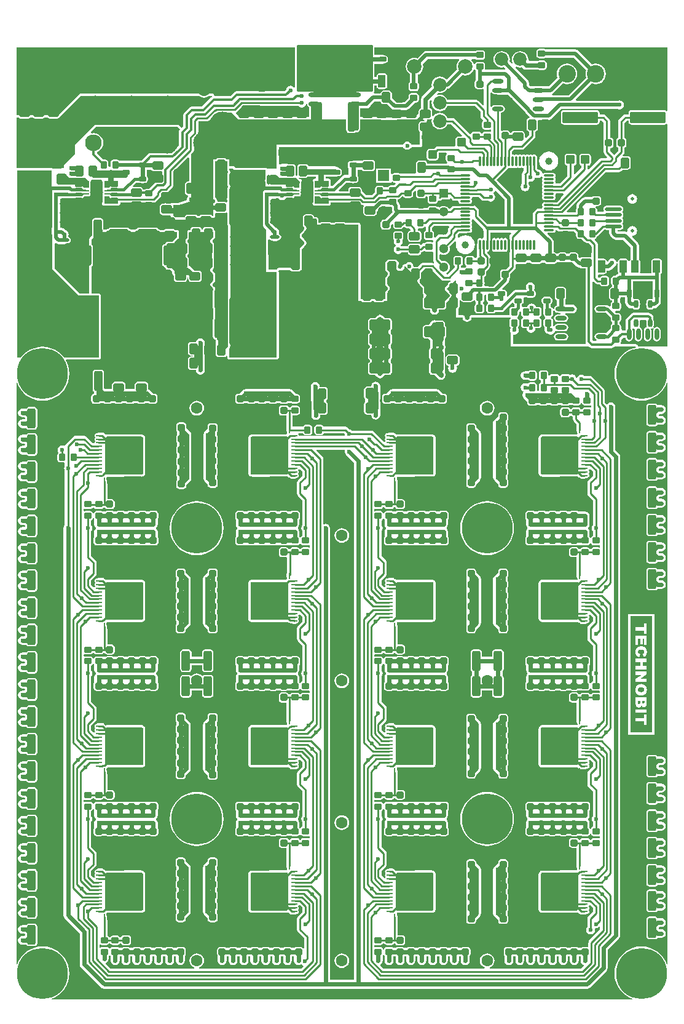
<source format=gtl>
%FSLAX44Y44*%
%MOMM*%
G71*
G01*
G75*
G04 Layer_Physical_Order=1*
G04 Layer_Color=128*
G04:AMPARAMS|DCode=10|XSize=2.7mm|YSize=1.15mm|CornerRadius=0.2013mm|HoleSize=0mm|Usage=FLASHONLY|Rotation=90.000|XOffset=0mm|YOffset=0mm|HoleType=Round|Shape=RoundedRectangle|*
%AMROUNDEDRECTD10*
21,1,2.7000,0.7475,0,0,90.0*
21,1,2.2975,1.1500,0,0,90.0*
1,1,0.4025,0.3738,1.1487*
1,1,0.4025,0.3738,-1.1487*
1,1,0.4025,-0.3738,-1.1487*
1,1,0.4025,-0.3738,1.1487*
%
%ADD10ROUNDEDRECTD10*%
G04:AMPARAMS|DCode=11|XSize=2.7mm|YSize=1.15mm|CornerRadius=0.2013mm|HoleSize=0mm|Usage=FLASHONLY|Rotation=0.000|XOffset=0mm|YOffset=0mm|HoleType=Round|Shape=RoundedRectangle|*
%AMROUNDEDRECTD11*
21,1,2.7000,0.7475,0,0,0.0*
21,1,2.2975,1.1500,0,0,0.0*
1,1,0.4025,1.1487,-0.3738*
1,1,0.4025,-1.1487,-0.3738*
1,1,0.4025,-1.1487,0.3738*
1,1,0.4025,1.1487,0.3738*
%
%ADD11ROUNDEDRECTD11*%
%ADD12O,1.3500X0.5000*%
G04:AMPARAMS|DCode=13|XSize=1mm|YSize=0.9mm|CornerRadius=0.198mm|HoleSize=0mm|Usage=FLASHONLY|Rotation=180.000|XOffset=0mm|YOffset=0mm|HoleType=Round|Shape=RoundedRectangle|*
%AMROUNDEDRECTD13*
21,1,1.0000,0.5040,0,0,180.0*
21,1,0.6040,0.9000,0,0,180.0*
1,1,0.3960,-0.3020,0.2520*
1,1,0.3960,0.3020,0.2520*
1,1,0.3960,0.3020,-0.2520*
1,1,0.3960,-0.3020,-0.2520*
%
%ADD13ROUNDEDRECTD13*%
G04:AMPARAMS|DCode=14|XSize=1.45mm|YSize=1.15mm|CornerRadius=0.2013mm|HoleSize=0mm|Usage=FLASHONLY|Rotation=270.000|XOffset=0mm|YOffset=0mm|HoleType=Round|Shape=RoundedRectangle|*
%AMROUNDEDRECTD14*
21,1,1.4500,0.7475,0,0,270.0*
21,1,1.0475,1.1500,0,0,270.0*
1,1,0.4025,-0.3738,-0.5238*
1,1,0.4025,-0.3738,0.5238*
1,1,0.4025,0.3738,0.5238*
1,1,0.4025,0.3738,-0.5238*
%
%ADD14ROUNDEDRECTD14*%
%ADD15O,1.5500X0.6000*%
G04:AMPARAMS|DCode=16|XSize=1mm|YSize=0.95mm|CornerRadius=0.1995mm|HoleSize=0mm|Usage=FLASHONLY|Rotation=270.000|XOffset=0mm|YOffset=0mm|HoleType=Round|Shape=RoundedRectangle|*
%AMROUNDEDRECTD16*
21,1,1.0000,0.5510,0,0,270.0*
21,1,0.6010,0.9500,0,0,270.0*
1,1,0.3990,-0.2755,-0.3005*
1,1,0.3990,-0.2755,0.3005*
1,1,0.3990,0.2755,0.3005*
1,1,0.3990,0.2755,-0.3005*
%
%ADD16ROUNDEDRECTD16*%
G04:AMPARAMS|DCode=17|XSize=1mm|YSize=0.95mm|CornerRadius=0.1995mm|HoleSize=0mm|Usage=FLASHONLY|Rotation=180.000|XOffset=0mm|YOffset=0mm|HoleType=Round|Shape=RoundedRectangle|*
%AMROUNDEDRECTD17*
21,1,1.0000,0.5510,0,0,180.0*
21,1,0.6010,0.9500,0,0,180.0*
1,1,0.3990,-0.3005,0.2755*
1,1,0.3990,0.3005,0.2755*
1,1,0.3990,0.3005,-0.2755*
1,1,0.3990,-0.3005,-0.2755*
%
%ADD17ROUNDEDRECTD17*%
G04:AMPARAMS|DCode=18|XSize=1mm|YSize=0.9mm|CornerRadius=0.198mm|HoleSize=0mm|Usage=FLASHONLY|Rotation=270.000|XOffset=0mm|YOffset=0mm|HoleType=Round|Shape=RoundedRectangle|*
%AMROUNDEDRECTD18*
21,1,1.0000,0.5040,0,0,270.0*
21,1,0.6040,0.9000,0,0,270.0*
1,1,0.3960,-0.2520,-0.3020*
1,1,0.3960,-0.2520,0.3020*
1,1,0.3960,0.2520,0.3020*
1,1,0.3960,0.2520,-0.3020*
%
%ADD18ROUNDEDRECTD18*%
G04:AMPARAMS|DCode=19|XSize=1.45mm|YSize=1.15mm|CornerRadius=0.2013mm|HoleSize=0mm|Usage=FLASHONLY|Rotation=0.000|XOffset=0mm|YOffset=0mm|HoleType=Round|Shape=RoundedRectangle|*
%AMROUNDEDRECTD19*
21,1,1.4500,0.7475,0,0,0.0*
21,1,1.0475,1.1500,0,0,0.0*
1,1,0.4025,0.5238,-0.3738*
1,1,0.4025,-0.5238,-0.3738*
1,1,0.4025,-0.5238,0.3738*
1,1,0.4025,0.5238,0.3738*
%
%ADD19ROUNDEDRECTD19*%
%ADD20O,0.6000X1.5500*%
G04:AMPARAMS|DCode=21|XSize=1.05mm|YSize=0.65mm|CornerRadius=0.2015mm|HoleSize=0mm|Usage=FLASHONLY|Rotation=180.000|XOffset=0mm|YOffset=0mm|HoleType=Round|Shape=RoundedRectangle|*
%AMROUNDEDRECTD21*
21,1,1.0500,0.2470,0,0,180.0*
21,1,0.6470,0.6500,0,0,180.0*
1,1,0.4030,-0.3235,0.1235*
1,1,0.4030,0.3235,0.1235*
1,1,0.4030,0.3235,-0.1235*
1,1,0.4030,-0.3235,-0.1235*
%
%ADD21ROUNDEDRECTD21*%
G04:AMPARAMS|DCode=22|XSize=1.75mm|YSize=1.05mm|CornerRadius=0.1995mm|HoleSize=0mm|Usage=FLASHONLY|Rotation=270.000|XOffset=0mm|YOffset=0mm|HoleType=Round|Shape=RoundedRectangle|*
%AMROUNDEDRECTD22*
21,1,1.7500,0.6510,0,0,270.0*
21,1,1.3510,1.0500,0,0,270.0*
1,1,0.3990,-0.3255,-0.6755*
1,1,0.3990,-0.3255,0.6755*
1,1,0.3990,0.3255,0.6755*
1,1,0.3990,0.3255,-0.6755*
%
%ADD22ROUNDEDRECTD22*%
%ADD23O,0.5000X1.3500*%
G04:AMPARAMS|DCode=24|XSize=6.5mm|YSize=5mm|CornerRadius=0.25mm|HoleSize=0mm|Usage=FLASHONLY|Rotation=90.000|XOffset=0mm|YOffset=0mm|HoleType=Round|Shape=RoundedRectangle|*
%AMROUNDEDRECTD24*
21,1,6.5000,4.5000,0,0,90.0*
21,1,6.0000,5.0000,0,0,90.0*
1,1,0.5000,2.2500,3.0000*
1,1,0.5000,2.2500,-3.0000*
1,1,0.5000,-2.2500,-3.0000*
1,1,0.5000,-2.2500,3.0000*
%
%ADD24ROUNDEDRECTD24*%
%ADD25C,1.3000*%
%ADD26R,1.3000X1.3000*%
G04:AMPARAMS|DCode=27|XSize=4.9mm|YSize=1.6mm|CornerRadius=0.2mm|HoleSize=0mm|Usage=FLASHONLY|Rotation=180.000|XOffset=0mm|YOffset=0mm|HoleType=Round|Shape=RoundedRectangle|*
%AMROUNDEDRECTD27*
21,1,4.9000,1.2000,0,0,180.0*
21,1,4.5000,1.6000,0,0,180.0*
1,1,0.4000,-2.2500,0.6000*
1,1,0.4000,2.2500,0.6000*
1,1,0.4000,2.2500,-0.6000*
1,1,0.4000,-2.2500,-0.6000*
%
%ADD27ROUNDEDRECTD27*%
%ADD28O,1.5000X0.3000*%
%ADD29O,0.3000X1.5000*%
%ADD30C,1.0000*%
G04:AMPARAMS|DCode=31|XSize=1.1mm|YSize=0.6mm|CornerRadius=0.201mm|HoleSize=0mm|Usage=FLASHONLY|Rotation=270.000|XOffset=0mm|YOffset=0mm|HoleType=Round|Shape=RoundedRectangle|*
%AMROUNDEDRECTD31*
21,1,1.1000,0.1980,0,0,270.0*
21,1,0.6980,0.6000,0,0,270.0*
1,1,0.4020,-0.0990,-0.3490*
1,1,0.4020,-0.0990,0.3490*
1,1,0.4020,0.0990,0.3490*
1,1,0.4020,0.0990,-0.3490*
%
%ADD31ROUNDEDRECTD31*%
G04:AMPARAMS|DCode=32|XSize=2.5mm|YSize=2mm|CornerRadius=0.2mm|HoleSize=0mm|Usage=FLASHONLY|Rotation=180.000|XOffset=0mm|YOffset=0mm|HoleType=Round|Shape=RoundedRectangle|*
%AMROUNDEDRECTD32*
21,1,2.5000,1.6000,0,0,180.0*
21,1,2.1000,2.0000,0,0,180.0*
1,1,0.4000,-1.0500,0.8000*
1,1,0.4000,1.0500,0.8000*
1,1,0.4000,1.0500,-0.8000*
1,1,0.4000,-1.0500,-0.8000*
%
%ADD32ROUNDEDRECTD32*%
G04:AMPARAMS|DCode=33|XSize=2.3mm|YSize=0.5mm|CornerRadius=0.2mm|HoleSize=0mm|Usage=FLASHONLY|Rotation=180.000|XOffset=0mm|YOffset=0mm|HoleType=Round|Shape=RoundedRectangle|*
%AMROUNDEDRECTD33*
21,1,2.3000,0.1000,0,0,180.0*
21,1,1.9000,0.5000,0,0,180.0*
1,1,0.4000,-0.9500,0.0500*
1,1,0.4000,0.9500,0.0500*
1,1,0.4000,0.9500,-0.0500*
1,1,0.4000,-0.9500,-0.0500*
%
%ADD33ROUNDEDRECTD33*%
G04:AMPARAMS|DCode=34|XSize=1mm|YSize=0.45mm|CornerRadius=0.1125mm|HoleSize=0mm|Usage=FLASHONLY|Rotation=0.000|XOffset=0mm|YOffset=0mm|HoleType=Round|Shape=RoundedRectangle|*
%AMROUNDEDRECTD34*
21,1,1.0000,0.2250,0,0,0.0*
21,1,0.7750,0.4500,0,0,0.0*
1,1,0.2250,0.3875,-0.1125*
1,1,0.2250,-0.3875,-0.1125*
1,1,0.2250,-0.3875,0.1125*
1,1,0.2250,0.3875,0.1125*
%
%ADD34ROUNDEDRECTD34*%
G04:AMPARAMS|DCode=35|XSize=1.35mm|YSize=1.65mm|CornerRadius=0.27mm|HoleSize=0mm|Usage=FLASHONLY|Rotation=90.000|XOffset=0mm|YOffset=0mm|HoleType=Round|Shape=RoundedRectangle|*
%AMROUNDEDRECTD35*
21,1,1.3500,1.1100,0,0,90.0*
21,1,0.8100,1.6500,0,0,90.0*
1,1,0.5400,0.5550,0.4050*
1,1,0.5400,0.5550,-0.4050*
1,1,0.5400,-0.5550,-0.4050*
1,1,0.5400,-0.5550,0.4050*
%
%ADD35ROUNDEDRECTD35*%
G04:AMPARAMS|DCode=36|XSize=0.7mm|YSize=0.25mm|CornerRadius=0.0838mm|HoleSize=0mm|Usage=FLASHONLY|Rotation=0.000|XOffset=0mm|YOffset=0mm|HoleType=Round|Shape=RoundedRectangle|*
%AMROUNDEDRECTD36*
21,1,0.7000,0.0825,0,0,0.0*
21,1,0.5325,0.2500,0,0,0.0*
1,1,0.1675,0.2662,-0.0413*
1,1,0.1675,-0.2662,-0.0413*
1,1,0.1675,-0.2662,0.0413*
1,1,0.1675,0.2662,0.0413*
%
%ADD36ROUNDEDRECTD36*%
G04:AMPARAMS|DCode=37|XSize=3mm|YSize=1.65mm|CornerRadius=0.1073mm|HoleSize=0mm|Usage=FLASHONLY|Rotation=90.000|XOffset=0mm|YOffset=0mm|HoleType=Round|Shape=RoundedRectangle|*
%AMROUNDEDRECTD37*
21,1,3.0000,1.4355,0,0,90.0*
21,1,2.7855,1.6500,0,0,90.0*
1,1,0.2145,0.7178,1.3927*
1,1,0.2145,0.7178,-1.3927*
1,1,0.2145,-0.7178,-1.3927*
1,1,0.2145,-0.7178,1.3927*
%
%ADD37ROUNDEDRECTD37*%
G04:AMPARAMS|DCode=38|XSize=1.2mm|YSize=1.2mm|CornerRadius=0.198mm|HoleSize=0mm|Usage=FLASHONLY|Rotation=0.000|XOffset=0mm|YOffset=0mm|HoleType=Round|Shape=RoundedRectangle|*
%AMROUNDEDRECTD38*
21,1,1.2000,0.8040,0,0,0.0*
21,1,0.8040,1.2000,0,0,0.0*
1,1,0.3960,0.4020,-0.4020*
1,1,0.3960,-0.4020,-0.4020*
1,1,0.3960,-0.4020,0.4020*
1,1,0.3960,0.4020,0.4020*
%
%ADD38ROUNDEDRECTD38*%
G04:AMPARAMS|DCode=39|XSize=1.2mm|YSize=1.2mm|CornerRadius=0.198mm|HoleSize=0mm|Usage=FLASHONLY|Rotation=270.000|XOffset=0mm|YOffset=0mm|HoleType=Round|Shape=RoundedRectangle|*
%AMROUNDEDRECTD39*
21,1,1.2000,0.8040,0,0,270.0*
21,1,0.8040,1.2000,0,0,270.0*
1,1,0.3960,-0.4020,-0.4020*
1,1,0.3960,-0.4020,0.4020*
1,1,0.3960,0.4020,0.4020*
1,1,0.3960,0.4020,-0.4020*
%
%ADD39ROUNDEDRECTD39*%
G04:AMPARAMS|DCode=40|XSize=6.45mm|YSize=6mm|CornerRadius=0.21mm|HoleSize=0mm|Usage=FLASHONLY|Rotation=90.000|XOffset=0mm|YOffset=0mm|HoleType=Round|Shape=RoundedRectangle|*
%AMROUNDEDRECTD40*
21,1,6.4500,5.5800,0,0,90.0*
21,1,6.0300,6.0000,0,0,90.0*
1,1,0.4200,2.7900,3.0150*
1,1,0.4200,2.7900,-3.0150*
1,1,0.4200,-2.7900,-3.0150*
1,1,0.4200,-2.7900,3.0150*
%
%ADD40ROUNDEDRECTD40*%
G04:AMPARAMS|DCode=41|XSize=2.85mm|YSize=1mm|CornerRadius=0.2mm|HoleSize=0mm|Usage=FLASHONLY|Rotation=90.000|XOffset=0mm|YOffset=0mm|HoleType=Round|Shape=RoundedRectangle|*
%AMROUNDEDRECTD41*
21,1,2.8500,0.6000,0,0,90.0*
21,1,2.4500,1.0000,0,0,90.0*
1,1,0.4000,0.3000,1.2250*
1,1,0.4000,0.3000,-1.2250*
1,1,0.4000,-0.3000,-1.2250*
1,1,0.4000,-0.3000,1.2250*
%
%ADD41ROUNDEDRECTD41*%
G04:AMPARAMS|DCode=42|XSize=3.95mm|YSize=1.5mm|CornerRadius=0.2475mm|HoleSize=0mm|Usage=FLASHONLY|Rotation=90.000|XOffset=0mm|YOffset=0mm|HoleType=Round|Shape=RoundedRectangle|*
%AMROUNDEDRECTD42*
21,1,3.9500,1.0050,0,0,90.0*
21,1,3.4550,1.5000,0,0,90.0*
1,1,0.4950,0.5025,1.7275*
1,1,0.4950,0.5025,-1.7275*
1,1,0.4950,-0.5025,-1.7275*
1,1,0.4950,-0.5025,1.7275*
%
%ADD42ROUNDEDRECTD42*%
G04:AMPARAMS|DCode=43|XSize=6.4mm|YSize=10.5mm|CornerRadius=0.128mm|HoleSize=0mm|Usage=FLASHONLY|Rotation=90.000|XOffset=0mm|YOffset=0mm|HoleType=Round|Shape=RoundedRectangle|*
%AMROUNDEDRECTD43*
21,1,6.4000,10.2440,0,0,90.0*
21,1,6.1440,10.5000,0,0,90.0*
1,1,0.2560,5.1220,3.0720*
1,1,0.2560,5.1220,-3.0720*
1,1,0.2560,-5.1220,-3.0720*
1,1,0.2560,-5.1220,3.0720*
%
%ADD43ROUNDEDRECTD43*%
%ADD44C,0.6000*%
%ADD45C,0.4000*%
%ADD46O,0.2500X0.8500*%
%ADD47O,0.8500X0.2500*%
%ADD48C,0.5000*%
%ADD49C,0.6000*%
%ADD50C,0.2500*%
%ADD51C,0.3500*%
%ADD52C,0.8000*%
%ADD53C,0.4000*%
%ADD54C,0.2540*%
%ADD55C,1.0000*%
%ADD56C,0.4500*%
%ADD57C,0.5500*%
%ADD58C,0.3000*%
%ADD59C,1.6000*%
%ADD60R,1.6000X1.6000*%
%ADD61C,6.0000*%
%ADD62C,3.0000*%
%ADD63C,2.0000*%
%ADD64C,7.0000*%
%ADD65C,0.5000*%
%ADD66C,1.8500*%
%ADD67C,2.4000*%
%ADD68C,3.5000*%
%ADD69C,2.3000*%
G36*
X224392Y651960D02*
Y618108D01*
X200520D01*
X188458Y630170D01*
Y636875D01*
X188128Y638533D01*
X187189Y639939D01*
X184064Y643064D01*
X182658Y644003D01*
X181000Y644333D01*
X155000D01*
X153342Y644003D01*
X151936Y643064D01*
X148655Y639783D01*
X146959Y639894D01*
X146062Y641062D01*
X144287Y642425D01*
X142219Y643281D01*
X140000Y643573D01*
X137781Y643281D01*
X135713Y642425D01*
X134116Y641199D01*
X132646Y642181D01*
X130589Y642590D01*
X129573Y643269D01*
X128020Y643578D01*
X121980D01*
X120427Y643269D01*
X119111Y642389D01*
X118231Y641073D01*
X118138Y640608D01*
X80108D01*
Y643750D01*
X79681Y645896D01*
X78465Y647715D01*
X77078Y649103D01*
Y651520D01*
X76977Y652029D01*
X77500Y652667D01*
X79158Y652997D01*
X80564Y653936D01*
X83013Y656385D01*
X84705Y656218D01*
X85111Y655611D01*
X86427Y654731D01*
X87980Y654422D01*
X94020D01*
X95573Y654731D01*
X96889Y655611D01*
X97769Y656927D01*
X98078Y658480D01*
Y661950D01*
X100013Y663885D01*
X101922Y663505D01*
Y657995D01*
X102232Y656436D01*
X103115Y655115D01*
X104436Y654232D01*
X105995Y653922D01*
X112005D01*
X113564Y654232D01*
X114885Y655115D01*
X115605Y656191D01*
X117303Y656275D01*
X117922Y655520D01*
Y650480D01*
X118231Y648927D01*
X119111Y647611D01*
X120427Y646731D01*
X121980Y646422D01*
X128020D01*
X129573Y646731D01*
X130889Y647611D01*
X131769Y648927D01*
X131967Y649924D01*
X133381Y650869D01*
X134500Y650646D01*
X136166Y650978D01*
X137578Y651921D01*
X137657Y652000D01*
X148500D01*
Y653122D01*
X150071Y653773D01*
X151922Y651921D01*
X153334Y650978D01*
X155000Y650646D01*
X159750D01*
X159853Y650667D01*
X159853Y650667D01*
Y650667D01*
X160431Y650000D01*
D01*
X160703Y648634D01*
X161477Y647477D01*
X162634Y646703D01*
X164000Y646431D01*
X176000D01*
X177366Y646703D01*
X178523Y647477D01*
X179297Y648634D01*
X179569Y650000D01*
X179297Y651366D01*
X178539Y652500D01*
X179297Y653634D01*
X179569Y655000D01*
X180116Y655667D01*
X188205D01*
X191936Y651936D01*
D01*
X191936D01*
Y651936D01*
D01*
X191936D01*
Y651936D01*
X191936D01*
X191936Y651936D01*
Y651936D01*
X191936Y651936D01*
Y651936D01*
X193342Y650997D01*
X195000Y650667D01*
X201435D01*
X202659Y649849D01*
X205000Y649383D01*
X207341Y649849D01*
X209326Y651175D01*
X210652Y653160D01*
X211117Y655501D01*
X210652Y657842D01*
X209326Y659827D01*
X209215Y659900D01*
Y661600D01*
X209326Y661674D01*
X210652Y663659D01*
X212218Y664134D01*
X224392Y651960D01*
D02*
G37*
G36*
X-161890Y706136D02*
X-161575Y705925D01*
X-161492Y705801D01*
X-161279Y705588D01*
X-161111Y705337D01*
X-160861Y705170D01*
X-160648Y704957D01*
X-160369Y704842D01*
X-160119Y704674D01*
X-159824Y704615D01*
X-159545Y704500D01*
X-159244D01*
X-158948Y704441D01*
X-158059D01*
Y698059D01*
X-157826Y696888D01*
X-157586Y696529D01*
X-157826Y696171D01*
X-158059Y695000D01*
Y693317D01*
X-158000Y693021D01*
X-158000Y692720D01*
X-157885Y692442D01*
X-157826Y692146D01*
X-157659Y691896D01*
X-157543Y691617D01*
X-157229Y691148D01*
X-157001Y690000D01*
X-157229Y688852D01*
X-157543Y688383D01*
X-157659Y688104D01*
X-157826Y687854D01*
X-157885Y687558D01*
X-158000Y687280D01*
X-158000Y686979D01*
X-158059Y686683D01*
Y673317D01*
X-158000Y673021D01*
X-158000Y672720D01*
X-157885Y672442D01*
X-157826Y672146D01*
X-157659Y671896D01*
X-157543Y671617D01*
X-157229Y671148D01*
X-157001Y670000D01*
X-157229Y668852D01*
X-157543Y668383D01*
X-157659Y668104D01*
X-157826Y667854D01*
X-157885Y667558D01*
X-158000Y667280D01*
X-158000Y666979D01*
X-158059Y666683D01*
Y655063D01*
X-158152Y654924D01*
X-158617Y652583D01*
X-158152Y650242D01*
D01*
X-158059Y649058D01*
X-158059D01*
X-159558Y648256D01*
X-160697Y649017D01*
X-162262Y649329D01*
X-171242D01*
X-171383Y649500D01*
X-171848Y651841D01*
X-173174Y653826D01*
X-174441Y654672D01*
Y704441D01*
X-173051D01*
X-172756Y704500D01*
X-172455D01*
X-172176Y704615D01*
X-171881Y704674D01*
X-171630Y704842D01*
X-171352Y704957D01*
X-171139Y705170D01*
X-170889Y705337D01*
X-170721Y705588D01*
X-170508Y705801D01*
X-170425Y705925D01*
X-170110Y706136D01*
X-169436Y706270D01*
X-162564D01*
X-161890Y706136D01*
D02*
G37*
G36*
X-318999Y654251D02*
X-310749D01*
X-308499Y652501D01*
Y646751D01*
X-327499D01*
X-327249Y656251D01*
X-320999D01*
X-318999Y654251D01*
D02*
G37*
G36*
X147968Y614096D02*
X146936Y613064D01*
X145997Y611658D01*
X145667Y610000D01*
Y606795D01*
X143205Y604333D01*
X135000D01*
X133342Y604003D01*
X131936Y603064D01*
X128975Y600103D01*
X127078Y600480D01*
Y605520D01*
X126769Y607073D01*
X125889Y608389D01*
X124573Y609269D01*
X124333Y609317D01*
Y613205D01*
X126795Y615667D01*
X147317D01*
X147968Y614096D01*
D02*
G37*
G36*
X-29000Y654250D02*
X-20750D01*
X-18500Y652500D01*
Y646750D01*
X-37500D01*
X-37250Y656250D01*
X-31000D01*
X-29000Y654250D01*
D02*
G37*
G36*
X-62500Y658750D02*
X-66250D01*
X-68250Y656750D01*
X-77250D01*
X-77250Y661000D01*
X-62500D01*
X-62500Y658750D01*
D02*
G37*
G36*
X-210559Y708659D02*
X-210559Y678031D01*
X-211761Y676829D01*
X-212237D01*
X-213803Y676517D01*
X-215130Y675630D01*
X-216017Y674303D01*
X-216329Y672738D01*
Y662262D01*
X-216017Y660697D01*
X-215130Y659370D01*
X-213803Y658483D01*
X-212630Y658249D01*
X-211979Y656679D01*
X-213152Y654924D01*
X-213617Y652583D01*
X-213388Y651427D01*
X-226478Y647500D01*
X-235000D01*
Y647365D01*
X-236262Y646329D01*
X-240487D01*
X-241673Y646820D01*
X-243500Y647060D01*
X-245327Y646820D01*
X-246513Y646329D01*
X-246737D01*
X-248303Y646017D01*
X-249630Y645130D01*
X-250517Y643803D01*
X-250829Y642237D01*
Y634762D01*
X-250517Y633197D01*
X-249630Y631870D01*
X-248303Y630983D01*
X-246737Y630671D01*
X-242760D01*
X-241000Y630440D01*
X-236671D01*
X-235559Y629327D01*
X-235500Y629031D01*
Y628730D01*
X-235385Y628452D01*
X-235326Y628156D01*
X-235159Y627906D01*
X-235043Y627628D01*
X-235000Y627584D01*
Y627500D01*
X-234916D01*
X-234830Y627415D01*
X-234663Y627164D01*
X-234412Y626997D01*
X-234199Y626784D01*
X-233921Y626668D01*
X-233671Y626501D01*
X-233375Y626442D01*
X-233097Y626327D01*
X-232140Y626137D01*
X-231825Y625926D01*
X-231741Y625801D01*
X-231528Y625588D01*
X-231361Y625337D01*
X-231110Y625170D01*
X-230897Y624957D01*
X-230619Y624841D01*
X-230368Y624674D01*
X-230073Y624615D01*
X-229795Y624500D01*
X-229493D01*
X-229198Y624441D01*
X-216776Y624441D01*
X-216481Y624500D01*
X-216180Y624500D01*
X-215901Y624615D01*
X-215606Y624674D01*
X-215355Y624841D01*
X-215077Y624957D01*
X-214864Y625170D01*
X-214613Y625337D01*
X-214446Y625588D01*
X-214233Y625801D01*
X-214118Y626079D01*
X-213950Y626329D01*
X-213892Y626625D01*
X-213776Y626903D01*
X-213636Y627610D01*
X-213425Y627925D01*
X-213110Y628136D01*
X-212436Y628270D01*
X-202564D01*
X-201890Y628136D01*
X-201575Y627925D01*
X-201570Y627918D01*
X-201357Y627705D01*
X-201190Y627455D01*
X-200939Y627287D01*
X-200726Y627074D01*
X-200448Y626959D01*
X-200198Y626792D01*
X-199902Y626733D01*
X-199624Y626618D01*
X-199322Y626618D01*
X-199027Y626559D01*
X-195973D01*
X-195678Y626618D01*
X-195376D01*
X-195098Y626733D01*
X-194802Y626792D01*
X-194552Y626959D01*
X-194274Y627074D01*
X-194061Y627287D01*
X-193810Y627455D01*
X-193643Y627705D01*
X-193430Y627918D01*
X-193425Y627925D01*
X-193110Y628136D01*
X-192436Y628270D01*
X-182564D01*
X-181890Y628136D01*
X-181575Y627925D01*
X-181570Y627918D01*
X-181357Y627705D01*
X-181190Y627455D01*
X-180939Y627287D01*
X-180726Y627074D01*
X-180448Y626959D01*
X-180198Y626792D01*
X-179902Y626733D01*
X-179624Y626618D01*
X-179322Y626618D01*
X-179027Y626559D01*
X-177500D01*
X-176329Y626792D01*
X-175337Y627455D01*
X-174674Y628447D01*
X-174441Y629618D01*
Y632670D01*
X-173127Y633749D01*
X-172738Y633671D01*
X-162262D01*
X-160697Y633983D01*
X-159558Y634744D01*
X-158059Y633942D01*
Y619317D01*
X-158000Y619021D01*
X-158000Y618720D01*
X-157885Y618442D01*
X-157826Y618146D01*
X-157659Y617896D01*
X-157543Y617617D01*
X-157229Y617148D01*
X-156941Y615699D01*
Y615000D01*
Y612447D01*
X-157368Y610300D01*
X-156941Y608153D01*
Y595000D01*
Y591000D01*
Y575001D01*
Y555000D01*
Y551000D01*
Y535001D01*
Y515736D01*
X-157087Y515001D01*
Y455001D01*
X-156941Y454266D01*
Y451301D01*
X-157200Y450000D01*
X-164030D01*
X-170559Y451299D01*
Y458701D01*
X-170618Y458997D01*
Y459298D01*
X-170762Y460023D01*
X-170969Y460522D01*
X-171218Y461126D01*
X-172062Y461969D01*
D01*
X-172062Y461969D01*
X-172519Y462159D01*
X-173165Y462426D01*
X-174110Y462614D01*
X-174425Y462825D01*
X-174636Y463140D01*
X-174770Y463814D01*
Y486186D01*
X-174523Y487426D01*
X-174500Y487483D01*
X-174500Y487784D01*
X-174441Y488079D01*
Y501921D01*
X-174500Y502216D01*
X-174500Y502517D01*
X-174523Y502574D01*
X-174770Y503814D01*
Y526186D01*
X-174523Y527426D01*
X-174500Y527483D01*
X-174500Y527784D01*
X-174441Y528079D01*
Y529454D01*
X-174500Y529750D01*
X-174500Y530051D01*
X-174615Y530329D01*
X-174674Y530625D01*
X-174841Y530875D01*
X-174957Y531154D01*
X-175170Y531367D01*
X-175337Y531617D01*
X-175588Y531785D01*
X-175801Y531997D01*
X-177120Y532879D01*
X-177771Y533852D01*
X-177999Y535000D01*
X-177771Y536148D01*
X-177120Y537121D01*
X-175801Y538003D01*
X-175588Y538215D01*
X-175337Y538383D01*
X-175170Y538633D01*
X-174957Y538846D01*
X-174841Y539125D01*
X-174674Y539375D01*
X-174615Y539671D01*
X-174500Y539949D01*
X-174500Y540250D01*
X-174441Y540546D01*
Y549454D01*
X-174500Y549750D01*
X-174500Y550051D01*
X-174615Y550329D01*
X-174674Y550625D01*
X-174841Y550875D01*
X-174957Y551154D01*
X-175170Y551367D01*
X-175337Y551617D01*
X-175588Y551785D01*
X-175801Y551997D01*
X-177120Y552879D01*
X-177771Y553852D01*
X-177999Y555000D01*
X-177771Y556148D01*
X-176824Y557564D01*
X-176709Y557842D01*
X-176542Y558093D01*
X-176537Y558116D01*
X-176483Y558197D01*
X-176410Y558565D01*
X-176368Y558666D01*
Y558776D01*
X-176171Y559762D01*
Y570238D01*
X-176309Y570928D01*
Y579072D01*
X-176171Y579762D01*
Y590238D01*
X-176368Y591224D01*
Y591334D01*
X-176410Y591435D01*
X-176483Y591803D01*
X-176537Y591884D01*
X-176542Y591907D01*
X-176709Y592158D01*
X-176824Y592436D01*
X-177771Y593852D01*
X-177999Y595000D01*
X-177771Y596148D01*
X-177120Y597121D01*
X-175801Y598003D01*
X-175588Y598215D01*
X-175337Y598383D01*
X-175170Y598633D01*
X-174957Y598846D01*
X-174841Y599125D01*
X-174674Y599375D01*
X-174615Y599671D01*
X-174500Y599949D01*
X-174500Y600250D01*
X-174441Y600546D01*
Y607250D01*
X-174557Y607832D01*
X-174672Y608416D01*
X-174674Y608418D01*
X-174674Y608420D01*
X-175005Y608915D01*
X-175334Y609409D01*
X-175336Y609411D01*
X-175337Y609413D01*
X-175827Y609740D01*
X-176171Y609971D01*
Y610238D01*
X-176483Y611803D01*
X-177370Y613130D01*
X-178697Y614017D01*
X-180263Y614329D01*
X-187738D01*
X-189303Y614017D01*
X-190630Y613130D01*
X-191517Y611803D01*
X-191650Y611135D01*
X-193350D01*
X-193483Y611803D01*
X-194370Y613130D01*
X-195697Y614017D01*
X-197262Y614329D01*
X-204737D01*
X-206303Y614017D01*
X-207630Y613130D01*
X-208517Y611803D01*
X-208805Y610359D01*
X-210268Y610361D01*
X-210269Y610361D01*
X-210270Y610361D01*
X-210863Y610243D01*
X-211439Y610130D01*
X-211440Y610129D01*
X-211441Y610129D01*
X-211925Y609806D01*
X-212432Y609468D01*
X-212433Y609467D01*
X-212434Y609467D01*
X-213333Y608569D01*
X-213333Y608568D01*
X-213334Y608568D01*
X-213675Y608058D01*
X-213996Y607577D01*
X-213997Y607576D01*
X-213997Y607575D01*
X-214115Y606983D01*
X-214230Y606407D01*
X-214230Y606406D01*
X-214230Y606405D01*
Y600064D01*
X-214364Y599390D01*
X-214575Y599075D01*
X-214582Y599070D01*
X-214795Y598857D01*
X-215045Y598690D01*
X-215213Y598439D01*
X-215426Y598226D01*
X-215541Y597948D01*
X-215708Y597697D01*
X-215767Y597402D01*
X-215882Y597124D01*
X-215882Y596822D01*
X-215941Y596527D01*
Y593473D01*
X-215882Y593178D01*
Y592876D01*
X-215767Y592598D01*
X-215708Y592303D01*
X-215541Y592052D01*
X-215426Y591774D01*
X-215213Y591561D01*
X-215045Y591310D01*
X-214795Y591143D01*
X-214582Y590930D01*
X-214575Y590925D01*
X-214364Y590610D01*
X-214230Y589936D01*
Y580064D01*
X-214364Y579390D01*
X-214575Y579075D01*
X-214582Y579070D01*
X-214795Y578857D01*
X-215045Y578690D01*
X-215213Y578439D01*
X-215426Y578226D01*
X-215541Y577948D01*
X-215708Y577697D01*
X-215767Y577402D01*
X-215882Y577124D01*
X-215882Y576822D01*
X-215941Y576527D01*
Y573473D01*
X-215882Y573178D01*
Y572876D01*
X-215767Y572598D01*
X-215708Y572303D01*
X-215541Y572052D01*
X-215426Y571774D01*
X-215213Y571561D01*
X-215045Y571310D01*
X-214795Y571143D01*
X-214582Y570930D01*
X-214575Y570925D01*
X-214364Y570610D01*
X-214230Y569936D01*
Y560853D01*
X-214171Y560558D01*
Y560257D01*
X-214056Y559978D01*
X-213997Y559683D01*
X-213830Y559432D01*
X-213715Y559154D01*
X-213502Y558941D01*
X-213334Y558690D01*
X-213084Y558523D01*
X-212871Y558310D01*
X-212592Y558195D01*
X-212342Y558027D01*
X-212047Y557969D01*
X-211768Y557853D01*
X-211352Y557771D01*
X-210124Y556950D01*
X-205340Y552166D01*
X-204348Y551503D01*
X-203177Y551270D01*
X-203177Y551270D01*
X-197564D01*
X-196890Y551136D01*
X-196575Y550925D01*
X-196364Y550610D01*
X-196230Y549936D01*
Y543064D01*
X-196364Y542390D01*
X-196575Y542075D01*
X-196890Y541864D01*
X-197564Y541730D01*
X-207436D01*
X-208110Y541864D01*
X-208425Y542075D01*
X-208636Y542390D01*
X-208770Y543064D01*
Y544774D01*
X-208829Y545069D01*
Y545371D01*
X-208944Y545649D01*
X-209003Y545944D01*
X-209170Y546195D01*
X-209285Y546473D01*
X-209498Y546686D01*
X-209666Y546937D01*
X-209916Y547104D01*
X-210129Y547317D01*
X-211185Y548023D01*
X-211464Y548138D01*
X-211714Y548305D01*
X-212010Y548364D01*
X-212288Y548479D01*
X-212589D01*
X-212885Y548538D01*
X-213180Y548479D01*
X-213481D01*
X-213760Y548364D01*
X-214055Y548305D01*
X-214342Y548186D01*
X-214342Y548186D01*
X-214342D01*
X-215334Y547523D01*
X-215691Y546990D01*
X-215997Y546531D01*
X-216230Y545361D01*
Y545361D01*
Y545361D01*
Y543064D01*
X-216364Y542390D01*
X-216575Y542075D01*
X-216890Y541864D01*
X-217564Y541730D01*
X-227436D01*
X-228110Y541864D01*
X-228425Y542075D01*
X-228636Y542390D01*
X-228770Y543064D01*
Y547178D01*
X-228829Y547474D01*
Y547775D01*
X-228944Y548054D01*
X-229003Y548349D01*
X-229170Y548600D01*
X-229285Y548878D01*
X-230271Y550352D01*
X-230559Y551801D01*
Y552966D01*
X-230792Y554137D01*
X-231455Y555129D01*
X-231455Y555129D01*
X-234160Y557834D01*
X-235152Y558497D01*
X-236323Y558730D01*
X-236323Y558730D01*
X-239436D01*
X-240110Y558864D01*
X-240425Y559075D01*
X-240636Y559390D01*
X-240762Y560023D01*
Y560023D01*
X-241218Y561126D01*
X-241640Y561548D01*
X-242062Y561969D01*
X-242708Y562237D01*
X-243165Y562426D01*
X-244110Y562614D01*
X-244425Y562825D01*
X-244636Y563140D01*
X-244770Y563814D01*
Y586186D01*
X-244636Y586860D01*
X-244425Y587175D01*
X-244110Y587386D01*
X-243165Y587574D01*
X-242062Y588031D01*
X-241218Y588874D01*
X-240762Y589977D01*
X-240636Y590610D01*
X-240425Y590925D01*
X-240110Y591136D01*
X-239436Y591270D01*
X-233254D01*
X-232958Y591329D01*
X-232657D01*
X-232379Y591444D01*
X-232083Y591503D01*
X-231833Y591670D01*
X-231554Y591785D01*
X-231341Y591998D01*
X-231091Y592166D01*
X-230924Y592416D01*
X-230711Y592629D01*
X-230595Y592908D01*
X-230428Y593158D01*
X-230369Y593453D01*
X-230318Y593576D01*
X-229450Y594876D01*
X-227376Y596950D01*
X-226076Y597818D01*
X-225954Y597869D01*
X-225658Y597928D01*
X-225408Y598095D01*
X-225129Y598210D01*
X-224916Y598424D01*
X-224666Y598591D01*
X-224498Y598841D01*
X-224285Y599054D01*
X-224170Y599333D01*
X-224003Y599583D01*
X-223944Y599879D01*
X-223829Y600157D01*
Y600458D01*
X-223770Y600754D01*
Y607328D01*
X-223887Y607918D01*
X-224001Y608494D01*
X-224002Y608496D01*
X-224003Y608499D01*
X-224333Y608994D01*
X-224662Y609488D01*
X-224664Y609489D01*
X-224666Y609491D01*
X-225159Y609821D01*
X-225654Y610152D01*
X-225656Y610153D01*
X-225658Y610154D01*
X-226239Y610270D01*
X-226824Y610387D01*
X-230010Y610392D01*
X-230947Y611018D01*
X-232512Y611329D01*
X-242987D01*
X-244553Y611018D01*
X-245453Y610417D01*
X-250058Y610424D01*
X-250947Y611018D01*
X-252249Y611277D01*
X-253120Y612580D01*
X-254447Y613466D01*
X-256012Y613778D01*
X-278988D01*
X-280553Y613466D01*
X-281880Y612580D01*
X-282716Y611329D01*
X-282987D01*
X-284553Y611017D01*
X-285357Y610480D01*
X-290153Y610488D01*
X-290947Y611018D01*
X-292512Y611329D01*
X-292584D01*
X-293120Y612130D01*
X-294447Y613017D01*
X-296012Y613329D01*
X-318988D01*
X-320553Y613017D01*
X-321880Y612130D01*
X-322416Y611329D01*
X-322988D01*
X-324553Y611018D01*
X-325263Y610543D01*
X-328233Y610548D01*
X-328483Y611803D01*
X-328796Y612271D01*
Y622738D01*
X-329107Y624303D01*
X-329994Y625630D01*
X-331321Y626517D01*
X-332887Y626829D01*
X-340362D01*
X-341927Y626517D01*
X-343255Y625630D01*
X-344142Y624303D01*
X-344453Y622738D01*
Y602373D01*
X-347163Y599663D01*
X-347826Y598671D01*
X-348059Y597500D01*
X-348059Y597500D01*
Y589803D01*
X-348000Y589507D01*
Y589206D01*
X-347885Y588928D01*
X-347826Y588632D01*
X-347659Y588382D01*
X-347543Y588103D01*
X-347330Y587891D01*
X-347163Y587640D01*
X-346912Y587473D01*
X-346699Y587260D01*
X-346574Y587176D01*
X-346363Y586861D01*
X-346230Y586187D01*
Y563815D01*
X-346363Y563141D01*
X-346574Y562826D01*
X-346699Y562742D01*
X-346912Y562529D01*
X-347163Y562362D01*
X-347330Y562111D01*
X-347543Y561898D01*
X-347659Y561620D01*
X-347826Y561369D01*
X-347885Y561074D01*
X-348000Y560796D01*
Y560494D01*
X-348059Y560199D01*
Y523059D01*
X-361233D01*
X-395941Y557767D01*
Y591735D01*
X-394442Y592537D01*
X-392695Y591369D01*
X-390549Y590942D01*
X-382500D01*
X-380354Y591369D01*
X-379467Y591962D01*
X-378250D01*
X-376494Y592311D01*
X-375006Y593306D01*
X-374011Y594794D01*
X-373662Y596550D01*
X-374011Y598306D01*
X-375006Y599794D01*
X-376494Y600789D01*
X-376892Y601593D01*
X-376892Y601593D01*
X-376848Y601659D01*
X-376382Y604000D01*
X-376848Y606341D01*
X-378174Y608326D01*
X-380159Y609652D01*
X-380237Y609667D01*
X-382035Y611465D01*
X-383854Y612681D01*
X-386000Y613108D01*
X-386918D01*
X-387997Y614422D01*
X-387882Y615000D01*
X-388347Y617341D01*
X-388392Y617407D01*
Y625094D01*
X-388347Y625160D01*
X-387882Y627501D01*
X-388347Y629842D01*
X-388392Y629908D01*
Y650093D01*
X-388347Y650159D01*
X-387882Y652500D01*
X-388048Y653334D01*
X-387999Y653393D01*
X-385853Y653820D01*
X-385729Y653903D01*
X-368309D01*
X-367482Y653738D01*
X-367249Y653692D01*
X-365713D01*
X-365249Y654001D01*
X-357249D01*
X-355499Y655751D01*
X-352204D01*
X-351801Y655831D01*
X-351329Y655925D01*
X-351329Y655925D01*
X-351329D01*
X-350731Y656324D01*
X-350336Y656588D01*
X-350336Y656588D01*
X-350336Y656588D01*
X-350265Y656695D01*
X-349337D01*
X-348230Y656916D01*
X-347291Y657543D01*
X-346664Y658481D01*
X-346444Y659588D01*
Y660413D01*
X-346664Y661520D01*
X-347152Y662251D01*
X-346664Y662981D01*
X-346444Y664088D01*
Y664913D01*
X-346637Y665887D01*
X-346336Y666088D01*
X-345673Y667080D01*
X-345441Y668251D01*
Y675455D01*
X-345382Y675751D01*
X-345441Y676046D01*
Y677751D01*
X-345591Y678508D01*
X-344389Y679710D01*
X-342500Y679334D01*
X-331333D01*
X-330255Y678020D01*
X-330308Y677751D01*
Y668251D01*
X-330075Y667080D01*
X-329412Y666088D01*
X-329338Y666039D01*
X-329335Y666020D01*
X-329335D01*
X-329335Y666020D01*
X-329555Y664913D01*
Y664088D01*
X-329335Y662981D01*
X-328847Y662251D01*
X-329335Y661520D01*
X-329555Y660413D01*
Y659588D01*
X-329335Y658482D01*
X-329355Y658470D01*
X-329378Y658437D01*
X-329412Y658414D01*
X-329722Y657950D01*
X-330043Y657495D01*
X-330052Y657455D01*
X-330075Y657421D01*
X-330184Y656875D01*
X-330307Y656331D01*
X-330557Y646831D01*
X-330550Y646791D01*
X-330558Y646751D01*
X-330449Y646204D01*
X-330355Y645655D01*
X-330333Y645620D01*
X-330325Y645580D01*
X-330016Y645117D01*
X-329718Y644646D01*
X-329685Y644622D01*
X-329662Y644588D01*
X-329199Y644278D01*
X-328744Y643957D01*
X-328704Y643948D01*
X-328670Y643925D01*
X-328123Y643816D01*
X-327580Y643693D01*
X-327539Y643700D01*
X-327499Y643692D01*
X-308499D01*
X-307329Y643925D01*
X-306336Y644588D01*
X-305673Y645580D01*
X-305441Y646751D01*
Y648168D01*
X-259499D01*
X-257841Y648497D01*
X-256435Y649437D01*
X-256435Y649437D01*
X-256435Y649437D01*
X-250436Y655436D01*
X-249497Y656842D01*
X-249167Y658500D01*
X-249167Y658500D01*
X-249167Y658500D01*
Y658500D01*
Y659705D01*
X-247205Y661667D01*
X-242546D01*
X-240888Y661997D01*
X-239482Y662936D01*
X-239482Y662936D01*
X-239482Y662936D01*
X-237936Y664482D01*
X-237936Y664482D01*
X-233186Y669232D01*
X-232247Y670638D01*
X-231917Y672296D01*
X-231917Y672296D01*
X-231917Y672296D01*
Y672296D01*
Y690448D01*
X-212816Y709548D01*
X-211873Y709737D01*
X-210559Y708659D01*
D02*
G37*
G36*
X-66250Y665750D02*
X-62500D01*
Y663500D01*
X-77250D01*
Y667750D01*
X-68250D01*
X-66250Y665750D01*
D02*
G37*
G36*
X-308749Y656751D02*
X-317749D01*
X-319749Y658751D01*
X-323499D01*
Y661001D01*
X-308749D01*
Y656751D01*
D02*
G37*
G36*
X-18750Y656750D02*
X-27750D01*
X-29750Y658750D01*
X-33500D01*
Y661000D01*
X-18750D01*
Y656750D01*
D02*
G37*
G36*
X-352499Y658751D02*
X-356249D01*
X-358249Y656751D01*
X-367249D01*
X-367249Y661001D01*
X-352499D01*
X-352499Y658751D01*
D02*
G37*
G36*
X126771Y552518D02*
X127186Y551897D01*
X137147Y541936D01*
X138553Y540997D01*
X140211Y540667D01*
X147500D01*
X149158Y540997D01*
X149520Y541238D01*
X149922Y540748D01*
X149350Y539147D01*
X148697Y539017D01*
X147370Y538130D01*
X146483Y536803D01*
X146236Y535562D01*
X142163Y531489D01*
X141500Y530496D01*
X141267Y529326D01*
X141461Y528349D01*
X141500Y528155D01*
X141765Y527758D01*
X142163Y527163D01*
X142163Y527163D01*
X146950Y522376D01*
X147771Y521148D01*
X147999Y520000D01*
X147771Y518852D01*
X146950Y517624D01*
X141666Y512340D01*
X141003Y511348D01*
X140770Y510177D01*
X140770Y510177D01*
Y505064D01*
X140636Y504390D01*
X140425Y504075D01*
X140110Y503864D01*
X139436Y503730D01*
X133617D01*
X132447Y503497D01*
X131455Y502834D01*
X130792Y501842D01*
X130559Y500671D01*
Y500301D01*
X130271Y498852D01*
X129621Y497879D01*
X128648Y497229D01*
X127500Y497001D01*
X126352Y497229D01*
X125379Y497879D01*
X124729Y498852D01*
X124441Y500301D01*
Y500671D01*
X124208Y501842D01*
X123545Y502834D01*
X122553Y503497D01*
X121383Y503730D01*
X115564D01*
X114890Y503864D01*
X114575Y504075D01*
X114364Y504390D01*
X114230Y505064D01*
Y514936D01*
X114364Y515610D01*
X114660Y516053D01*
X114663Y516055D01*
X114830Y516305D01*
X115043Y516518D01*
X115159Y516796D01*
X115326Y517047D01*
X115361Y517224D01*
X115652Y517659D01*
X116117Y520000D01*
X115652Y522341D01*
X115361Y522776D01*
X115326Y522953D01*
X115159Y523204D01*
X115043Y523482D01*
X114830Y523695D01*
X114663Y523945D01*
X114660Y523947D01*
X114364Y524390D01*
X114230Y525064D01*
Y530177D01*
X113997Y531348D01*
X113732Y531745D01*
X113334Y532340D01*
X113334Y532340D01*
X108050Y537624D01*
X107229Y538852D01*
X107001Y540000D01*
X107234Y541171D01*
X107331Y541406D01*
X107499Y541657D01*
X107528Y541801D01*
X107630Y541870D01*
X108517Y543197D01*
X108829Y544762D01*
Y551701D01*
X113295Y556167D01*
X123122D01*
X126771Y552518D01*
D02*
G37*
G36*
X233194Y605322D02*
X231936Y604064D01*
X230997Y602658D01*
X230667Y601000D01*
Y590000D01*
X230667Y590000D01*
Y571150D01*
X230667Y571150D01*
X230667D01*
Y560795D01*
X225700Y555828D01*
X221995D01*
X220436Y555518D01*
X219115Y554635D01*
X218232Y553314D01*
X217922Y551755D01*
Y546245D01*
X218232Y544686D01*
X219115Y543365D01*
X219121Y543302D01*
X208927Y533108D01*
X197145D01*
X196066Y534422D01*
X196078Y534480D01*
Y535205D01*
X196503Y535842D01*
X196833Y537500D01*
X196503Y539158D01*
X196333Y539413D01*
Y545745D01*
X197635Y546615D01*
X198518Y547936D01*
X198828Y549495D01*
Y553200D01*
X203064Y557436D01*
X204003Y558842D01*
X204333Y560500D01*
Y562500D01*
X204333Y562500D01*
X204333Y562500D01*
Y562500D01*
Y572677D01*
X204003Y574336D01*
X203064Y575742D01*
X199919Y578887D01*
X200413Y580513D01*
X201366Y580703D01*
X202523Y581477D01*
X203297Y582634D01*
X203569Y584000D01*
Y587691D01*
X204003Y588342D01*
X204333Y590000D01*
Y606892D01*
X232543D01*
X233194Y605322D01*
D02*
G37*
G36*
X198934Y520578D02*
X198922Y520520D01*
Y514480D01*
X199231Y512927D01*
X200111Y511611D01*
X201249Y510850D01*
Y509150D01*
X200111Y508389D01*
X199231Y507073D01*
X198922Y505520D01*
Y499480D01*
X199231Y497927D01*
X200111Y496611D01*
X201427Y495731D01*
X202980Y495422D01*
X208020D01*
X209573Y495731D01*
X210889Y496611D01*
X211418Y497402D01*
X220000D01*
X221951Y497790D01*
X223605Y498895D01*
X224564Y500331D01*
X234414Y510181D01*
X236106Y510014D01*
X236870Y508870D01*
X237902Y508181D01*
Y505212D01*
X237268Y504578D01*
X234880D01*
X233327Y504269D01*
X232011Y503389D01*
X231131Y502073D01*
X230822Y500520D01*
Y494480D01*
X230843Y494373D01*
X229765Y493059D01*
X178617D01*
X178322Y493000D01*
X178021D01*
X177742Y492885D01*
X177447Y492826D01*
X177197Y492659D01*
X176918Y492543D01*
X176705Y492330D01*
X176455Y492163D01*
X176287Y491912D01*
X176074Y491699D01*
X175959Y491421D01*
X175792Y491171D01*
X175733Y490875D01*
X175618Y490597D01*
X175271Y488852D01*
X174620Y487879D01*
X173648Y487229D01*
X172500Y487001D01*
X171352Y487229D01*
X170380Y487879D01*
X169729Y488852D01*
X169382Y490597D01*
X169267Y490875D01*
X169208Y491171D01*
X169041Y491421D01*
X168926Y491699D01*
X168713Y491912D01*
X168545Y492163D01*
X168295Y492330D01*
X168082Y492543D01*
X167803Y492659D01*
X167553Y492826D01*
X167258Y492885D01*
X166979Y493000D01*
X166678D01*
X166383Y493059D01*
X160559D01*
Y501822D01*
X160630Y501870D01*
X161517Y503197D01*
X161829Y504762D01*
Y513368D01*
X163483Y513697D01*
X164370Y512370D01*
X165697Y511483D01*
X167262Y511171D01*
X177738D01*
X179303Y511483D01*
X180630Y512370D01*
X181486Y513650D01*
X183153Y513318D01*
X183231Y512927D01*
X184111Y511611D01*
X184657Y511245D01*
Y508755D01*
X184111Y508389D01*
X183231Y507073D01*
X182922Y505520D01*
Y499480D01*
X183231Y497927D01*
X184111Y496611D01*
X185427Y495731D01*
X186980Y495422D01*
X192020D01*
X193573Y495731D01*
X194889Y496611D01*
X195769Y497927D01*
X196078Y499480D01*
Y505520D01*
X195769Y507073D01*
X194889Y508389D01*
X194343Y508755D01*
Y511245D01*
X194889Y511611D01*
X195769Y512927D01*
X196078Y514480D01*
Y520520D01*
X196066Y520578D01*
X196650Y521289D01*
X198350D01*
X198934Y520578D01*
D02*
G37*
G36*
X-400000Y667000D02*
X-399000D01*
Y613000D01*
X-400000D01*
Y608087D01*
X-400117Y607500D01*
X-400000Y606913D01*
Y604500D01*
X-399000D01*
Y556500D01*
X-362500Y520000D01*
X-335000D01*
Y435000D01*
X-383059D01*
X-386256Y438744D01*
X-390685Y442526D01*
X-395650Y445569D01*
X-401031Y447798D01*
X-406694Y449157D01*
X-412500Y449614D01*
X-418306Y449157D01*
X-423969Y447798D01*
X-429350Y445569D01*
X-434315Y442526D01*
X-438744Y438744D01*
X-441941Y435000D01*
X-447500D01*
Y692500D01*
X-400000D01*
Y667000D01*
D02*
G37*
G36*
X-149876Y694579D02*
X-149213Y693587D01*
X-148221Y692924D01*
X-147050Y692691D01*
X-104991D01*
X-104964Y685668D01*
X-105239Y685256D01*
X-105588Y683500D01*
Y680654D01*
X-105868Y679250D01*
Y678000D01*
X-105588Y676596D01*
Y675000D01*
X-105239Y673244D01*
X-104913Y672757D01*
X-104883Y664942D01*
X-106341Y664652D01*
X-108326Y663326D01*
X-109001Y662316D01*
Y615883D01*
X-107965Y614334D01*
X-104673Y611041D01*
X-104444Y552500D01*
X-90000D01*
Y435000D01*
X-155000D01*
Y447683D01*
X-154348Y448659D01*
X-153883Y451000D01*
Y455000D01*
Y459000D01*
Y475000D01*
Y495000D01*
Y515000D01*
Y535001D01*
Y551000D01*
Y555000D01*
Y575001D01*
Y591000D01*
Y595000D01*
Y611000D01*
Y615000D01*
Y616000D01*
X-154348Y618341D01*
X-155000Y619317D01*
Y666683D01*
X-154348Y667659D01*
X-153883Y670000D01*
X-154348Y672341D01*
X-155000Y673317D01*
Y686683D01*
X-154348Y687659D01*
X-153883Y690000D01*
X-154348Y692341D01*
X-155000Y693317D01*
Y695000D01*
X-149960D01*
X-149876Y694579D01*
D02*
G37*
G36*
X380172Y564142D02*
Y553245D01*
X380482Y551686D01*
X380482Y551686D01*
X380482Y551686D01*
X380354Y550181D01*
X380354D01*
X380354Y550181D01*
X378535Y548965D01*
X376647Y547078D01*
X374980D01*
X373427Y546769D01*
X372110Y545889D01*
X371231Y544573D01*
X370922Y543020D01*
Y536980D01*
X371231Y535427D01*
X371892Y534437D01*
Y531755D01*
X370697Y531517D01*
X369370Y530630D01*
X368483Y529303D01*
X368171Y527738D01*
Y517262D01*
X368483Y515697D01*
X369370Y514370D01*
X370697Y513483D01*
X371892Y513245D01*
Y511078D01*
X371611Y510889D01*
X370731Y509573D01*
X370422Y508020D01*
Y506044D01*
X368923Y505243D01*
X367401Y506260D01*
X365450Y506648D01*
X353000D01*
X351049Y506260D01*
X349395Y505155D01*
X348290Y503501D01*
X347902Y501550D01*
X348290Y499599D01*
X349395Y497945D01*
X351049Y496840D01*
X353000Y496452D01*
X363338D01*
X370422Y489368D01*
Y486980D01*
X370731Y485427D01*
X371611Y484111D01*
X372402Y483582D01*
Y480918D01*
X371611Y480389D01*
X370731Y479073D01*
X370422Y477520D01*
Y475132D01*
X363838Y468548D01*
X353000D01*
X351049Y468160D01*
X349395Y467055D01*
X348290Y465401D01*
X347902Y463450D01*
X348290Y461499D01*
X349395Y459845D01*
X350705Y458970D01*
X350212Y457343D01*
X346506D01*
X345093Y458756D01*
Y538558D01*
X346664Y539208D01*
X348936Y536936D01*
X349779Y536373D01*
X350342Y535997D01*
X352000Y535667D01*
X355183D01*
X355231Y535427D01*
X356110Y534110D01*
X357427Y533231D01*
X358980Y532922D01*
X364020D01*
X365573Y533231D01*
X366889Y534110D01*
X367769Y535427D01*
X368078Y536980D01*
Y543020D01*
X367769Y544573D01*
X366889Y545889D01*
X365573Y546769D01*
X364020Y547078D01*
X358980D01*
X357427Y546769D01*
X356110Y545889D01*
X355304Y544683D01*
X353612Y544516D01*
X352333Y545795D01*
Y548212D01*
X353647Y549291D01*
X354245Y549172D01*
X360755D01*
X362314Y549482D01*
X363635Y550365D01*
X364518Y551686D01*
X364828Y553245D01*
Y554392D01*
X367500D01*
X369646Y554819D01*
X371465Y556035D01*
X374763Y559333D01*
X374841Y559348D01*
X376826Y560674D01*
X378152Y562659D01*
X378480Y564308D01*
X380172Y564142D01*
D02*
G37*
G36*
X296936Y609436D02*
X298342Y608497D01*
X300000Y608167D01*
X319705D01*
X322422Y605450D01*
Y601980D01*
X322731Y600427D01*
X323611Y599111D01*
X324927Y598231D01*
X326480Y597922D01*
X329950D01*
X334186Y593686D01*
X335592Y592747D01*
X335592Y592747D01*
X335592Y592747D01*
D01*
X335592Y592747D01*
X335592Y592747D01*
X337250Y592417D01*
X340282D01*
X343667Y589032D01*
Y573736D01*
X342353Y572657D01*
X341488Y572829D01*
X331012D01*
X329447Y572518D01*
X328120Y571631D01*
X327522Y571572D01*
X325828Y573266D01*
Y575255D01*
X325518Y576814D01*
X324635Y578135D01*
X323314Y579018D01*
X321755Y579328D01*
X315745D01*
X314186Y579018D01*
X312865Y578135D01*
X312455Y577522D01*
X310045D01*
X309635Y578135D01*
X308314Y579018D01*
X306755Y579328D01*
X300745D01*
X299186Y579018D01*
X297865Y578135D01*
X297471Y577546D01*
X295771D01*
X295380Y578130D01*
X294053Y579017D01*
X292488Y579329D01*
X291913D01*
Y593695D01*
X291486Y595841D01*
X290271Y597660D01*
X283070Y604861D01*
X283720Y606431D01*
X291000D01*
X292366Y606703D01*
X293523Y607477D01*
X294297Y608634D01*
X294516Y609736D01*
X296143Y610229D01*
X296936Y609436D01*
D02*
G37*
G36*
X194522Y611850D02*
X194819Y610354D01*
X195667Y609085D01*
Y600116D01*
X195000Y599568D01*
X193634Y599297D01*
X192500Y598539D01*
X191366Y599297D01*
X190000Y599568D01*
X188634Y599297D01*
X187477Y598523D01*
X186703Y597366D01*
X186431Y596000D01*
Y592309D01*
X185997Y591658D01*
X185667Y590000D01*
Y575000D01*
X185997Y573342D01*
X185997Y573342D01*
X185997Y573342D01*
X186003Y573332D01*
X185201Y571833D01*
X182317D01*
X182269Y572073D01*
X181390Y573389D01*
X180073Y574269D01*
X178520Y574578D01*
X173480D01*
X171927Y574269D01*
X170611Y573389D01*
X169731Y572073D01*
X169422Y570520D01*
Y564480D01*
X169731Y562927D01*
X170611Y561611D01*
X171422Y561068D01*
X171091Y559401D01*
X170427Y559269D01*
X169452Y558618D01*
X165000D01*
X164333Y559165D01*
Y560905D01*
X165389Y561611D01*
X166269Y562927D01*
X166578Y564480D01*
Y570520D01*
X166269Y572073D01*
X165389Y573389D01*
X164073Y574269D01*
X162520Y574578D01*
X157480D01*
X155927Y574269D01*
X154611Y573389D01*
X153731Y572073D01*
X153422Y570520D01*
Y564480D01*
X153731Y562927D01*
X154611Y561611D01*
X155667Y560905D01*
Y559295D01*
X145705Y549333D01*
X144227D01*
X143577Y550904D01*
X144221Y551548D01*
X144287Y551575D01*
X146062Y552938D01*
X147425Y554713D01*
X148281Y556781D01*
X148573Y559000D01*
X148281Y561219D01*
X147425Y563287D01*
X146062Y565062D01*
X144287Y566425D01*
X142219Y567281D01*
X140000Y567573D01*
X137839Y567289D01*
X134333Y570795D01*
Y576117D01*
X135747Y577062D01*
X137781Y576219D01*
X140000Y575927D01*
X142219Y576219D01*
X144287Y577075D01*
X146062Y578438D01*
X147425Y580213D01*
X148281Y582281D01*
X148573Y584500D01*
X148281Y586719D01*
X148154Y587026D01*
X156134Y595006D01*
X157548Y594062D01*
X157431Y593781D01*
X157353Y593389D01*
X157225Y593010D01*
X156881Y590399D01*
X156907Y590000D01*
X156881Y589601D01*
X157225Y586990D01*
X157353Y586611D01*
X157431Y586219D01*
X158439Y583786D01*
X158661Y583454D01*
X158838Y583095D01*
X160441Y581006D01*
X160742Y580742D01*
X161006Y580441D01*
X163095Y578838D01*
X163454Y578661D01*
X163786Y578439D01*
X166219Y577431D01*
X166611Y577353D01*
X166990Y577225D01*
X169601Y576881D01*
X170000Y576907D01*
X170399Y576881D01*
X173010Y577225D01*
X173389Y577353D01*
X173781Y577431D01*
X176214Y578439D01*
X176546Y578661D01*
X176905Y578838D01*
X178994Y580441D01*
X179258Y580742D01*
X179559Y581006D01*
X181162Y583095D01*
X181339Y583454D01*
X181561Y583786D01*
X182568Y586219D01*
X182647Y586611D01*
X182775Y586990D01*
X183119Y589601D01*
X183093Y590000D01*
X183119Y590399D01*
X182775Y593010D01*
X182647Y593389D01*
X182568Y593781D01*
X181561Y596214D01*
X181339Y596546D01*
X181162Y596905D01*
X179559Y598994D01*
X179258Y599258D01*
X178994Y599559D01*
X176905Y601162D01*
X176546Y601339D01*
X176214Y601561D01*
X173781Y602569D01*
X173389Y602646D01*
X173010Y602775D01*
X170399Y603119D01*
X170000Y603093D01*
X169601Y603119D01*
X166990Y602775D01*
X166611Y602646D01*
X166219Y602569D01*
X163786Y601561D01*
X163454Y601339D01*
X163095Y601162D01*
X161006Y599559D01*
X160924Y599466D01*
X159333Y600065D01*
Y603205D01*
X161795Y605667D01*
X170000D01*
X171658Y605997D01*
X172309Y606431D01*
X176000D01*
X177366Y606703D01*
X178523Y607477D01*
X179297Y608634D01*
X179569Y610000D01*
X179297Y611366D01*
X178539Y612500D01*
X179297Y613634D01*
X179569Y615000D01*
X179297Y616366D01*
X178539Y617500D01*
X179297Y618634D01*
X179569Y620000D01*
X179297Y621366D01*
X178539Y622500D01*
X179297Y623634D01*
X179516Y624736D01*
X181143Y625229D01*
X194522Y611850D01*
D02*
G37*
G36*
X364500Y610422D02*
X368392D01*
Y606000D01*
X368819Y603854D01*
X370035Y602035D01*
X373535Y598535D01*
X375354Y597319D01*
X377500Y596892D01*
X387420D01*
X397892Y586420D01*
Y569988D01*
X397365Y569635D01*
X396482Y568314D01*
X396350Y567651D01*
X394650D01*
X394518Y568314D01*
X393635Y569635D01*
X392314Y570518D01*
X390755Y570828D01*
X384245D01*
X382686Y570518D01*
X381365Y569635D01*
X380482Y568314D01*
X380172Y566755D01*
Y565858D01*
X378480Y565692D01*
X378152Y567341D01*
X376826Y569326D01*
X374841Y570652D01*
X372500Y571118D01*
X370159Y570652D01*
X368174Y569326D01*
X366848Y567341D01*
D01*
X366352Y566782D01*
X364725Y567276D01*
X364518Y568314D01*
X363635Y569635D01*
X362314Y570518D01*
X360755Y570828D01*
X354245D01*
X353647Y570709D01*
X352333Y571788D01*
Y590827D01*
X352003Y592485D01*
X351064Y593891D01*
X348389Y596566D01*
X348882Y598193D01*
X349073Y598231D01*
X350389Y599111D01*
X351269Y600427D01*
X351417Y601169D01*
X352564Y601936D01*
X361295Y610667D01*
X363268D01*
X364500Y610422D01*
D02*
G37*
G36*
X22500Y512500D02*
X26948D01*
X27370Y511870D01*
X28697Y510983D01*
X30262Y510671D01*
X37738D01*
X39303Y510983D01*
X40630Y511870D01*
X41052Y512500D01*
X43948D01*
X44370Y511870D01*
X45697Y510983D01*
X47263Y510671D01*
X54738D01*
X56303Y510983D01*
X57630Y511870D01*
X58052Y512500D01*
X62500D01*
Y523848D01*
X64326Y525674D01*
X65652Y527659D01*
X66118Y530000D01*
X65652Y532341D01*
X64326Y534326D01*
X62500Y536152D01*
Y543848D01*
X64326Y545674D01*
X64326Y545674D01*
X64326Y545674D01*
X65652Y547659D01*
X66118Y550000D01*
X65652Y552341D01*
X64326Y554326D01*
X62500Y556152D01*
Y565000D01*
X74778D01*
X75376Y563880D01*
X74348Y562341D01*
X73882Y560000D01*
X74348Y557659D01*
X75674Y555674D01*
X77659Y554348D01*
X80000Y553882D01*
X82341Y554348D01*
X84326Y555674D01*
X85652Y557659D01*
X86084Y559832D01*
X87299Y560201D01*
X104673Y542827D01*
X104348Y542341D01*
X103883Y540000D01*
X104348Y537659D01*
X105674Y535674D01*
X111171Y530177D01*
Y524762D01*
X111483Y523197D01*
X112370Y521870D01*
X112500Y521782D01*
Y518218D01*
X112370Y518130D01*
X111483Y516803D01*
X111171Y515238D01*
Y504762D01*
X111483Y503197D01*
X112370Y501870D01*
X113697Y500983D01*
X115262Y500671D01*
X121383D01*
Y500000D01*
X121848Y497659D01*
X123174Y495674D01*
X125159Y494348D01*
X127500Y493882D01*
X129841Y494348D01*
X131826Y495674D01*
X133152Y497659D01*
X133617Y500000D01*
Y500671D01*
X139738D01*
X141303Y500983D01*
X142630Y501870D01*
X143517Y503197D01*
X143829Y504762D01*
Y510177D01*
X149326Y515674D01*
X150652Y517659D01*
X151117Y520000D01*
X150652Y522341D01*
X149326Y524326D01*
X144326Y529326D01*
X156327Y541327D01*
X157500Y540841D01*
Y490000D01*
X166383D01*
X166848Y487659D01*
X168174Y485674D01*
X170159Y484348D01*
X172500Y483882D01*
X174841Y484348D01*
X176826Y485674D01*
X178152Y487659D01*
X178617Y490000D01*
X232500D01*
Y488716D01*
X232011Y488389D01*
X231131Y487073D01*
X230822Y485520D01*
Y479480D01*
X231131Y477927D01*
X232011Y476611D01*
X232402Y476349D01*
Y475670D01*
X231848Y474841D01*
X231383Y472500D01*
X231848Y470159D01*
X232500Y469183D01*
Y450000D01*
X340151D01*
X341075Y449076D01*
X342647Y448026D01*
X344500Y447657D01*
X371000D01*
X372853Y448026D01*
X374425Y449076D01*
X375349Y450000D01*
X404500D01*
X404616Y449977D01*
X404705D01*
X404854Y448716D01*
X401031Y447798D01*
X395650Y445569D01*
X390685Y442526D01*
X386256Y438744D01*
X382474Y434315D01*
X379431Y429350D01*
X377202Y423969D01*
X375843Y418306D01*
X375386Y412500D01*
X375843Y406694D01*
X377202Y401031D01*
X379431Y395650D01*
X382474Y390685D01*
X386256Y386256D01*
X390685Y382474D01*
X395650Y379431D01*
X401031Y377202D01*
X406694Y375843D01*
X412500Y375386D01*
X418306Y375843D01*
X423969Y377202D01*
X429350Y379431D01*
X434315Y382474D01*
X438744Y386256D01*
X442526Y390685D01*
X445569Y395650D01*
X447382Y400027D01*
X448628Y399779D01*
Y-35000D01*
Y-399779D01*
X447382Y-400027D01*
X445569Y-395650D01*
X442526Y-390685D01*
X438744Y-386256D01*
X434315Y-382474D01*
X429350Y-379431D01*
X423969Y-377202D01*
X418306Y-375843D01*
X412500Y-375386D01*
X406694Y-375843D01*
X401031Y-377202D01*
X395650Y-379431D01*
X390685Y-382474D01*
X386256Y-386256D01*
X382474Y-390685D01*
X379431Y-395650D01*
X377202Y-401031D01*
X375843Y-406694D01*
X375386Y-412500D01*
X375843Y-418306D01*
X377202Y-423969D01*
X379431Y-429350D01*
X382474Y-434315D01*
X386256Y-438744D01*
X390685Y-442526D01*
X395650Y-445569D01*
X400027Y-447382D01*
X399779Y-448628D01*
X-399779D01*
X-400027Y-447382D01*
X-395650Y-445569D01*
X-390685Y-442526D01*
X-386256Y-438744D01*
X-382474Y-434315D01*
X-379431Y-429350D01*
X-377202Y-423969D01*
X-375843Y-418306D01*
X-375386Y-412500D01*
X-375843Y-406694D01*
X-377202Y-401031D01*
X-379431Y-395650D01*
X-382474Y-390685D01*
X-386256Y-386256D01*
X-390685Y-382474D01*
X-395650Y-379431D01*
X-401031Y-377202D01*
X-406694Y-375843D01*
X-412500Y-375386D01*
X-418306Y-375843D01*
X-423969Y-377202D01*
X-429350Y-379431D01*
X-434315Y-382474D01*
X-438744Y-386256D01*
X-442526Y-390685D01*
X-445569Y-395650D01*
X-447382Y-400027D01*
X-448628Y-399779D01*
Y399779D01*
X-447382Y400027D01*
X-445569Y395650D01*
X-442526Y390685D01*
X-438744Y386256D01*
X-434315Y382474D01*
X-429350Y379431D01*
X-423969Y377202D01*
X-418306Y375843D01*
X-412500Y375386D01*
X-406694Y375843D01*
X-401031Y377202D01*
X-395650Y379431D01*
X-390685Y382474D01*
X-386256Y386256D01*
X-382474Y390685D01*
X-379431Y395650D01*
X-377202Y401031D01*
X-375843Y406694D01*
X-375386Y412500D01*
X-375843Y418306D01*
X-377202Y423969D01*
X-379431Y429350D01*
X-380340Y430833D01*
X-379719Y431941D01*
X-335000D01*
X-333829Y432174D01*
X-332837Y432837D01*
X-332174Y433829D01*
X-331941Y435000D01*
Y445001D01*
Y520000D01*
X-332174Y521171D01*
X-332837Y522163D01*
X-333829Y522826D01*
X-335000Y523059D01*
X-345000D01*
Y560199D01*
X-344369Y560620D01*
X-343482Y561948D01*
X-343171Y563513D01*
Y586488D01*
X-343482Y588054D01*
X-344369Y589381D01*
X-345000Y589803D01*
Y597500D01*
X-335000Y607500D01*
X-226829Y607328D01*
Y600754D01*
X-227341Y600652D01*
X-229326Y599326D01*
X-231826Y596826D01*
X-233152Y594841D01*
X-233254Y594329D01*
X-239737D01*
X-241303Y594017D01*
X-242630Y593130D01*
X-243517Y591803D01*
X-243762Y590574D01*
X-245303Y590267D01*
X-246630Y589380D01*
X-247517Y588053D01*
X-247829Y586488D01*
Y563512D01*
X-247517Y561947D01*
X-246630Y560620D01*
X-245303Y559733D01*
X-243762Y559426D01*
X-243517Y558197D01*
X-242630Y556870D01*
X-241303Y555983D01*
X-239737Y555671D01*
X-236323D01*
X-233617Y552966D01*
Y551500D01*
X-233152Y549159D01*
X-231829Y547178D01*
Y542762D01*
X-231517Y541197D01*
X-230630Y539870D01*
X-229303Y538983D01*
X-227738Y538671D01*
X-217262D01*
X-215697Y538983D01*
X-214370Y539870D01*
X-213483Y541197D01*
X-213171Y542762D01*
Y545361D01*
X-212885Y545479D01*
X-211829Y544774D01*
Y542762D01*
X-211517Y541197D01*
X-210630Y539870D01*
X-209303Y538983D01*
X-207738Y538671D01*
X-197262D01*
X-195697Y538983D01*
X-194370Y539870D01*
X-193483Y541197D01*
X-193171Y542762D01*
Y550238D01*
X-193483Y551803D01*
X-194370Y553130D01*
X-195697Y554017D01*
X-197262Y554329D01*
X-203177D01*
X-208174Y559326D01*
X-210159Y560652D01*
X-211171Y560853D01*
Y570238D01*
X-211483Y571803D01*
X-212370Y573130D01*
X-212882Y573473D01*
Y576527D01*
X-212370Y576870D01*
X-211483Y578197D01*
X-211171Y579762D01*
Y590238D01*
X-211483Y591803D01*
X-212370Y593130D01*
X-212882Y593473D01*
Y596527D01*
X-212370Y596870D01*
X-211483Y598197D01*
X-211171Y599762D01*
Y606405D01*
X-210273Y607302D01*
X-177500Y607250D01*
Y600546D01*
X-179326Y599326D01*
X-180652Y597341D01*
X-181117Y595000D01*
X-180652Y592659D01*
X-179368Y590737D01*
Y559263D01*
X-180652Y557341D01*
X-181117Y555000D01*
X-180652Y552659D01*
X-179326Y550674D01*
X-177500Y549454D01*
Y540546D01*
X-179326Y539326D01*
X-180652Y537341D01*
X-181117Y535000D01*
X-180652Y532659D01*
X-179326Y530674D01*
X-177500Y529454D01*
Y528079D01*
X-177517Y528053D01*
X-177829Y526488D01*
Y503512D01*
X-177517Y501947D01*
X-177500Y501921D01*
Y488079D01*
X-177517Y488053D01*
X-177829Y486488D01*
Y463512D01*
X-177517Y461947D01*
X-176630Y460620D01*
X-175303Y459733D01*
X-173762Y459426D01*
X-173617Y458701D01*
Y451299D01*
X-173829Y450238D01*
Y450000D01*
Y439762D01*
X-173517Y438197D01*
X-172630Y436870D01*
X-171303Y435983D01*
X-169737Y435671D01*
X-162262D01*
X-160697Y435983D01*
X-159370Y436870D01*
X-159274Y437013D01*
X-158059Y436644D01*
Y435000D01*
X-157826Y433829D01*
X-157163Y432837D01*
X-156171Y432174D01*
X-155000Y431941D01*
X-90000D01*
X-88829Y432174D01*
X-87837Y432837D01*
X-87174Y433829D01*
X-86941Y435000D01*
Y445000D01*
Y552500D01*
X-87174Y553671D01*
X-87314Y553880D01*
X-86715Y555000D01*
X-71052D01*
X-70630Y554370D01*
X-69303Y553483D01*
X-67737Y553171D01*
X-60262D01*
X-58697Y553483D01*
X-57370Y554370D01*
X-56948Y555000D01*
X-55000D01*
Y583848D01*
X-50674Y588174D01*
X-49348Y590159D01*
X-48882Y592500D01*
X-49348Y594841D01*
X-50674Y596826D01*
X-55000Y601152D01*
Y603848D01*
X-50674Y608174D01*
X-49348Y610159D01*
X-48882Y612500D01*
X-49348Y614841D01*
X-50376Y616380D01*
X-49778Y617500D01*
X22500D01*
Y512500D01*
D02*
G37*
G36*
X314186Y565982D02*
X315745Y565672D01*
X317561D01*
X323199Y560035D01*
X323198D01*
X323199Y560035D01*
X323199Y560035D01*
Y560035D01*
X325018Y558819D01*
X327164Y558392D01*
X328105D01*
X328120Y558371D01*
X329447Y557484D01*
X331012Y557172D01*
X335407D01*
Y456750D01*
X335776Y454897D01*
X336002Y454558D01*
X335201Y453059D01*
X235559D01*
Y465429D01*
X236873Y466507D01*
X237500Y466382D01*
X239841Y466848D01*
X241826Y468174D01*
X243152Y470159D01*
X243617Y472500D01*
X243152Y474841D01*
X242598Y475670D01*
X242789Y476611D01*
X242789Y476611D01*
X242789D01*
X243669Y477927D01*
X243978Y479480D01*
Y485520D01*
X243669Y487073D01*
X242789Y488389D01*
X241651Y489150D01*
Y490850D01*
X242789Y491611D01*
X243669Y492927D01*
X243978Y494480D01*
Y496868D01*
X245252Y498142D01*
X246822Y497491D01*
Y494480D01*
X247131Y492927D01*
X248011Y491611D01*
X249149Y490850D01*
Y489150D01*
X248011Y488389D01*
X247131Y487073D01*
X246822Y485520D01*
Y479480D01*
X247131Y477927D01*
X248011Y476611D01*
X249327Y475731D01*
X250880Y475422D01*
X253936D01*
X254282Y475000D01*
X254748Y472659D01*
X256074Y470674D01*
X258059Y469348D01*
X260400Y468882D01*
X262741Y469348D01*
X264726Y470674D01*
X266052Y472659D01*
X266518Y475000D01*
X266864Y475422D01*
X270785D01*
X272338Y475731D01*
X273654Y476611D01*
X274534Y477927D01*
X274843Y479480D01*
Y485520D01*
X274534Y487073D01*
X273654Y488389D01*
X272516Y489150D01*
Y490850D01*
X273654Y491611D01*
X274534Y492927D01*
X274843Y494480D01*
Y500520D01*
X274534Y502073D01*
X273654Y503389D01*
X272338Y504269D01*
X270785Y504578D01*
X267089D01*
X266917Y505441D01*
X265591Y507426D01*
X263606Y508752D01*
X261265Y509217D01*
X258924Y508752D01*
X256939Y507426D01*
X255613Y505441D01*
X255441Y504578D01*
X250880D01*
X249412Y504286D01*
X248098Y505364D01*
Y508181D01*
X249130Y508870D01*
X250017Y510198D01*
X250329Y511765D01*
Y514235D01*
X250017Y515802D01*
X249949Y515903D01*
X250751Y517402D01*
X255105D01*
X256265Y517171D01*
X262735D01*
X264302Y517483D01*
X265630Y518370D01*
X266517Y519698D01*
X266829Y521265D01*
Y523735D01*
X266517Y525302D01*
X265630Y526630D01*
X264598Y527319D01*
Y528830D01*
X265152Y529659D01*
X265618Y532000D01*
X265152Y534341D01*
X263826Y536326D01*
X261841Y537652D01*
X259500Y538117D01*
X257159Y537652D01*
X255174Y536326D01*
X253848Y534341D01*
X253382Y532000D01*
X253848Y529659D01*
X254223Y529097D01*
X253422Y527598D01*
X239524D01*
X237573Y527210D01*
X235919Y526105D01*
X228124Y518310D01*
X226810Y519389D01*
X227017Y519698D01*
X227329Y521265D01*
Y523735D01*
X227017Y525302D01*
X226130Y526630D01*
X224802Y527517D01*
X223235Y527829D01*
X221730D01*
X221080Y529399D01*
X228965Y537285D01*
X230181Y539104D01*
X230608Y541250D01*
Y543179D01*
X230885Y543365D01*
X231768Y544686D01*
X232078Y546245D01*
Y549950D01*
X238064Y555936D01*
X239003Y557342D01*
X239003Y557342D01*
X239003Y557342D01*
X239333Y559000D01*
Y562864D01*
X240647Y563943D01*
X242013Y563671D01*
X252488D01*
X254053Y563983D01*
X255380Y564870D01*
X255723Y565382D01*
X258777D01*
X259120Y564870D01*
X260447Y563983D01*
X262013Y563671D01*
X272488D01*
X274053Y563983D01*
X275380Y564870D01*
X275723Y565382D01*
X278777D01*
X279120Y564870D01*
X280447Y563983D01*
X282013Y563671D01*
X292488D01*
X294053Y563983D01*
X295380Y564870D01*
X296267Y566197D01*
X296289Y566306D01*
X298701D01*
X299186Y565982D01*
X300745Y565672D01*
X306755D01*
X308314Y565982D01*
X308799Y566306D01*
X313701D01*
X314186Y565982D01*
D02*
G37*
G36*
X206645Y798695D02*
X208299Y797590D01*
X210250Y797202D01*
X212730D01*
X212854Y797119D01*
X215000Y796692D01*
X228791D01*
X251896Y773587D01*
X251962Y773254D01*
X253178Y771435D01*
X258674Y765939D01*
X258180Y764312D01*
X256697Y764017D01*
X255370Y763130D01*
X254483Y761803D01*
X254171Y760238D01*
Y749762D01*
X254483Y748197D01*
X255370Y746870D01*
X256697Y745983D01*
X257667Y745790D01*
Y741295D01*
X253399Y737027D01*
X251829Y737678D01*
Y742237D01*
X251517Y743803D01*
X250630Y745130D01*
X249303Y746017D01*
X247738Y746329D01*
X237262D01*
X235697Y746017D01*
X234370Y745130D01*
X233686Y744108D01*
X231809D01*
X231768Y744314D01*
X230885Y745635D01*
X229564Y746518D01*
X228005Y746828D01*
X221995D01*
X220647Y746560D01*
X219333Y747639D01*
Y771802D01*
X219750D01*
X221701Y772190D01*
X223355Y773295D01*
X224460Y774949D01*
X224848Y776900D01*
X224460Y778851D01*
X223355Y780505D01*
X221701Y781610D01*
X219750Y781998D01*
X210250D01*
X208299Y781610D01*
X206645Y780505D01*
X205960Y779479D01*
X204333Y779973D01*
Y799227D01*
X205960Y799721D01*
X206645Y798695D01*
D02*
G37*
G36*
X124106Y788096D02*
X124040Y787937D01*
X123653Y785000D01*
X124040Y782063D01*
X125173Y779326D01*
X126976Y776976D01*
X129326Y775173D01*
X132063Y774040D01*
X135000Y773653D01*
X137937Y774040D01*
X140674Y775173D01*
X143024Y776976D01*
X144827Y779326D01*
X145382Y780667D01*
X183205D01*
X190667Y773205D01*
Y767000D01*
X190997Y765342D01*
X190997Y765342D01*
X190997Y765342D01*
X191936Y763936D01*
X194234Y761638D01*
X194111Y760389D01*
X193231Y759073D01*
X192922Y757520D01*
Y752480D01*
X193231Y750927D01*
X194111Y749611D01*
X195427Y748731D01*
X196980Y748422D01*
X203020D01*
X204353Y748687D01*
X205373Y747850D01*
Y746150D01*
X204353Y745313D01*
X203020Y745578D01*
X196980D01*
X195427Y745269D01*
X194111Y744389D01*
X193405Y743333D01*
X191595D01*
X190889Y744389D01*
X189573Y745269D01*
X188020Y745578D01*
X181980D01*
X180427Y745269D01*
X179111Y744389D01*
X178231Y743073D01*
X178139Y742610D01*
X176512Y742116D01*
X155564Y763064D01*
X154158Y764003D01*
X152500Y764333D01*
X145382D01*
X144827Y765674D01*
X143024Y768024D01*
X140674Y769827D01*
X137937Y770960D01*
X135000Y771347D01*
X132063Y770960D01*
X129326Y769827D01*
X126976Y768024D01*
X125938Y766671D01*
X124329Y767217D01*
Y773737D01*
X124017Y775303D01*
X123130Y776630D01*
X121803Y777517D01*
X121117Y777654D01*
Y787466D01*
X122692Y789041D01*
X124106Y788096D01*
D02*
G37*
G36*
X-156005Y771817D02*
X-151817D01*
X-142500Y762500D01*
X-141829D01*
X-141803Y762483D01*
X-140238Y762171D01*
X-129762D01*
X-128197Y762483D01*
X-128171Y762500D01*
X-121829D01*
X-121803Y762483D01*
X-120238Y762171D01*
X-109762D01*
X-108197Y762483D01*
X-108171Y762500D01*
X-101829D01*
X-101803Y762483D01*
X-100238Y762171D01*
X-89762D01*
X-88197Y762483D01*
X-88171Y762500D01*
X-81829D01*
X-81803Y762483D01*
X-80238Y762171D01*
X-69763D01*
X-68197Y762483D01*
X-68171Y762500D01*
X-61829D01*
X-61803Y762483D01*
X-60237Y762171D01*
X-49763D01*
X-48197Y762483D01*
X-48171Y762500D01*
X5812D01*
Y749225D01*
X5822Y749178D01*
Y747750D01*
X6132Y746189D01*
X7016Y744866D01*
X8339Y743982D01*
X9900Y743672D01*
X15900D01*
X17461Y743982D01*
X18479Y744662D01*
X20425D01*
X22171Y745010D01*
X23651Y745999D01*
X24640Y747479D01*
X24988Y749225D01*
Y762500D01*
X28171D01*
X28197Y762483D01*
X29762Y762171D01*
X40237D01*
X41803Y762483D01*
X41829Y762500D01*
X48171D01*
X48197Y762483D01*
X49763Y762171D01*
X53174D01*
X55000Y761931D01*
X75000D01*
X76826Y762171D01*
X80238D01*
X81803Y762483D01*
X81829Y762500D01*
X88171D01*
X88197Y762483D01*
X89762Y762171D01*
X100238D01*
X101803Y762483D01*
X101829Y762500D01*
X112500D01*
X113998Y761002D01*
X113512Y759829D01*
X109762D01*
X108197Y759517D01*
X106870Y758630D01*
X105983Y757303D01*
X105671Y755738D01*
Y748262D01*
X105983Y746697D01*
X106870Y745370D01*
X107500Y744948D01*
Y740666D01*
X106949Y739841D01*
X106483Y737500D01*
X106949Y735159D01*
X107500Y734334D01*
Y727500D01*
X95819D01*
X95652Y728341D01*
X94326Y730326D01*
X92341Y731652D01*
X90000Y732117D01*
X87659Y731652D01*
X85674Y730326D01*
X84348Y728341D01*
X84181Y727500D01*
X-90000D01*
Y695000D01*
X-103044D01*
X-103328Y695188D01*
X-103820Y695517D01*
X-103826Y695518D01*
X-103832Y695522D01*
X-104412Y695635D01*
X-104991Y695750D01*
X-147050D01*
Y695856D01*
X-147080Y695901D01*
X-147134Y696171D01*
X-147301Y696421D01*
X-147416Y696699D01*
X-147629Y696912D01*
X-147797Y697163D01*
X-148047Y697330D01*
X-148260Y697543D01*
X-148539Y697659D01*
X-148789Y697826D01*
X-149085Y697885D01*
X-149363Y698000D01*
X-149664Y698000D01*
X-149960Y698059D01*
X-155000D01*
Y707500D01*
X-158948D01*
X-159370Y708130D01*
X-160697Y709017D01*
X-162262Y709329D01*
X-169737D01*
X-171303Y709017D01*
X-172630Y708130D01*
X-173051Y707500D01*
X-177500D01*
Y629618D01*
X-179027D01*
X-179370Y630130D01*
X-180697Y631017D01*
X-182262Y631329D01*
X-192738D01*
X-194303Y631017D01*
X-195630Y630130D01*
X-195973Y629618D01*
X-199027D01*
X-199370Y630130D01*
X-200697Y631017D01*
X-202262Y631329D01*
X-212738D01*
X-214303Y631017D01*
X-215630Y630130D01*
X-216517Y628803D01*
X-216776Y627500D01*
X-229198Y627500D01*
X-229620Y628131D01*
X-230947Y629018D01*
X-232500Y629327D01*
X-232500Y642500D01*
X-207500Y650000D01*
X-207500Y710000D01*
X-207500Y710000D01*
Y714865D01*
X-205186Y717179D01*
X-204247Y718585D01*
X-203917Y720243D01*
Y722441D01*
X-203917Y722441D01*
Y735764D01*
X-199436Y740245D01*
X-198497Y741651D01*
X-198167Y743309D01*
Y744069D01*
X-197917Y745325D01*
Y759051D01*
X-197551Y759417D01*
X-186325D01*
X-184667Y759747D01*
X-183261Y760686D01*
X-172516Y771431D01*
X-172187Y771497D01*
X-171707Y771817D01*
X-156005D01*
X-156005Y771817D01*
D02*
G37*
G36*
X-222838Y748512D02*
X-222838Y748512D01*
X-223426Y747924D01*
X-224475Y746352D01*
X-224844Y744499D01*
Y726054D01*
X-227719Y723179D01*
X-228425Y722707D01*
X-228426Y722707D01*
X-235040Y716093D01*
X-263798D01*
X-265651Y715724D01*
X-267222Y714675D01*
X-276289Y705608D01*
X-306672D01*
X-306861Y705889D01*
X-308177Y706769D01*
X-309730Y707078D01*
X-314770D01*
X-316323Y706769D01*
X-317639Y705889D01*
X-318519Y704573D01*
X-318828Y703020D01*
Y697162D01*
X-318999Y697012D01*
X-320394Y696828D01*
X-321111Y697457D01*
X-321672Y698812D01*
Y703020D01*
X-321981Y704573D01*
X-322860Y705889D01*
X-324177Y706769D01*
X-325730Y707078D01*
X-328479D01*
X-337350Y715949D01*
X-337019Y717617D01*
X-335592Y718208D01*
X-332772Y720372D01*
X-330608Y723192D01*
X-329248Y726476D01*
X-328783Y730000D01*
X-329248Y733524D01*
X-330608Y736808D01*
X-332772Y739628D01*
X-335592Y741792D01*
X-338876Y743152D01*
X-342400Y743616D01*
X-345142Y743255D01*
X-345894Y744780D01*
X-338733Y751941D01*
X-226267D01*
X-222838Y748512D01*
D02*
G37*
G36*
X394922Y759000D02*
X395232Y757439D01*
X396116Y756116D01*
X397439Y755232D01*
X399000Y754922D01*
X444000D01*
X445561Y755232D01*
X446884Y756116D01*
X447001Y756291D01*
X448628Y755798D01*
Y450000D01*
X407881D01*
X407839Y450359D01*
X407709Y450759D01*
X407627Y451171D01*
X407526Y451322D01*
X407470Y451495D01*
X407197Y451814D01*
X406964Y452163D01*
X406813Y452264D01*
X406695Y452402D01*
X406320Y452593D01*
X405971Y452826D01*
X405793Y452861D01*
X405631Y452944D01*
X405213Y452977D01*
X404801Y453059D01*
X384824D01*
X384022Y454558D01*
X384269Y454927D01*
X384578Y456480D01*
Y459229D01*
X387506Y462157D01*
X390621D01*
X390990Y460299D01*
X392095Y458645D01*
X393749Y457540D01*
X395700Y457152D01*
X397651Y457540D01*
X399305Y458645D01*
X400410Y460299D01*
X400798Y462250D01*
Y471750D01*
X400543Y473032D01*
Y474535D01*
X402945Y474733D01*
D01*
X402945D01*
X403690Y473701D01*
D01*
X403690D01*
X403302Y471750D01*
Y462250D01*
X403690Y460299D01*
X404795Y458645D01*
X406449Y457540D01*
X408400Y457152D01*
X410351Y457540D01*
X412005Y458645D01*
X413110Y460299D01*
X413498Y462250D01*
Y471750D01*
X413110Y473701D01*
X412005Y475355D01*
X410351Y476460D01*
X410195Y476837D01*
X410267Y476945D01*
X410579Y478510D01*
Y485490D01*
X411539Y486660D01*
X418461D01*
X419422Y485490D01*
Y478510D01*
X419733Y476945D01*
X419733Y476945D01*
X419149Y476460D01*
X419149D01*
X419149Y476460D01*
X417495Y475355D01*
X416390Y473701D01*
X416002Y471750D01*
Y462250D01*
X416390Y460299D01*
X417495Y458645D01*
X419149Y457540D01*
X421100Y457152D01*
X423051Y457540D01*
X424705Y458645D01*
X425810Y460299D01*
X426198Y462250D01*
Y471750D01*
X425810Y473701D01*
X425810Y473701D01*
X425810Y473701D01*
X425490Y474421D01*
X425490Y474422D01*
X427055Y474733D01*
X428355Y475601D01*
X429403Y474553D01*
D01*
X429557Y474399D01*
X429090Y473701D01*
X428702Y471750D01*
Y462250D01*
X429090Y460299D01*
X430195Y458645D01*
X431849Y457540D01*
X433800Y457152D01*
X435751Y457540D01*
X437405Y458645D01*
X438510Y460299D01*
X438898Y462250D01*
Y471750D01*
X438510Y473701D01*
X437405Y475355D01*
X435751Y476460D01*
X433800Y476848D01*
X431849Y476460D01*
X430222Y475372D01*
X429174Y476420D01*
X429174Y476420D01*
X429020Y476575D01*
X429267Y476945D01*
X429579Y478510D01*
Y485490D01*
X429343Y486674D01*
Y489503D01*
X429343Y489503D01*
X428974Y491357D01*
X428626Y491878D01*
X427925Y492928D01*
X427924Y492928D01*
X425924Y494928D01*
X424353Y495978D01*
X422500Y496346D01*
X401503D01*
X401503Y496346D01*
X399650Y495978D01*
X399129Y495629D01*
X398079Y494928D01*
X398079Y494928D01*
X394076Y490925D01*
X394075Y490925D01*
X392275Y489125D01*
X391226Y487553D01*
X390857Y485700D01*
X390857Y485700D01*
X390857D01*
Y473032D01*
X390621Y471843D01*
X385500D01*
X384578Y476479D01*
Y477520D01*
X384269Y479073D01*
X383389Y480389D01*
X382598Y480918D01*
Y483582D01*
X383389Y484111D01*
X384269Y485427D01*
X384578Y486980D01*
Y492020D01*
X384269Y493573D01*
X383389Y494889D01*
X382073Y495769D01*
X380520Y496078D01*
X378132D01*
X376858Y497351D01*
X377509Y498922D01*
X380520D01*
X382073Y499231D01*
X383389Y500111D01*
X384269Y501427D01*
X384578Y502980D01*
Y508020D01*
X384269Y509573D01*
X383389Y510889D01*
X383108Y511078D01*
Y515084D01*
X383517Y515697D01*
X383829Y517262D01*
Y517392D01*
X390092D01*
Y510600D01*
X390519Y508454D01*
X391735Y506635D01*
X391735Y506635D01*
X391735Y506635D01*
X394335Y504035D01*
X396154Y502819D01*
X398300Y502392D01*
X401102D01*
X401619Y501619D01*
X402945Y500733D01*
X404510Y500421D01*
X406490D01*
X408055Y500733D01*
X409381Y501619D01*
X410267Y502945D01*
X410579Y504510D01*
Y505701D01*
X410681Y505854D01*
X411108Y508000D01*
X410681Y510146D01*
X410579Y510299D01*
Y511490D01*
X410267Y513055D01*
X409381Y514381D01*
X408055Y515267D01*
X406490Y515578D01*
X404510D01*
X402945Y515267D01*
X402807Y515175D01*
X401308Y515976D01*
Y523000D01*
Y539392D01*
X428192D01*
Y523000D01*
X428192Y523000D01*
X428192D01*
Y516381D01*
X426878Y515302D01*
X425490Y515578D01*
X423510D01*
X421945Y515267D01*
X420619Y514381D01*
X419733Y513055D01*
X419422Y511490D01*
Y510299D01*
X419319Y510146D01*
X418892Y508000D01*
X419319Y505854D01*
X419422Y505701D01*
Y504510D01*
X419733Y502945D01*
X420619Y501619D01*
X421945Y500733D01*
X423510Y500421D01*
X425490D01*
X427055Y500733D01*
X428381Y501619D01*
X428898Y502392D01*
X430500D01*
X432646Y502819D01*
X434465Y504035D01*
X437765Y507335D01*
X438981Y509154D01*
X439408Y511300D01*
Y523000D01*
X439408Y523000D01*
X439408Y523000D01*
Y523000D01*
Y545000D01*
X439408Y545000D01*
X439408Y545000D01*
Y545000D01*
Y550213D01*
X439635Y550365D01*
X440518Y551686D01*
X440828Y553245D01*
Y566755D01*
X440518Y568314D01*
X439635Y569635D01*
X438314Y570518D01*
X436755Y570828D01*
X430245D01*
X428686Y570518D01*
X427365Y569635D01*
X426482Y568314D01*
X426172Y566755D01*
Y553245D01*
X426435Y551922D01*
X425356Y550608D01*
X411643D01*
X410565Y551922D01*
X410828Y553245D01*
Y566755D01*
X410518Y568314D01*
X409635Y569635D01*
X409108Y569988D01*
Y588743D01*
X408681Y590889D01*
X407465Y592708D01*
X399736Y600437D01*
X400000Y602444D01*
X401697Y602667D01*
X403278Y603322D01*
X404636Y604364D01*
X405678Y605722D01*
X406333Y607303D01*
X406556Y609000D01*
X406333Y610697D01*
X405678Y612278D01*
X404636Y613636D01*
X403278Y614678D01*
X401697Y615333D01*
X400000Y615556D01*
X398303Y615333D01*
X396722Y614678D01*
X395364Y613636D01*
X394322Y612278D01*
X393667Y610697D01*
X393444Y609000D01*
X393516Y608456D01*
X392072Y607558D01*
X391889Y607681D01*
X389743Y608108D01*
X379823D01*
X379608Y608323D01*
Y610422D01*
X383500D01*
X385061Y610732D01*
X386384Y611616D01*
X387268Y612939D01*
X387578Y614500D01*
Y615500D01*
X387268Y617061D01*
X386384Y618384D01*
Y619616D01*
X387268Y620939D01*
X387578Y622500D01*
Y623500D01*
X387268Y625061D01*
X386384Y626384D01*
Y627616D01*
X387268Y628939D01*
X387578Y630500D01*
Y631500D01*
X387268Y633061D01*
X386384Y634384D01*
Y635616D01*
X387268Y636939D01*
X387578Y638500D01*
Y639500D01*
X387268Y641061D01*
X386384Y642384D01*
X385061Y643268D01*
X383500Y643578D01*
X364500D01*
X362939Y643268D01*
X361616Y642384D01*
X360732Y641061D01*
X360422Y639500D01*
Y638500D01*
X360732Y636939D01*
X360803Y636833D01*
X360002Y635333D01*
X351578D01*
Y638020D01*
X351269Y639573D01*
X350389Y640889D01*
X349408Y641545D01*
X349902Y643172D01*
X353005D01*
X354564Y643482D01*
X355885Y644365D01*
X356768Y645686D01*
X357078Y647245D01*
Y652755D01*
X356768Y654314D01*
X355885Y655635D01*
X354564Y656518D01*
X353005Y656828D01*
X346995D01*
X345436Y656518D01*
X344115Y655635D01*
X344096Y655608D01*
X335000D01*
X332854Y655181D01*
X331035Y653965D01*
X325035Y647965D01*
X323819Y646146D01*
X323392Y644000D01*
Y640563D01*
X322731Y639573D01*
X322422Y638020D01*
Y634550D01*
X322205Y634333D01*
X310182D01*
X309532Y635904D01*
X363625Y689997D01*
X381831D01*
X383489Y690327D01*
X384895Y691266D01*
X386800Y693171D01*
X393737D01*
X395303Y693483D01*
X396630Y694370D01*
X397517Y695697D01*
X397829Y697262D01*
Y707738D01*
X397517Y709303D01*
X396630Y710630D01*
X395303Y711517D01*
X393737Y711829D01*
X387678D01*
X387027Y713399D01*
X388064Y714436D01*
X389003Y715842D01*
X389003Y715842D01*
X389003Y715842D01*
X389333Y717500D01*
Y723245D01*
X390635Y724115D01*
X391518Y725436D01*
X391828Y726995D01*
Y733005D01*
X391518Y734564D01*
X390635Y735885D01*
X389333Y736755D01*
Y757705D01*
X392295Y760667D01*
X394922D01*
Y759000D01*
D02*
G37*
G36*
X123921Y762036D02*
X123653Y760000D01*
X124040Y757063D01*
X125173Y754326D01*
X126976Y751976D01*
X129326Y750173D01*
X132063Y749040D01*
X135000Y748653D01*
X137937Y749040D01*
X140674Y750173D01*
X143024Y751976D01*
X144827Y754326D01*
X145382Y755667D01*
X150705D01*
X165723Y740649D01*
X165073Y739078D01*
X160480D01*
X158927Y738769D01*
X157611Y737889D01*
X156731Y736573D01*
X156422Y735020D01*
Y726980D01*
X156488Y726647D01*
X155410Y725333D01*
X132000D01*
X130342Y725003D01*
X129779Y724627D01*
X128936Y724064D01*
X126950Y722078D01*
X120980D01*
X119427Y721769D01*
X118111Y720889D01*
X117231Y719573D01*
X116922Y718020D01*
Y709980D01*
X117231Y708427D01*
X118111Y707111D01*
X119427Y706231D01*
X120980Y705922D01*
X129020D01*
X130573Y706231D01*
X131889Y707111D01*
X132769Y708427D01*
X133078Y709980D01*
Y715950D01*
X133795Y716667D01*
X143842D01*
X144336Y715040D01*
X144111Y714889D01*
X143231Y713573D01*
X142922Y712020D01*
Y706980D01*
X143231Y705427D01*
X144111Y704111D01*
X145025Y703500D01*
X144532Y701873D01*
X117755D01*
X117517Y703068D01*
X116630Y704395D01*
X115303Y705282D01*
X113737Y705594D01*
X106263D01*
X104697Y705282D01*
X103370Y704395D01*
X102483Y703068D01*
X102171Y701503D01*
Y691028D01*
X102446Y689647D01*
X101367Y688333D01*
X79250D01*
X78020Y688578D01*
X71980D01*
X70427Y688269D01*
X69111Y687389D01*
X67500Y688466D01*
Y695000D01*
X47500D01*
Y675000D01*
X67500D01*
Y675534D01*
X69111Y676611D01*
X70427Y675731D01*
X71980Y675422D01*
X73212D01*
X73863Y673851D01*
X71589Y671578D01*
X66980D01*
X65427Y671269D01*
X64111Y670389D01*
X63405Y669333D01*
X58177D01*
X57639Y670139D01*
X56323Y671018D01*
X54770Y671327D01*
X49730D01*
X48177Y671018D01*
X46861Y670139D01*
X45981Y668822D01*
X45672Y667269D01*
Y662888D01*
X41161Y658377D01*
X32739D01*
X27329Y663788D01*
Y665238D01*
X27017Y666803D01*
X26130Y668130D01*
X24803Y669017D01*
X23238Y669329D01*
X12763D01*
X11197Y669017D01*
X9870Y668130D01*
X8983Y666803D01*
X8671Y665238D01*
Y663588D01*
X-3481D01*
X-4132Y665159D01*
X5857Y675147D01*
X12139D01*
X12265Y675122D01*
X12675D01*
X13159Y674799D01*
X15500Y674333D01*
X17841Y674799D01*
X18325Y675122D01*
X18735D01*
X20302Y675434D01*
X21630Y676321D01*
X22517Y677649D01*
X22829Y679216D01*
Y681686D01*
X22517Y683252D01*
X21630Y684580D01*
X21618Y684588D01*
Y693333D01*
X27384D01*
X28120Y692233D01*
X29447Y691346D01*
X31012Y691035D01*
X41487D01*
X43053Y691346D01*
X44380Y692233D01*
X45267Y693560D01*
X45579Y695126D01*
Y702601D01*
X45267Y704166D01*
X44380Y705494D01*
X43053Y706380D01*
X41487Y706692D01*
X31012D01*
X29447Y706380D01*
X28231Y705568D01*
X15500D01*
X13159Y705103D01*
X12675Y704780D01*
X12265D01*
X10698Y704468D01*
X9370Y703580D01*
X8483Y702252D01*
X8171Y700686D01*
Y698216D01*
X8483Y696649D01*
X9370Y695321D01*
X9383Y695313D01*
Y685853D01*
X4000D01*
X1952Y685445D01*
X215Y684285D01*
X-511Y683199D01*
X-12913Y670796D01*
X-14611Y670880D01*
X-15459Y671912D01*
X-15441Y672000D01*
Y677750D01*
X-15674Y678921D01*
X-16337Y679913D01*
X-17329Y680576D01*
X-18500Y680809D01*
X-21940D01*
Y683833D01*
X-7500D01*
X-5159Y684299D01*
X-4675Y684622D01*
X-4265D01*
X-2698Y684934D01*
X-1370Y685821D01*
X-483Y687149D01*
X-171Y688716D01*
Y691186D01*
X-483Y692752D01*
X-1370Y694081D01*
X-2698Y694968D01*
X-4155Y695258D01*
X-4924Y696027D01*
X-6909Y697353D01*
X-9250Y697818D01*
X-45846D01*
X-45983Y698504D01*
X-46870Y699831D01*
X-48197Y700718D01*
X-49763Y701029D01*
X-57238D01*
X-58803Y700718D01*
X-60130Y699831D01*
X-61017Y698504D01*
X-61329Y696938D01*
Y686463D01*
X-61200Y685816D01*
X-62613Y684871D01*
X-62659Y684902D01*
X-62753Y684921D01*
X-63697Y686334D01*
X-63671Y686463D01*
Y696938D01*
X-63983Y698504D01*
X-64870Y699831D01*
X-66197Y700718D01*
X-67762Y701029D01*
X-74356D01*
X-74799Y701117D01*
X-82500D01*
X-84841Y700652D01*
X-85442Y700250D01*
X-86941Y701052D01*
Y724441D01*
X84181D01*
X84194Y724432D01*
X84348Y723659D01*
X85674Y721674D01*
X87659Y720348D01*
X90000Y719883D01*
X92341Y720348D01*
X94326Y721674D01*
X95652Y723659D01*
X95806Y724432D01*
X95819Y724441D01*
X107500D01*
X108671Y724674D01*
X109663Y725337D01*
X110326Y726329D01*
X110559Y727500D01*
Y734334D01*
X110500Y734629D01*
Y734931D01*
X110385Y735209D01*
X110326Y735504D01*
X110159Y735755D01*
X110043Y736033D01*
X109830Y736352D01*
X109602Y737500D01*
X109830Y738648D01*
X110043Y738967D01*
X110159Y739245D01*
X110326Y739496D01*
X110385Y739791D01*
X110500Y740070D01*
Y740371D01*
X110559Y740666D01*
Y744948D01*
X110500Y745244D01*
Y745545D01*
X110385Y745824D01*
X110326Y746119D01*
X110159Y746369D01*
X110043Y746648D01*
X109830Y746861D01*
X109663Y747111D01*
X109412Y747279D01*
X109199Y747492D01*
X109075Y747575D01*
X108864Y747890D01*
X108730Y748564D01*
Y755436D01*
X108864Y756110D01*
X109072Y756420D01*
X109080Y756429D01*
X109390Y756636D01*
X110064Y756770D01*
X113512D01*
X114256Y756918D01*
X114683Y757003D01*
X114880Y757135D01*
X115675Y757666D01*
X116072Y758261D01*
X116338Y758658D01*
X116824Y759831D01*
X116917Y760297D01*
X117057Y761002D01*
D01*
D01*
D01*
X117057Y761002D01*
X117057Y761002D01*
X117258Y762171D01*
D01*
X120238D01*
X121803Y762483D01*
X122477Y762933D01*
X123921Y762036D01*
D02*
G37*
G36*
X448628Y774202D02*
X447001Y773709D01*
X446884Y773884D01*
X445561Y774768D01*
X444000Y775078D01*
X399000D01*
X397439Y774768D01*
X396116Y773884D01*
X395232Y772561D01*
X394922Y771000D01*
Y769333D01*
X390500D01*
X388842Y769003D01*
X387436Y768064D01*
X381936Y762564D01*
X380997Y761158D01*
X380667Y759500D01*
Y736755D01*
X379365Y735885D01*
X378482Y734564D01*
X378172Y733005D01*
Y726995D01*
X378482Y725436D01*
X379365Y724115D01*
X380667Y723245D01*
Y719295D01*
X375000Y713628D01*
X369333Y719295D01*
Y722922D01*
X370255D01*
X371814Y723232D01*
X373135Y724115D01*
X374018Y725436D01*
X374328Y726995D01*
Y733005D01*
X374018Y734564D01*
X373135Y735885D01*
X371814Y736768D01*
X370255Y737078D01*
X369333D01*
Y760000D01*
X369003Y761658D01*
X368064Y763064D01*
X363064Y768064D01*
X361658Y769003D01*
X360000Y769333D01*
X355078D01*
Y771000D01*
X354768Y772561D01*
X353884Y773884D01*
X352561Y774768D01*
X351000Y775078D01*
X306000D01*
X304439Y774768D01*
X303116Y773884D01*
X302232Y772561D01*
X301922Y771000D01*
Y759000D01*
X302232Y757439D01*
X303116Y756116D01*
X304439Y755232D01*
X306000Y754922D01*
X351000D01*
X352561Y755232D01*
X353884Y756116D01*
X354768Y757439D01*
X355078Y759000D01*
Y760667D01*
X358205D01*
X360667Y758205D01*
Y717500D01*
X360997Y715842D01*
X361936Y714436D01*
X365468Y710904D01*
X364818Y709333D01*
X357500D01*
X355842Y709003D01*
X355279Y708627D01*
X354436Y708064D01*
X340034Y693662D01*
X339181Y693831D01*
X338333Y694183D01*
Y698922D01*
X339020D01*
X340573Y699231D01*
X341889Y700111D01*
X342769Y701427D01*
X343078Y702980D01*
Y711020D01*
X342769Y712573D01*
X341889Y713889D01*
X340573Y714769D01*
X339020Y715078D01*
X330980D01*
X329427Y714769D01*
X328111Y713889D01*
X327231Y712573D01*
X326922Y711020D01*
Y702980D01*
X327231Y701427D01*
X328111Y700111D01*
X329427Y699231D01*
X329667Y699183D01*
Y695795D01*
X320904Y687032D01*
X319333Y687682D01*
Y698984D01*
X320573Y699231D01*
X321889Y700111D01*
X322769Y701427D01*
X323078Y702980D01*
Y711020D01*
X322769Y712573D01*
X321889Y713889D01*
X320573Y714769D01*
X319020Y715078D01*
X310980D01*
X309427Y714769D01*
X308111Y713889D01*
X307231Y712573D01*
X306922Y711020D01*
Y702980D01*
X307231Y701427D01*
X308111Y700111D01*
X309427Y699231D01*
X310667Y698984D01*
Y684795D01*
X300205Y674333D01*
X295116D01*
X294569Y675000D01*
X294297Y676366D01*
X293539Y677500D01*
X294297Y678634D01*
X294569Y680000D01*
X294297Y681366D01*
X293539Y682500D01*
X294297Y683634D01*
X294569Y685000D01*
X294297Y686366D01*
X293523Y687523D01*
X292366Y688297D01*
X291000Y688569D01*
X279000D01*
X277634Y688297D01*
X277472Y688188D01*
X275901Y688839D01*
X275652Y690092D01*
X274326Y692077D01*
X272341Y693403D01*
X270013Y693866D01*
X269333Y694546D01*
Y705000D01*
X269003Y706658D01*
X268569Y707309D01*
Y711000D01*
X268297Y712366D01*
X267523Y713523D01*
X266366Y714297D01*
X265000Y714569D01*
X263634Y714297D01*
X262500Y713539D01*
X261366Y714297D01*
X260000Y714569D01*
X258634Y714297D01*
X257500Y713539D01*
X256366Y714297D01*
X255000Y714569D01*
X253634Y714297D01*
X252500Y713539D01*
X251366Y714297D01*
X250000Y714569D01*
X248634Y714297D01*
X247500Y713539D01*
X246366Y714297D01*
X245000Y714569D01*
X243634Y714297D01*
X242500Y713539D01*
X241366Y714297D01*
X240000Y714569D01*
X238634Y714297D01*
X237500Y713539D01*
X236366Y714297D01*
X235000Y714569D01*
X234333Y715116D01*
Y718205D01*
X236795Y720667D01*
X247500D01*
X249158Y720997D01*
X250564Y721936D01*
X250564Y721936D01*
X250564Y721936D01*
X265064Y736436D01*
X266003Y737842D01*
X266333Y739500D01*
Y745790D01*
X267303Y745983D01*
X268630Y746870D01*
X269517Y748197D01*
X269829Y749762D01*
Y760238D01*
X269761Y760578D01*
X270839Y761892D01*
X285000D01*
X287146Y762319D01*
X288965Y763535D01*
X302323Y776892D01*
X380093D01*
X380159Y776848D01*
X382500Y776383D01*
X384841Y776848D01*
X386826Y778174D01*
X388152Y780159D01*
X388618Y782500D01*
X388152Y784841D01*
X386826Y786826D01*
X384841Y788152D01*
X382500Y788617D01*
X380159Y788152D01*
X380093Y788108D01*
X322859D01*
X322209Y789678D01*
X344493Y811962D01*
X345945Y811360D01*
X349600Y810879D01*
X353255Y811360D01*
X356660Y812771D01*
X359585Y815015D01*
X361829Y817940D01*
X363240Y821345D01*
X363721Y825000D01*
X363240Y828655D01*
X361829Y832060D01*
X359585Y834985D01*
X356660Y837229D01*
X353255Y838640D01*
X349600Y839121D01*
X345945Y838640D01*
X344493Y838038D01*
X325565Y856965D01*
X323746Y858181D01*
X321600Y858608D01*
X280563D01*
X279573Y859269D01*
X278020Y859578D01*
X271980D01*
X270427Y859269D01*
X269111Y858389D01*
X268231Y857073D01*
X267922Y855520D01*
Y850480D01*
X268231Y848927D01*
X269111Y847611D01*
X270427Y846731D01*
X271980Y846422D01*
X278020D01*
X279573Y846731D01*
X280563Y847392D01*
X319277D01*
X336562Y830107D01*
X335960Y828655D01*
X335479Y825000D01*
X335960Y821345D01*
X336562Y819893D01*
X312277Y795608D01*
X290112D01*
X289619Y797234D01*
X291265Y798335D01*
X291265Y798335D01*
X291265Y798335D01*
X304893Y811962D01*
X306345Y811360D01*
X310000Y810879D01*
X313655Y811360D01*
X317060Y812771D01*
X319985Y815015D01*
X322229Y817940D01*
X323640Y821345D01*
X324121Y825000D01*
X323640Y828655D01*
X322229Y832060D01*
X319985Y834985D01*
X317060Y837229D01*
X313655Y838640D01*
X310000Y839121D01*
X306345Y838640D01*
X302940Y837229D01*
X300015Y834985D01*
X297771Y832060D01*
X296360Y828655D01*
X295879Y825000D01*
X296360Y821345D01*
X296962Y819893D01*
X284977Y807908D01*
X260023D01*
X257908Y810023D01*
Y812700D01*
X257481Y814846D01*
X256265Y816665D01*
X239446Y833485D01*
X240390Y834898D01*
X242463Y834040D01*
X245400Y833653D01*
X247782Y833967D01*
X249074Y832674D01*
X249074D01*
X249074Y832674D01*
X249074Y832674D01*
Y832674D01*
X251059Y831348D01*
X253400Y830882D01*
X270200D01*
X270427Y830731D01*
X271980Y830422D01*
X278020D01*
X279573Y830731D01*
X280889Y831611D01*
X281769Y832927D01*
X282078Y834480D01*
Y839520D01*
X281769Y841073D01*
X280889Y842389D01*
X279573Y843269D01*
X278020Y843578D01*
X271980D01*
X270427Y843269D01*
X270200Y843118D01*
X257788D01*
X256667Y844396D01*
X256747Y845000D01*
X256360Y847937D01*
X255227Y850674D01*
X253424Y853024D01*
X251073Y854827D01*
X248337Y855960D01*
X245400Y856347D01*
X242463Y855960D01*
X239726Y854827D01*
X237376Y853024D01*
X235573Y850674D01*
X234440Y847937D01*
X234053Y845000D01*
X234440Y842063D01*
X235298Y839990D01*
X233885Y839046D01*
X230933Y841997D01*
X230960Y842063D01*
X231347Y845000D01*
X230960Y847937D01*
X229827Y850674D01*
X228024Y853024D01*
X225674Y854827D01*
X222937Y855960D01*
X220000Y856347D01*
X217063Y855960D01*
X214326Y854827D01*
X211976Y853024D01*
X210173Y850674D01*
X209040Y847937D01*
X208653Y845000D01*
X209040Y842063D01*
X210173Y839326D01*
X211976Y836976D01*
X214326Y835173D01*
X217063Y834040D01*
X220000Y833653D01*
X222937Y834040D01*
X223003Y834067D01*
X224891Y832178D01*
X224241Y830608D01*
X198045D01*
X196967Y831922D01*
X197078Y832480D01*
Y837520D01*
X196769Y839073D01*
X195889Y840389D01*
X194573Y841269D01*
X193020Y841578D01*
X186980D01*
X185427Y841269D01*
X184111Y840389D01*
X183231Y839073D01*
X183176Y838798D01*
X181485Y838632D01*
X180482Y841052D01*
X178559Y843559D01*
X178267Y843783D01*
X178813Y845392D01*
X184437D01*
X185427Y844731D01*
X186980Y844422D01*
X193020D01*
X194573Y844731D01*
X195889Y845611D01*
X196769Y846927D01*
X197078Y848480D01*
Y853520D01*
X196769Y855073D01*
X195889Y856389D01*
X194573Y857269D01*
X193020Y857578D01*
X186980D01*
X185427Y857269D01*
X184437Y856608D01*
X116000D01*
X113854Y856181D01*
X112035Y854965D01*
X103577Y846507D01*
X103133Y846691D01*
X100000Y847104D01*
X96867Y846691D01*
X93948Y845482D01*
X91441Y843559D01*
X89518Y841052D01*
X88309Y838133D01*
X87896Y835000D01*
X88309Y831867D01*
X89518Y828948D01*
X91441Y826441D01*
X93392Y824945D01*
Y813578D01*
X93111Y813389D01*
X92231Y812073D01*
X91922Y810520D01*
Y805480D01*
X92231Y803927D01*
X93111Y802611D01*
X94427Y801731D01*
X95980Y801422D01*
X102020D01*
X103573Y801731D01*
X104889Y802611D01*
X105769Y803927D01*
X106078Y805480D01*
Y810520D01*
X105769Y812073D01*
X104889Y813389D01*
X104608Y813578D01*
Y823920D01*
X106052Y824518D01*
X108559Y826441D01*
X110482Y828948D01*
X111691Y831867D01*
X112104Y835000D01*
X111691Y838133D01*
X111507Y838577D01*
X118323Y845392D01*
X161187D01*
X161733Y843783D01*
X161441Y843559D01*
X159518Y841052D01*
X158309Y838133D01*
X157896Y835000D01*
X158309Y831867D01*
X158493Y831423D01*
X144834Y817764D01*
X143137Y817875D01*
X143024Y818024D01*
X140674Y819827D01*
X137937Y820960D01*
X135000Y821347D01*
X132063Y820960D01*
X129326Y819827D01*
X126976Y818024D01*
X125173Y815674D01*
X124040Y812937D01*
X123653Y810000D01*
X123967Y807618D01*
X110674Y794326D01*
X109348Y792341D01*
X108883Y790000D01*
Y777654D01*
X108197Y777517D01*
X106870Y776630D01*
X105983Y775303D01*
X105671Y773737D01*
Y770323D01*
X100738Y765390D01*
X99936Y765230D01*
X90064D01*
X88824Y765477D01*
X88768Y765500D01*
X88467Y765500D01*
X88171Y765559D01*
X81829D01*
X81533Y765500D01*
X81232Y765500D01*
X81176Y765477D01*
X79936Y765230D01*
X76826D01*
X76628Y765191D01*
X76427Y765204D01*
X74799Y764990D01*
X55201D01*
X53573Y765204D01*
X53372Y765191D01*
X53174Y765230D01*
X50064D01*
X48824Y765477D01*
X48768Y765500D01*
X48467Y765500D01*
X48171Y765559D01*
X41829D01*
X41533Y765500D01*
X41232Y765500D01*
X41176Y765477D01*
X39936Y765230D01*
X30064D01*
X28824Y765477D01*
X28768Y765500D01*
X28467Y765500D01*
X28171Y765559D01*
X24988D01*
Y777842D01*
X31043D01*
X31109Y777798D01*
X33450Y777333D01*
X35791Y777798D01*
X37776Y779124D01*
X39102Y781109D01*
X39117Y781187D01*
X44823Y786892D01*
X53245D01*
X53483Y785697D01*
X54370Y784370D01*
X55697Y783483D01*
X57263Y783171D01*
X62213D01*
X68600Y776785D01*
X68600D01*
X68600Y776785D01*
X68600Y776785D01*
Y776785D01*
X70419Y775569D01*
X72565Y775142D01*
X88250D01*
X90396Y775569D01*
X92215Y776785D01*
X100853Y785422D01*
X102020D01*
X103573Y785731D01*
X104889Y786611D01*
X105769Y787927D01*
X106078Y789480D01*
Y794520D01*
X105769Y796073D01*
X104889Y797389D01*
X103573Y798269D01*
X102020Y798578D01*
X95980D01*
X94427Y798269D01*
X93111Y797389D01*
X92231Y796073D01*
X91922Y794520D01*
Y792353D01*
X85927Y786358D01*
X74888D01*
X68829Y792417D01*
Y797738D01*
X68517Y799303D01*
X67630Y800630D01*
X66303Y801517D01*
X64738Y801829D01*
X57263D01*
X55697Y801517D01*
X54370Y800630D01*
X53483Y799303D01*
X53245Y798108D01*
X44514D01*
X43713Y799607D01*
X44310Y800500D01*
X44564Y801780D01*
Y808883D01*
X47672D01*
Y808245D01*
X47982Y806686D01*
X48865Y805365D01*
X50186Y804482D01*
X51745Y804172D01*
X58255D01*
X59814Y804482D01*
X61135Y805365D01*
X62018Y806686D01*
X62328Y808245D01*
Y821755D01*
X62018Y823314D01*
X61135Y824635D01*
X59814Y825518D01*
X58255Y825828D01*
X51745D01*
X50186Y825518D01*
X48865Y824635D01*
X47982Y823314D01*
X47672Y821755D01*
Y821117D01*
X44564D01*
Y838883D01*
X56000D01*
X58341Y839348D01*
X58825Y839671D01*
X59235D01*
X60802Y839983D01*
X62130Y840870D01*
X63017Y842198D01*
X63329Y843765D01*
Y846235D01*
X63017Y847802D01*
X62130Y849130D01*
X60802Y850017D01*
X59235Y850329D01*
X58825D01*
X58341Y850652D01*
X56000Y851118D01*
X44564D01*
Y861628D01*
X448628D01*
Y774202D01*
D02*
G37*
G36*
X183176Y831202D02*
X183231Y830927D01*
X184111Y829611D01*
X184392Y829422D01*
Y816821D01*
X184115Y816635D01*
X183232Y815314D01*
X182922Y813755D01*
Y808245D01*
X183232Y806686D01*
X184115Y805365D01*
X185436Y804482D01*
X186995Y804172D01*
X193005D01*
X194353Y804440D01*
X195667Y803361D01*
Y782682D01*
X194096Y782032D01*
X188064Y788064D01*
X186658Y789003D01*
X185000Y789333D01*
X145382D01*
X144827Y790674D01*
X143024Y793024D01*
X140674Y794827D01*
X137937Y795960D01*
X135000Y796347D01*
X132063Y795960D01*
X131904Y795894D01*
X130960Y797308D01*
X132618Y798967D01*
X135000Y798653D01*
X137937Y799040D01*
X140674Y800173D01*
X143024Y801976D01*
X144827Y804326D01*
X144854Y804392D01*
X145000D01*
X147146Y804819D01*
X148965Y806035D01*
X166423Y823493D01*
X166867Y823309D01*
X170000Y822896D01*
X173133Y823309D01*
X176052Y824518D01*
X178559Y826441D01*
X180482Y828948D01*
X181485Y831368D01*
X183176Y831202D01*
D02*
G37*
G36*
X-64564Y806596D02*
X-66191Y806103D01*
X-66674Y806826D01*
X-68659Y808152D01*
X-71000Y808617D01*
X-73341Y808152D01*
X-75326Y806826D01*
X-76652Y804841D01*
X-76936Y803413D01*
X-79256Y801093D01*
X-145001D01*
X-146854Y800724D01*
X-148425Y799675D01*
X-153657Y794443D01*
X-175788D01*
X-175820Y794522D01*
X-175835Y794673D01*
X-176204Y795888D01*
X-176276Y796022D01*
X-176305Y796171D01*
X-176555Y796544D01*
X-176767Y796941D01*
X-176884Y797037D01*
X-176968Y797163D01*
X-177342Y797413D01*
X-177689Y797698D01*
X-177834Y797742D01*
X-177960Y797826D01*
X-178401Y797914D01*
X-178831Y798044D01*
X-178982Y798029D01*
X-179131Y798059D01*
X-183347D01*
X-183740Y797981D01*
X-184139Y797954D01*
X-184320Y797865D01*
X-184518Y797826D01*
X-184851Y797604D01*
X-185210Y797427D01*
X-186499Y796437D01*
X-188188Y795738D01*
X-190000Y795499D01*
X-191812Y795738D01*
X-193501Y796437D01*
X-194790Y797427D01*
X-195149Y797604D01*
X-195482Y797826D01*
X-195680Y797865D01*
X-195861Y797954D01*
X-196260Y797981D01*
X-196653Y798059D01*
X-360000D01*
X-361171Y797826D01*
X-362163Y797163D01*
X-390566Y768760D01*
X-390734Y768509D01*
X-390947Y768296D01*
X-391062Y768018D01*
X-391229Y767767D01*
X-391279Y767518D01*
X-391575Y767075D01*
X-391890Y766864D01*
X-392564Y766730D01*
X-402436D01*
X-403110Y766864D01*
X-403553Y767160D01*
X-403555Y767163D01*
X-403805Y767330D01*
X-404018Y767543D01*
X-404296Y767658D01*
X-404547Y767826D01*
X-404842Y767885D01*
X-405121Y768000D01*
X-405422D01*
X-405718Y768059D01*
X-409282D01*
X-409578Y768000D01*
X-409879D01*
X-410158Y767885D01*
X-410453Y767826D01*
X-410704Y767658D01*
X-410982Y767543D01*
X-411195Y767330D01*
X-411445Y767163D01*
X-411447Y767160D01*
X-411890Y766864D01*
X-412564Y766730D01*
X-422436D01*
X-423110Y766864D01*
X-423553Y767160D01*
X-423555Y767163D01*
X-423805Y767330D01*
X-424018Y767543D01*
X-424296Y767658D01*
X-424547Y767826D01*
X-424842Y767885D01*
X-425121Y768000D01*
X-425422D01*
X-425718Y768059D01*
X-429283D01*
X-429578Y768000D01*
X-429879D01*
X-430158Y767885D01*
X-430453Y767826D01*
X-430704Y767658D01*
X-430982Y767543D01*
X-431195Y767330D01*
X-431445Y767163D01*
X-431447Y767160D01*
X-431890Y766864D01*
X-432564Y766730D01*
X-442436D01*
X-443110Y766864D01*
X-443553Y767160D01*
X-443555Y767163D01*
X-443805Y767330D01*
X-444018Y767543D01*
X-444296Y767658D01*
X-444547Y767826D01*
X-444842Y767885D01*
X-445121Y768000D01*
X-445422D01*
X-445718Y768059D01*
X-448628D01*
Y861628D01*
X-64564D01*
Y806596D01*
D02*
G37*
G36*
X-47460Y781499D02*
X-46355Y779845D01*
X-44988Y778932D01*
Y765559D01*
X-48171D01*
X-48467Y765500D01*
X-48768Y765500D01*
X-48824Y765477D01*
X-50064Y765230D01*
X-59936D01*
X-61176Y765477D01*
X-61232Y765500D01*
X-61533Y765500D01*
X-61829Y765559D01*
X-68171D01*
X-68467Y765500D01*
X-68768Y765500D01*
X-68824Y765477D01*
X-70064Y765230D01*
X-79936D01*
X-81176Y765477D01*
X-81232Y765500D01*
X-81533Y765500D01*
X-81829Y765559D01*
X-88171D01*
X-88467Y765500D01*
X-88768Y765500D01*
X-88824Y765477D01*
X-90064Y765230D01*
X-99936D01*
X-101176Y765477D01*
X-101232Y765500D01*
X-101533Y765500D01*
X-101829Y765559D01*
X-108171D01*
X-108467Y765500D01*
X-108768Y765500D01*
X-108824Y765477D01*
X-110064Y765230D01*
X-119936D01*
X-121176Y765477D01*
X-121232Y765500D01*
X-121533Y765500D01*
X-121829Y765559D01*
X-128171D01*
X-128467Y765500D01*
X-128768Y765500D01*
X-128824Y765477D01*
X-130064Y765230D01*
X-139936D01*
X-141145Y765471D01*
X-146316Y770641D01*
X-145859Y772147D01*
X-144453Y773086D01*
X-144453Y773086D01*
X-144453Y773086D01*
X-138686Y778853D01*
X-138686Y778853D01*
X-136872Y780667D01*
X-129075D01*
X-127819Y780917D01*
X-104175D01*
X-104175Y780917D01*
X-59738D01*
X-59576Y780674D01*
X-57591Y779348D01*
X-55250Y778883D01*
X-52909Y779348D01*
X-50924Y780674D01*
X-49598Y782659D01*
X-49494Y783181D01*
X-47794D01*
X-47460Y781499D01*
D02*
G37*
G36*
X-178762Y793785D02*
X-179900Y793025D01*
X-193081Y779843D01*
X-206632D01*
X-206632Y779843D01*
X-208485Y779474D01*
X-209006Y779126D01*
X-210056Y778425D01*
X-210056Y778425D01*
X-217134Y771347D01*
X-218184Y769776D01*
X-218552Y767922D01*
Y752797D01*
X-220675Y750675D01*
X-225000Y755000D01*
X-340000D01*
X-357500Y737500D01*
X-367500Y727500D01*
Y715000D01*
X-383049Y699451D01*
Y695751D01*
X-386749D01*
X-387500Y695000D01*
X-398342D01*
X-398829Y695326D01*
X-400000Y695559D01*
X-447500D01*
X-447646Y695530D01*
X-448628Y696336D01*
Y765000D01*
X-445718D01*
X-445630Y764870D01*
X-444303Y763983D01*
X-442738Y763671D01*
X-432262D01*
X-430697Y763983D01*
X-429370Y764870D01*
X-429283Y765000D01*
X-425718D01*
X-425630Y764870D01*
X-424303Y763983D01*
X-422738Y763671D01*
X-412262D01*
X-410697Y763983D01*
X-409370Y764870D01*
X-409282Y765000D01*
X-405718D01*
X-405630Y764870D01*
X-404303Y763983D01*
X-402738Y763671D01*
X-392262D01*
X-390697Y763983D01*
X-389370Y764870D01*
X-388483Y766197D01*
X-388403Y766597D01*
X-360000Y795000D01*
X-196653D01*
X-195043Y793765D01*
X-192610Y792757D01*
X-190000Y792414D01*
X-187390Y792757D01*
X-184957Y793765D01*
X-183347Y795000D01*
X-179131D01*
X-178762Y793785D01*
D02*
G37*
G36*
X-18750Y663500D02*
X-33500D01*
X-33500Y665750D01*
X-29750D01*
X-27750Y667750D01*
X-18750D01*
X-18750Y663500D01*
D02*
G37*
G36*
X-18500Y672000D02*
X-20750Y670250D01*
X-29000D01*
X-31000Y668250D01*
X-37250D01*
Y677750D01*
X-18500D01*
Y672000D01*
D02*
G37*
G36*
X-348499Y668251D02*
X-354749D01*
X-356749Y670251D01*
X-365249D01*
X-367499Y672001D01*
Y677751D01*
X-348499D01*
Y668251D01*
D02*
G37*
G36*
X-356249Y665751D02*
X-352499D01*
Y663501D01*
X-367249D01*
Y667751D01*
X-358249D01*
X-356249Y665751D01*
D02*
G37*
G36*
X-308749Y663501D02*
X-323499D01*
X-323499Y665751D01*
X-319749D01*
X-317749Y667751D01*
X-308749D01*
X-308749Y663501D01*
D02*
G37*
G36*
X-58500Y668250D02*
X-64750D01*
X-66750Y670250D01*
X-75250D01*
X-77500Y672000D01*
Y677750D01*
X-58500D01*
Y668250D01*
D02*
G37*
G36*
X-308499Y672001D02*
X-310749Y670251D01*
X-318999D01*
X-320999Y668251D01*
X-327249D01*
Y677751D01*
X-308499D01*
Y672001D01*
D02*
G37*
G36*
X248634Y695703D02*
X250000Y695432D01*
X250667Y694884D01*
Y691745D01*
X249236Y690314D01*
X248297Y688908D01*
X247967Y687250D01*
X248167Y686244D01*
Y674065D01*
X246848Y672092D01*
X246383Y669751D01*
X246848Y667410D01*
X248174Y665425D01*
X250159Y664099D01*
X252500Y663633D01*
X254841Y664099D01*
X256826Y665425D01*
X258152Y667410D01*
X258617Y669751D01*
X258152Y672092D01*
X256833Y674065D01*
Y676072D01*
X258147Y677151D01*
X260000Y676782D01*
X262341Y677248D01*
X264326Y678574D01*
X265652Y680559D01*
X265859Y681601D01*
X267430Y682252D01*
X267659Y682099D01*
X270000Y681633D01*
X272341Y682099D01*
X274326Y683425D01*
X275308Y683574D01*
X276220Y682140D01*
X275703Y681366D01*
X275431Y680000D01*
X275703Y678634D01*
X276461Y677500D01*
X275703Y676366D01*
X275431Y675000D01*
X275703Y673634D01*
X276461Y672500D01*
X275703Y671366D01*
X275431Y670000D01*
X275703Y668634D01*
X276461Y667500D01*
X275703Y666366D01*
X275431Y665000D01*
X275703Y663634D01*
X276461Y662500D01*
X275703Y661366D01*
X275431Y660000D01*
X275703Y658634D01*
X276461Y657500D01*
X275703Y656366D01*
X275431Y655000D01*
X275703Y653634D01*
X276477Y652477D01*
X277634Y651703D01*
X279000Y651431D01*
X291000D01*
X292366Y651703D01*
X293523Y652477D01*
X294297Y653634D01*
X294569Y655000D01*
X294297Y656366D01*
X293539Y657500D01*
X294297Y658634D01*
X294569Y660000D01*
X295116Y660667D01*
X304818D01*
X305168Y659819D01*
X305338Y658966D01*
X295705Y649333D01*
X284000D01*
X282342Y649004D01*
X281691Y648569D01*
X279000D01*
X277634Y648297D01*
X276477Y647523D01*
X275703Y646366D01*
X275431Y645000D01*
X275703Y643634D01*
X276461Y642500D01*
X275703Y641366D01*
X275431Y640000D01*
X274884Y639333D01*
X270000D01*
X268342Y639003D01*
X266936Y638064D01*
X264436Y635564D01*
X263497Y634158D01*
X263167Y632500D01*
Y620000D01*
Y618108D01*
X235608D01*
Y654283D01*
X235181Y656429D01*
X233965Y658248D01*
X213029Y679184D01*
X228064Y694218D01*
X229003Y695624D01*
X229003Y695624D01*
Y695624D01*
X229010Y695628D01*
X230000Y695432D01*
X231366Y695703D01*
X232500Y696461D01*
X233634Y695703D01*
X235000Y695432D01*
X236366Y695703D01*
X237500Y696461D01*
X238634Y695703D01*
X240000Y695432D01*
X241366Y695703D01*
X242500Y696461D01*
X243634Y695703D01*
X245000Y695432D01*
X246366Y695703D01*
X247500Y696461D01*
X248634Y695703D01*
D02*
G37*
G36*
X-36060Y680809D02*
X-37250D01*
X-38421Y680576D01*
X-39413Y679913D01*
X-40076Y678921D01*
X-40309Y677750D01*
Y668250D01*
X-40076Y667079D01*
X-39413Y666087D01*
X-39339Y666038D01*
X-39335Y666020D01*
X-39335D01*
X-39335Y666020D01*
X-39556Y664912D01*
Y664088D01*
X-39335Y662980D01*
X-38847Y662250D01*
X-39335Y661520D01*
X-39556Y660413D01*
Y659587D01*
X-39336Y658481D01*
X-39355Y658469D01*
X-39379Y658436D01*
X-39413Y658413D01*
X-39723Y657949D01*
X-40044Y657495D01*
X-40053Y657455D01*
X-40076Y657421D01*
X-40185Y656874D01*
X-40308Y656330D01*
X-40558Y646831D01*
X-40551Y646790D01*
X-40559Y646750D01*
X-40450Y646203D01*
X-40356Y645654D01*
X-40334Y645620D01*
X-40326Y645580D01*
X-40016Y645116D01*
X-39719Y644645D01*
X-39686Y644621D01*
X-39663Y644587D01*
X-39199Y644277D01*
X-38744Y643956D01*
X-38705Y643947D01*
X-38670Y643924D01*
X-38124Y643815D01*
X-37580Y643692D01*
X-37540Y643699D01*
X-37500Y643691D01*
X-18500D01*
X-17329Y643924D01*
X-16337Y644587D01*
X-15674Y645580D01*
X-15441Y646750D01*
Y648167D01*
X23622D01*
X25809Y645980D01*
X27215Y645040D01*
X28874Y644710D01*
X29454D01*
X30255Y643211D01*
X29983Y642803D01*
X29671Y641237D01*
Y633763D01*
X29983Y632197D01*
X30870Y630870D01*
X32197Y629983D01*
X33763Y629671D01*
X44237D01*
X45803Y629983D01*
X47130Y630870D01*
X48017Y632197D01*
X48329Y633763D01*
Y635576D01*
X55145Y642392D01*
X67927D01*
X68892Y641427D01*
Y638149D01*
X69319Y636003D01*
X69881Y635162D01*
X59047Y624328D01*
X57495D01*
X55936Y624018D01*
X54615Y623135D01*
X53732Y621814D01*
X53422Y620255D01*
Y614745D01*
X53732Y613186D01*
X54615Y611865D01*
X55936Y610982D01*
X57495Y610672D01*
X63505D01*
X65064Y610982D01*
X66385Y611865D01*
X67268Y613186D01*
X67578Y614745D01*
Y616998D01*
X68851Y618271D01*
X70422Y617621D01*
Y615480D01*
X70731Y613927D01*
X71611Y612611D01*
X72927Y611731D01*
X74480Y611422D01*
X80520D01*
X82073Y611731D01*
X83389Y612611D01*
X84263Y613918D01*
X84658Y613997D01*
X85217Y614370D01*
X85238Y614384D01*
X86611Y614111D01*
X86611Y614110D01*
Y614111D01*
X87927Y613231D01*
X89480Y612922D01*
X92950D01*
X94762Y611109D01*
X94762Y610206D01*
X94479Y609272D01*
X93197Y609017D01*
X91870Y608130D01*
X90983Y606803D01*
X90671Y605238D01*
Y597762D01*
X90983Y596197D01*
X91870Y594870D01*
X93197Y593983D01*
X94762Y593671D01*
X105238D01*
X106803Y593983D01*
X108130Y594870D01*
X109017Y596197D01*
X109329Y597762D01*
Y605238D01*
X109017Y606803D01*
X108130Y608130D01*
X106803Y609017D01*
X105238Y609329D01*
X104333D01*
Y612000D01*
X104333Y612000D01*
D01*
X105480Y612922D01*
X110520D01*
X112073Y613231D01*
X113389Y614111D01*
X114040Y615084D01*
X115667Y614591D01*
Y609317D01*
X115427Y609269D01*
X114111Y608389D01*
X113231Y607073D01*
X112922Y605520D01*
Y600480D01*
X113231Y598927D01*
X114111Y597611D01*
X115427Y596731D01*
X116980Y596422D01*
X123020D01*
X124570Y596730D01*
X124580Y596720D01*
X125681Y595072D01*
X125667Y595000D01*
Y594391D01*
X124353Y593313D01*
X123020Y593578D01*
X116980D01*
X115427Y593269D01*
X114111Y592389D01*
X113739Y591833D01*
X112500D01*
X110842Y591503D01*
X109436Y590564D01*
X108924Y590052D01*
X108130Y590130D01*
X106803Y591017D01*
X105238Y591329D01*
X94762D01*
X93197Y591017D01*
X91870Y590130D01*
X90983Y588803D01*
X90790Y587833D01*
X81814D01*
X80966Y588400D01*
Y590100D01*
X81826Y590674D01*
X83152Y592659D01*
X83617Y595000D01*
X83308Y596556D01*
X83389Y596611D01*
X84269Y597927D01*
X84578Y599480D01*
Y604520D01*
X84269Y606073D01*
X83389Y607389D01*
X82073Y608269D01*
X80520Y608578D01*
X78783D01*
X77500Y608833D01*
X76217Y608578D01*
X74480D01*
X72927Y608269D01*
X71611Y607389D01*
X70731Y606073D01*
X70422Y604520D01*
Y599480D01*
X70731Y597927D01*
X71611Y596611D01*
X71692Y596556D01*
X71382Y595000D01*
X71848Y592659D01*
X73174Y590674D01*
X74034Y590100D01*
Y588400D01*
X73174Y587826D01*
X71848Y585841D01*
X71382Y583500D01*
X71848Y581159D01*
X73174Y579174D01*
X75159Y577848D01*
X77500Y577383D01*
X79841Y577848D01*
X81814Y579167D01*
X90790D01*
X90983Y578197D01*
X91870Y576870D01*
X93197Y575983D01*
X94762Y575671D01*
X105238D01*
X106803Y575983D01*
X108130Y576870D01*
X109017Y578197D01*
X109239Y579314D01*
X110158Y579497D01*
X111564Y580436D01*
X111564Y580436D01*
X111564Y580436D01*
X112862Y581734D01*
X114111Y581610D01*
X115427Y580731D01*
X116980Y580422D01*
X123020D01*
X124353Y580687D01*
X125667Y579609D01*
Y569000D01*
X125997Y567342D01*
X126861Y566048D01*
X126485Y565485D01*
X125681Y564681D01*
X124917Y564833D01*
X111500D01*
X109842Y564503D01*
X108436Y563564D01*
X104200Y559329D01*
X99169D01*
X98617Y560000D01*
X98152Y562341D01*
X96826Y564326D01*
X94841Y565652D01*
X92500Y566118D01*
X90159Y565652D01*
X88174Y564326D01*
X87443Y563231D01*
X87299Y563259D01*
X86859Y563172D01*
X86412Y563128D01*
X85196Y562759D01*
X84800Y562547D01*
X84385Y562375D01*
X84277Y562268D01*
X84144Y562196D01*
X83858Y561849D01*
X83541Y561531D01*
X83483Y561391D01*
X83386Y561274D01*
X83256Y560844D01*
X83084Y560429D01*
X82771Y558852D01*
X82121Y557879D01*
X81148Y557229D01*
X80000Y557001D01*
X78852Y557229D01*
X77880Y557879D01*
X77229Y558852D01*
X77001Y560000D01*
X77229Y561148D01*
X77920Y562180D01*
X78092Y562596D01*
X78303Y562992D01*
X78318Y563143D01*
X78376Y563283D01*
X78376Y563732D01*
X78420Y564180D01*
X78376Y564325D01*
Y564477D01*
X78204Y564892D01*
X78074Y565322D01*
X77475Y566442D01*
X77190Y566789D01*
X76941Y567163D01*
X76814Y567247D01*
X76718Y567364D01*
X76322Y567576D01*
X75948Y567826D01*
X75816Y567852D01*
X75630Y568130D01*
X74303Y569017D01*
X72737Y569329D01*
X65262D01*
X63697Y569017D01*
X62370Y568130D01*
X62295Y568018D01*
X61329Y567826D01*
X60337Y567163D01*
X59674Y566171D01*
X59441Y565000D01*
Y556152D01*
X59441Y556152D01*
X59674Y554981D01*
X60337Y553989D01*
X60337Y553989D01*
X61950Y552376D01*
X62771Y551148D01*
X62999Y550000D01*
X62771Y548852D01*
X61950Y547624D01*
X60337Y546011D01*
X59674Y545019D01*
X59441Y543848D01*
X59441Y543848D01*
Y536152D01*
X59441Y536152D01*
X59674Y534981D01*
X60337Y533989D01*
X60337Y533989D01*
X61950Y532376D01*
X62771Y531148D01*
X62999Y530000D01*
X62771Y528852D01*
X61950Y527624D01*
X60337Y526011D01*
X59674Y525019D01*
X59441Y523848D01*
X59441Y523848D01*
Y515559D01*
X58052D01*
X57756Y515500D01*
X57455D01*
X57176Y515385D01*
X56881Y515326D01*
X56631Y515159D01*
X56352Y515043D01*
X56139Y514830D01*
X55889Y514663D01*
X55721Y514412D01*
X55508Y514199D01*
X55425Y514075D01*
X55110Y513864D01*
X54436Y513730D01*
X47564D01*
X46890Y513864D01*
X46575Y514075D01*
X46492Y514199D01*
X46279Y514412D01*
X46111Y514663D01*
X45861Y514830D01*
X45648Y515043D01*
X45370Y515159D01*
X45119Y515326D01*
X44823Y515385D01*
X44545Y515500D01*
X44244D01*
X43948Y515559D01*
X41052D01*
X40756Y515500D01*
X40455D01*
X40177Y515385D01*
X39881Y515326D01*
X39630Y515159D01*
X39352Y515043D01*
X39139Y514830D01*
X38889Y514663D01*
X38721Y514412D01*
X38508Y514199D01*
X38425Y514075D01*
X38110Y513864D01*
X37436Y513730D01*
X30564D01*
X29890Y513864D01*
X29575Y514075D01*
X29492Y514199D01*
X29279Y514412D01*
X29111Y514663D01*
X28861Y514830D01*
X28648Y515043D01*
X28370Y515159D01*
X28119Y515326D01*
X27824Y515385D01*
X27545Y515500D01*
X27244D01*
X26948Y515559D01*
X25559D01*
Y617500D01*
X25326Y618671D01*
X24663Y619663D01*
X23670Y620326D01*
X22500Y620559D01*
X4989D01*
X4303Y621017D01*
X2738Y621329D01*
X-7738D01*
X-9303Y621017D01*
X-9989Y620559D01*
X-15011D01*
X-15697Y621017D01*
X-17263Y621329D01*
X-27738D01*
X-29303Y621017D01*
X-29989Y620559D01*
X-32171D01*
Y623988D01*
X-32483Y625553D01*
X-33370Y626880D01*
X-34697Y627767D01*
X-36263Y628079D01*
X-38239D01*
X-38483Y629303D01*
X-39370Y630630D01*
X-40697Y631517D01*
X-42263Y631829D01*
X-49738D01*
X-51303Y631517D01*
X-52630Y630630D01*
X-53517Y629303D01*
X-53829Y627738D01*
Y617262D01*
X-53517Y615697D01*
X-53053Y615002D01*
X-52920Y614681D01*
X-52229Y613648D01*
X-52001Y612500D01*
X-52229Y611352D01*
X-53050Y610124D01*
X-57163Y606011D01*
X-57826Y605019D01*
X-58059Y603848D01*
X-58059Y603848D01*
Y601152D01*
X-58059Y601152D01*
X-57826Y599981D01*
X-57163Y598989D01*
X-57163Y598989D01*
X-53050Y594876D01*
X-52229Y593648D01*
X-52001Y592500D01*
X-52229Y591352D01*
X-53050Y590124D01*
X-57163Y586011D01*
X-57826Y585019D01*
X-58059Y583848D01*
X-58059Y583848D01*
Y557838D01*
X-58119Y557826D01*
X-58369Y557659D01*
X-58648Y557543D01*
X-58861Y557330D01*
X-59111Y557163D01*
X-59279Y556912D01*
X-59492Y556699D01*
X-59575Y556575D01*
X-59890Y556364D01*
X-60564Y556230D01*
X-67436D01*
X-68110Y556364D01*
X-68425Y556575D01*
X-68508Y556699D01*
X-68721Y556912D01*
X-68889Y557163D01*
X-69139Y557330D01*
X-69352Y557543D01*
X-69631Y557659D01*
X-69881Y557826D01*
X-70176Y557885D01*
X-70455Y558000D01*
X-70756D01*
X-71052Y558059D01*
X-86715D01*
X-87156Y557971D01*
X-87603Y557927D01*
X-87737Y557856D01*
X-87886Y557826D01*
X-88259Y557576D01*
X-88656Y557365D01*
X-88752Y557247D01*
X-88878Y557163D01*
X-89128Y556789D01*
X-89413Y556442D01*
X-89896Y555538D01*
X-90000Y555559D01*
X-101398D01*
X-101556Y596063D01*
X-99994Y597106D01*
X-98506Y596111D01*
X-96750Y595762D01*
X-95533D01*
X-94646Y595169D01*
X-92500Y594742D01*
X-90354Y595169D01*
X-89467Y595762D01*
X-88250D01*
X-86494Y596111D01*
X-85006Y597106D01*
X-84011Y598594D01*
X-83662Y600350D01*
X-84011Y602106D01*
X-85006Y603594D01*
X-86494Y604589D01*
X-86892Y604668D01*
X-86848Y605159D01*
X-86848Y605159D01*
X-86848Y605159D01*
X-86383Y607500D01*
X-86848Y609841D01*
X-88174Y611826D01*
X-90159Y613152D01*
X-91112Y613341D01*
X-98392Y620622D01*
Y625093D01*
X-98348Y625159D01*
X-97882Y627500D01*
X-98348Y629841D01*
X-98392Y629907D01*
Y650093D01*
X-98348Y650159D01*
X-97882Y652500D01*
X-97110Y653441D01*
X-92501D01*
X-90355Y653868D01*
X-89776Y654255D01*
X-88000Y653902D01*
X-87312D01*
X-86826Y653174D01*
X-84841Y651848D01*
X-82500Y651383D01*
X-80159Y651848D01*
X-78174Y653174D01*
X-77761Y653793D01*
X-77483Y653737D01*
X-77250Y653691D01*
X-75713D01*
X-75250Y654000D01*
X-67250D01*
X-65500Y655750D01*
X-62204D01*
X-61801Y655830D01*
X-61329Y655924D01*
X-61329Y655924D01*
X-61329D01*
X-60732Y656323D01*
X-60337Y656587D01*
X-60337Y656587D01*
X-60337Y656587D01*
X-60265Y656694D01*
X-59338D01*
X-58230Y656915D01*
X-57292Y657542D01*
X-56665Y658480D01*
X-56444Y659587D01*
Y660413D01*
X-56665Y661520D01*
X-57153Y662250D01*
X-56665Y662980D01*
X-56444Y664088D01*
Y664912D01*
X-56638Y665886D01*
X-56337Y666087D01*
X-55674Y667079D01*
X-55441Y668250D01*
Y675454D01*
X-55382Y675750D01*
X-55441Y676046D01*
Y677750D01*
X-55674Y678921D01*
X-56337Y679913D01*
X-57330Y680576D01*
X-57760Y680662D01*
X-59195Y682097D01*
X-57238Y682372D01*
X-57238Y682372D01*
Y682372D01*
D01*
D01*
X-49763D01*
X-48197Y682684D01*
X-46870Y683570D01*
X-46694Y683833D01*
X-36060D01*
Y680809D01*
D02*
G37*
G36*
X-261880Y692234D02*
X-260552Y691347D01*
X-258987Y691035D01*
X-248512D01*
X-247588Y690277D01*
Y676744D01*
X-248129Y676202D01*
X-254637D01*
X-256393Y675853D01*
X-257881Y674858D01*
X-265661Y667079D01*
X-269020D01*
X-270573Y666770D01*
X-271592Y666089D01*
X-274341D01*
X-274483Y666804D01*
X-275370Y668131D01*
X-276697Y669018D01*
X-278263Y669329D01*
X-287740D01*
X-288391Y670900D01*
X-284143Y675148D01*
X-277860D01*
X-277734Y675123D01*
X-277324D01*
X-276840Y674800D01*
X-274499Y674334D01*
X-272158Y674800D01*
X-271674Y675123D01*
X-271264D01*
X-269698Y675434D01*
X-268370Y676322D01*
X-267482Y677650D01*
X-267171Y679217D01*
Y681687D01*
X-267482Y683253D01*
X-268370Y684581D01*
X-268382Y684589D01*
Y693334D01*
X-262615D01*
X-261880Y692234D01*
D02*
G37*
%LPC*%
G36*
X218738Y33079D02*
X211262D01*
X209697Y32767D01*
X208370Y31880D01*
X207483Y30553D01*
X207171Y28988D01*
Y23617D01*
X192829D01*
Y28988D01*
X192517Y30553D01*
X191630Y31880D01*
X190303Y32767D01*
X188738Y33079D01*
X181262D01*
X179697Y32767D01*
X178370Y31880D01*
X177483Y30553D01*
X177171Y28988D01*
Y6012D01*
X177483Y4447D01*
X178370Y3120D01*
X178882Y2777D01*
Y-2777D01*
X178370Y-3120D01*
X177483Y-4447D01*
X177171Y-6012D01*
Y-28988D01*
X177483Y-30553D01*
X178370Y-31880D01*
X179697Y-32767D01*
X181262Y-33079D01*
X188738D01*
X190303Y-32767D01*
X191630Y-31880D01*
X192517Y-30553D01*
X192829Y-28988D01*
Y-23617D01*
X207171D01*
Y-28988D01*
X207483Y-30553D01*
X208370Y-31880D01*
X209697Y-32767D01*
X211262Y-33079D01*
X218738D01*
X220303Y-32767D01*
X221630Y-31880D01*
X222517Y-30553D01*
X222829Y-28988D01*
Y-6012D01*
X222517Y-4447D01*
X221630Y-3120D01*
X221117Y-2777D01*
Y2777D01*
X221630Y3120D01*
X222517Y4447D01*
X222829Y6012D01*
Y28988D01*
X222517Y30553D01*
X221630Y31880D01*
X220303Y32767D01*
X218738Y33079D01*
D02*
G37*
G36*
X-423763Y-6422D02*
X-431237D01*
X-432803Y-6733D01*
X-434130Y-7620D01*
X-434682Y-8446D01*
X-435000Y-8383D01*
X-440000D01*
X-442341Y-8849D01*
X-444326Y-10175D01*
X-445652Y-12159D01*
X-446118Y-14500D01*
X-445652Y-16841D01*
X-444326Y-18826D01*
X-442341Y-20152D01*
X-440000Y-20618D01*
X-437534D01*
X-436152Y-22000D01*
X-437534Y-23383D01*
X-440000D01*
X-442341Y-23849D01*
X-444326Y-25175D01*
X-445652Y-27159D01*
X-446118Y-29500D01*
X-445652Y-31841D01*
X-444326Y-33826D01*
X-442341Y-35152D01*
X-440000Y-35618D01*
X-435000D01*
X-434682Y-35555D01*
X-434130Y-36381D01*
X-432803Y-37268D01*
X-431237Y-37579D01*
X-423763D01*
X-422197Y-37268D01*
X-420870Y-36381D01*
X-419983Y-35054D01*
X-419671Y-33488D01*
Y-10513D01*
X-419983Y-8947D01*
X-420870Y-7620D01*
X-422197Y-6733D01*
X-423763Y-6422D01*
D02*
G37*
G36*
X-200000Y86D02*
X-202610Y-257D01*
X-205043Y-1265D01*
X-207132Y-2868D01*
X-207351Y-3153D01*
X-208369Y-3120D01*
X-209696Y-2233D01*
X-211262Y-1921D01*
X-218737D01*
X-220303Y-2233D01*
X-221630Y-3120D01*
X-222517Y-4447D01*
X-222828Y-6012D01*
Y-28988D01*
X-222517Y-30553D01*
X-221630Y-31880D01*
X-220303Y-32767D01*
X-218737Y-33079D01*
X-211262D01*
X-209696Y-32767D01*
X-208369Y-31880D01*
X-207482Y-30553D01*
X-207171Y-28988D01*
Y-23617D01*
X-192829D01*
Y-28988D01*
X-192517Y-30553D01*
X-191630Y-31880D01*
X-190303Y-32767D01*
X-188738Y-33079D01*
X-181262D01*
X-179697Y-32767D01*
X-178370Y-31880D01*
X-177483Y-30553D01*
X-177171Y-28988D01*
Y-6012D01*
X-177483Y-4447D01*
X-178370Y-3120D01*
X-179697Y-2233D01*
X-181262Y-1921D01*
X-188738D01*
X-190303Y-2233D01*
X-191630Y-3120D01*
X-192649Y-3153D01*
X-192868Y-2868D01*
X-194957Y-1265D01*
X-197390Y-257D01*
X-200000Y86D01*
D02*
G37*
G36*
X-181262Y33079D02*
X-188738D01*
X-190303Y32767D01*
X-191630Y31880D01*
X-192517Y30553D01*
X-192829Y28988D01*
Y23617D01*
X-207171D01*
Y28988D01*
X-207483Y30553D01*
X-208370Y31880D01*
X-209697Y32767D01*
X-211262Y33079D01*
X-218738D01*
X-220303Y32767D01*
X-221630Y31880D01*
X-222517Y30553D01*
X-222829Y28988D01*
Y6012D01*
X-222517Y4447D01*
X-221630Y3120D01*
X-220303Y2233D01*
X-218738Y1921D01*
X-211262D01*
X-209697Y2233D01*
X-208370Y3120D01*
X-207483Y4447D01*
X-207171Y6012D01*
Y11382D01*
X-192829D01*
Y6012D01*
X-192517Y4447D01*
X-191630Y3120D01*
X-190303Y2233D01*
X-188738Y1921D01*
X-181262D01*
X-179697Y2233D01*
X-178370Y3120D01*
X-177483Y4447D01*
X-177171Y6012D01*
Y28988D01*
X-177483Y30553D01*
X-178370Y31880D01*
X-179697Y32767D01*
X-181262Y33079D01*
D02*
G37*
G36*
X-423763Y-118922D02*
X-431237D01*
X-432803Y-119233D01*
X-434130Y-120120D01*
X-434682Y-120946D01*
X-435000Y-120883D01*
X-440000D01*
X-442341Y-121348D01*
X-444326Y-122675D01*
X-445652Y-124659D01*
X-446118Y-127000D01*
X-445652Y-129341D01*
X-444326Y-131326D01*
X-442341Y-132652D01*
X-440000Y-133118D01*
X-437534D01*
X-436152Y-134500D01*
X-437534Y-135883D01*
X-440000D01*
X-442341Y-136348D01*
X-444326Y-137675D01*
X-445652Y-139659D01*
X-446118Y-142000D01*
X-445652Y-144341D01*
X-444326Y-146326D01*
X-442341Y-147652D01*
X-440000Y-148118D01*
X-435000D01*
X-434682Y-148055D01*
X-434130Y-148881D01*
X-432803Y-149768D01*
X-431237Y-150079D01*
X-423763D01*
X-422197Y-149768D01*
X-420870Y-148881D01*
X-419983Y-147553D01*
X-419671Y-145988D01*
Y-123013D01*
X-419983Y-121447D01*
X-420870Y-120120D01*
X-422197Y-119233D01*
X-423763Y-118922D01*
D02*
G37*
G36*
X-219245Y-53922D02*
X-224755D01*
X-226314Y-54232D01*
X-227635Y-55115D01*
X-228518Y-56436D01*
X-228828Y-57995D01*
Y-64005D01*
X-228518Y-65564D01*
X-228118Y-66163D01*
Y-71337D01*
X-228518Y-71936D01*
X-228828Y-73495D01*
Y-79505D01*
X-228518Y-81064D01*
X-228118Y-81663D01*
Y-86837D01*
X-228518Y-87436D01*
X-228828Y-88995D01*
Y-95005D01*
X-228518Y-96564D01*
X-228118Y-97163D01*
Y-102337D01*
X-228518Y-102936D01*
X-228828Y-104495D01*
Y-110505D01*
X-228518Y-112064D01*
X-228118Y-112663D01*
Y-117837D01*
X-228518Y-118436D01*
X-228828Y-119995D01*
Y-126005D01*
X-228518Y-127564D01*
X-228118Y-128163D01*
Y-133337D01*
X-228518Y-133936D01*
X-228828Y-135495D01*
Y-141505D01*
X-228518Y-143064D01*
X-227635Y-144385D01*
X-226314Y-145268D01*
X-224755Y-145578D01*
X-219245D01*
X-217686Y-145268D01*
X-216365Y-144385D01*
X-215482Y-143064D01*
X-215172Y-141505D01*
Y-140323D01*
X-210174Y-135326D01*
X-210174Y-135326D01*
X-210174Y-135326D01*
X-208848Y-133341D01*
X-208382Y-131000D01*
Y-131000D01*
Y-116000D01*
Y-116000D01*
Y-101000D01*
Y-101000D01*
Y-101000D01*
Y-86000D01*
Y-86000D01*
Y-71000D01*
Y-71000D01*
X-208848Y-68659D01*
X-210174Y-66674D01*
X-215172Y-61677D01*
Y-57995D01*
X-215482Y-56436D01*
X-216365Y-55115D01*
X-217686Y-54232D01*
X-219245Y-53922D01*
D02*
G37*
G36*
X431237Y-111922D02*
X423763D01*
X422197Y-112233D01*
X420870Y-113120D01*
X419983Y-114447D01*
X419671Y-116013D01*
Y-138988D01*
X419983Y-140553D01*
X420870Y-141881D01*
X422197Y-142767D01*
X423763Y-143079D01*
X431237D01*
X432803Y-142767D01*
X434130Y-141881D01*
X434682Y-141055D01*
X435000Y-141118D01*
X440000D01*
X442341Y-140652D01*
X444326Y-139326D01*
X445652Y-137341D01*
X446118Y-135000D01*
X445652Y-132659D01*
X444326Y-130674D01*
X442341Y-129348D01*
X440000Y-128883D01*
X437534D01*
X436786Y-128135D01*
Y-126865D01*
X437534Y-126118D01*
X440000D01*
X442341Y-125652D01*
X444326Y-124326D01*
X445652Y-122341D01*
X446118Y-120000D01*
X445652Y-117659D01*
X444326Y-115674D01*
X442341Y-114348D01*
X440000Y-113883D01*
X435000D01*
X434682Y-113946D01*
X434130Y-113120D01*
X432803Y-112233D01*
X431237Y-111922D01*
D02*
G37*
G36*
X-423763Y-43922D02*
X-431237D01*
X-432803Y-44233D01*
X-434130Y-45120D01*
X-434682Y-45946D01*
X-435000Y-45883D01*
X-440000D01*
X-442341Y-46349D01*
X-444326Y-47675D01*
X-445652Y-49659D01*
X-446118Y-52000D01*
X-445652Y-54341D01*
X-444326Y-56326D01*
X-442341Y-57652D01*
X-440000Y-58118D01*
X-437534D01*
X-436152Y-59500D01*
X-437534Y-60883D01*
X-440000D01*
X-442341Y-61349D01*
X-444326Y-62675D01*
X-445652Y-64659D01*
X-446118Y-67000D01*
X-445652Y-69341D01*
X-444326Y-71326D01*
X-442341Y-72652D01*
X-440000Y-73118D01*
X-435000D01*
X-434682Y-73055D01*
X-434130Y-73881D01*
X-432803Y-74768D01*
X-431237Y-75079D01*
X-423763D01*
X-422197Y-74768D01*
X-420870Y-73881D01*
X-419983Y-72554D01*
X-419671Y-70988D01*
Y-48013D01*
X-419983Y-46447D01*
X-420870Y-45120D01*
X-422197Y-44233D01*
X-423763Y-43922D01*
D02*
G37*
G36*
Y-81422D02*
X-431237D01*
X-432803Y-81733D01*
X-434130Y-82620D01*
X-434682Y-83446D01*
X-435000Y-83383D01*
X-440000D01*
X-442341Y-83848D01*
X-444326Y-85175D01*
X-445652Y-87159D01*
X-446118Y-89500D01*
X-445652Y-91841D01*
X-444326Y-93826D01*
X-442341Y-95152D01*
X-440000Y-95618D01*
X-437534D01*
X-436152Y-97000D01*
X-437534Y-98383D01*
X-440000D01*
X-442341Y-98848D01*
X-444326Y-100175D01*
X-445652Y-102159D01*
X-446118Y-104500D01*
X-445652Y-106841D01*
X-444326Y-108826D01*
X-442341Y-110152D01*
X-440000Y-110618D01*
X-435000D01*
X-434682Y-110555D01*
X-434130Y-111381D01*
X-432803Y-112268D01*
X-431237Y-112579D01*
X-423763D01*
X-422197Y-112268D01*
X-420870Y-111381D01*
X-419983Y-110054D01*
X-419671Y-108488D01*
Y-85513D01*
X-419983Y-83947D01*
X-420870Y-82620D01*
X-422197Y-81733D01*
X-423763Y-81422D01*
D02*
G37*
G36*
X430500Y82000D02*
X394500D01*
Y-84000D01*
X430500D01*
Y82000D01*
D02*
G37*
G36*
X-423763Y106078D02*
X-431237D01*
X-432803Y105767D01*
X-434130Y104880D01*
X-434682Y104054D01*
X-435000Y104117D01*
X-440000D01*
X-442341Y103651D01*
X-444326Y102325D01*
X-445652Y100340D01*
X-446118Y97999D01*
X-445652Y95658D01*
X-444326Y93674D01*
X-442341Y92348D01*
X-440000Y91882D01*
X-437534D01*
X-436152Y90499D01*
X-437534Y89117D01*
X-440000D01*
X-442341Y88651D01*
X-444326Y87325D01*
X-445652Y85340D01*
X-446118Y82999D01*
X-445652Y80658D01*
X-444326Y78674D01*
X-442341Y77348D01*
X-440000Y76882D01*
X-435000D01*
X-434682Y76945D01*
X-434130Y76119D01*
X-432803Y75232D01*
X-431237Y74921D01*
X-423763D01*
X-422197Y75232D01*
X-420870Y76119D01*
X-419983Y77446D01*
X-419671Y79012D01*
Y101987D01*
X-419983Y103553D01*
X-420870Y104880D01*
X-422197Y105767D01*
X-423763Y106078D01*
D02*
G37*
G36*
Y68578D02*
X-431237D01*
X-432803Y68267D01*
X-434130Y67380D01*
X-434682Y66554D01*
X-435000Y66617D01*
X-440000D01*
X-442341Y66151D01*
X-444326Y64825D01*
X-445652Y62841D01*
X-446118Y60500D01*
X-445652Y58158D01*
X-444326Y56174D01*
X-442341Y54848D01*
X-440000Y54382D01*
X-437534D01*
X-436152Y53000D01*
X-437534Y51617D01*
X-440000D01*
X-442341Y51151D01*
X-444326Y49825D01*
X-445652Y47841D01*
X-446118Y45500D01*
X-445652Y43158D01*
X-444326Y41174D01*
X-442341Y39848D01*
X-440000Y39382D01*
X-435000D01*
X-434682Y39445D01*
X-434130Y38619D01*
X-432803Y37732D01*
X-431237Y37421D01*
X-423763D01*
X-422197Y37732D01*
X-420870Y38619D01*
X-419983Y39946D01*
X-419671Y41512D01*
Y64487D01*
X-419983Y66053D01*
X-420870Y67380D01*
X-422197Y68267D01*
X-423763Y68578D01*
D02*
G37*
G36*
X431237Y145579D02*
X423763D01*
X422197Y145267D01*
X420870Y144381D01*
X419983Y143053D01*
X419671Y141488D01*
Y118513D01*
X419983Y116947D01*
X420870Y115620D01*
X422197Y114733D01*
X423763Y114422D01*
X431237D01*
X432803Y114733D01*
X434130Y115620D01*
X434682Y116446D01*
X435000Y116383D01*
X440000D01*
X442341Y116848D01*
X444326Y118174D01*
X445652Y120159D01*
X446118Y122500D01*
X445652Y124841D01*
X444326Y126826D01*
X442341Y128152D01*
X440000Y128618D01*
X437534D01*
X436786Y129365D01*
Y130635D01*
X437534Y131383D01*
X440000D01*
X442341Y131848D01*
X444326Y133174D01*
X445652Y135159D01*
X446118Y137500D01*
X445652Y139841D01*
X444326Y141826D01*
X442341Y143152D01*
X440000Y143618D01*
X435000D01*
X434682Y143555D01*
X434130Y144381D01*
X432803Y145267D01*
X431237Y145579D01*
D02*
G37*
G36*
Y182579D02*
X423763D01*
X422197Y182267D01*
X420870Y181380D01*
X419983Y180053D01*
X419671Y178487D01*
Y155513D01*
X419983Y153947D01*
X420870Y152620D01*
X422197Y151733D01*
X423763Y151421D01*
X431237D01*
X432803Y151733D01*
X434130Y152620D01*
X434682Y153446D01*
X435000Y153382D01*
X440000D01*
X442341Y153848D01*
X444326Y155174D01*
X445652Y157159D01*
X446118Y159500D01*
X445652Y161841D01*
X444326Y163826D01*
X442341Y165152D01*
X440000Y165618D01*
X437534D01*
X436786Y166365D01*
Y167635D01*
X437534Y168382D01*
X440000D01*
X442341Y168848D01*
X444326Y170174D01*
X445652Y172159D01*
X446118Y174500D01*
X445652Y176841D01*
X444326Y178826D01*
X442341Y180152D01*
X440000Y180618D01*
X435000D01*
X434682Y180554D01*
X434130Y181380D01*
X432803Y182267D01*
X431237Y182579D01*
D02*
G37*
G36*
X-423763Y143578D02*
X-431237D01*
X-432803Y143267D01*
X-434130Y142380D01*
X-434682Y141554D01*
X-435000Y141617D01*
X-440000D01*
X-442341Y141151D01*
X-444326Y139825D01*
X-445652Y137840D01*
X-446118Y135499D01*
X-445652Y133158D01*
X-444326Y131174D01*
X-442341Y129847D01*
X-440000Y129382D01*
X-437534D01*
X-436152Y127999D01*
X-437534Y126617D01*
X-440000D01*
X-442341Y126151D01*
X-444326Y124825D01*
X-445652Y122840D01*
X-446118Y120499D01*
X-445652Y118158D01*
X-444326Y116174D01*
X-442341Y114847D01*
X-440000Y114382D01*
X-435000D01*
X-434682Y114445D01*
X-434130Y113619D01*
X-432803Y112732D01*
X-431237Y112421D01*
X-423763D01*
X-422197Y112732D01*
X-420870Y113619D01*
X-419983Y114946D01*
X-419671Y116512D01*
Y139487D01*
X-419983Y141053D01*
X-420870Y142380D01*
X-422197Y143267D01*
X-423763Y143578D01*
D02*
G37*
G36*
X-175245Y144578D02*
X-180755D01*
X-182314Y144268D01*
X-183635Y143385D01*
X-184518Y142064D01*
X-184828Y140505D01*
Y139323D01*
X-189826Y134326D01*
X-191152Y132341D01*
X-191618Y130000D01*
Y115000D01*
Y115000D01*
Y100000D01*
Y100000D01*
Y85000D01*
Y85000D01*
Y70000D01*
Y70000D01*
X-191152Y67659D01*
X-189826Y65674D01*
X-184828Y60677D01*
Y59495D01*
X-184518Y57936D01*
X-183635Y56615D01*
X-182314Y55732D01*
X-180755Y55422D01*
X-175245D01*
X-173686Y55732D01*
X-172365Y56615D01*
X-171482Y57936D01*
X-171172Y59495D01*
Y65505D01*
X-171482Y67064D01*
X-171882Y67663D01*
Y72337D01*
X-171482Y72936D01*
X-171172Y74495D01*
Y80505D01*
X-171482Y82064D01*
X-171882Y82663D01*
Y87337D01*
X-171482Y87936D01*
X-171172Y89495D01*
Y95505D01*
X-171482Y97064D01*
X-171882Y97663D01*
Y102337D01*
X-171482Y102936D01*
X-171172Y104495D01*
Y110505D01*
X-171482Y112064D01*
X-171882Y112663D01*
Y117337D01*
X-171482Y117936D01*
X-171172Y119495D01*
Y125505D01*
X-171482Y127064D01*
X-171882Y127663D01*
Y132337D01*
X-171482Y132936D01*
X-171172Y134495D01*
Y140505D01*
X-171482Y142064D01*
X-172365Y143385D01*
X-173686Y144268D01*
X-175245Y144578D01*
D02*
G37*
G36*
X-423763Y31078D02*
X-431237D01*
X-432803Y30767D01*
X-434130Y29880D01*
X-434682Y29054D01*
X-435000Y29117D01*
X-440000D01*
X-442341Y28651D01*
X-444326Y27325D01*
X-445652Y25341D01*
X-446118Y22999D01*
X-445652Y20659D01*
X-444326Y18674D01*
X-442341Y17348D01*
X-440000Y16882D01*
X-437534D01*
X-436152Y15500D01*
X-437534Y14117D01*
X-440000D01*
X-442341Y13651D01*
X-444326Y12325D01*
X-445652Y10341D01*
X-446118Y8000D01*
X-445652Y5659D01*
X-444326Y3674D01*
X-442341Y2348D01*
X-440000Y1882D01*
X-435000D01*
X-434682Y1945D01*
X-434130Y1119D01*
X-432803Y232D01*
X-431237Y-79D01*
X-423763D01*
X-422197Y232D01*
X-420870Y1119D01*
X-419983Y2446D01*
X-419671Y4012D01*
Y26987D01*
X-419983Y28553D01*
X-420870Y29880D01*
X-422197Y30767D01*
X-423763Y31078D01*
D02*
G37*
G36*
X180755Y144578D02*
X175245D01*
X173686Y144268D01*
X172365Y143385D01*
X171482Y142064D01*
X171172Y140505D01*
Y134495D01*
X171482Y132936D01*
X171882Y132337D01*
Y127663D01*
X171482Y127064D01*
X171172Y125505D01*
Y119495D01*
X171482Y117936D01*
X171882Y117337D01*
Y112663D01*
X171482Y112064D01*
X171172Y110505D01*
Y104495D01*
X171482Y102936D01*
X171882Y102337D01*
Y97663D01*
X171482Y97064D01*
X171172Y95505D01*
Y89495D01*
X171482Y87936D01*
X171882Y87337D01*
Y82663D01*
X171482Y82064D01*
X171172Y80505D01*
Y74495D01*
X171482Y72936D01*
X171882Y72337D01*
Y67663D01*
X171482Y67064D01*
X171172Y65505D01*
Y59495D01*
X171482Y57936D01*
X172365Y56615D01*
X173686Y55732D01*
X175245Y55422D01*
X180755D01*
X182314Y55732D01*
X183635Y56615D01*
X184518Y57936D01*
X184828Y59495D01*
Y60677D01*
X189826Y65674D01*
X191152Y67659D01*
X191618Y70000D01*
Y70000D01*
Y85000D01*
Y85000D01*
Y100000D01*
Y100000D01*
Y100000D01*
Y115000D01*
Y115000D01*
Y130000D01*
Y130000D01*
X191152Y132341D01*
X189826Y134326D01*
X184828Y139323D01*
Y140505D01*
X184518Y142064D01*
X183635Y143385D01*
X182314Y144268D01*
X180755Y144578D01*
D02*
G37*
G36*
X-219245Y144578D02*
X-224755D01*
X-226314Y144268D01*
X-227635Y143385D01*
X-228518Y142064D01*
X-228828Y140505D01*
Y134495D01*
X-228518Y132936D01*
X-228118Y132337D01*
Y127663D01*
X-228518Y127064D01*
X-228828Y125505D01*
Y119495D01*
X-228518Y117936D01*
X-228118Y117337D01*
Y112663D01*
X-228518Y112064D01*
X-228828Y110505D01*
Y104495D01*
X-228518Y102936D01*
X-228118Y102337D01*
Y97663D01*
X-228518Y97064D01*
X-228828Y95505D01*
Y89495D01*
X-228518Y87936D01*
X-228118Y87337D01*
Y82663D01*
X-228518Y82064D01*
X-228828Y80505D01*
Y74495D01*
X-228518Y72936D01*
X-228118Y72337D01*
Y67663D01*
X-228518Y67064D01*
X-228828Y65505D01*
Y59495D01*
X-228518Y57936D01*
X-227635Y56615D01*
X-226314Y55732D01*
X-224755Y55422D01*
X-219245D01*
X-217686Y55732D01*
X-216365Y56615D01*
X-215482Y57936D01*
X-215172Y59495D01*
Y60677D01*
X-210174Y65674D01*
X-210174Y65674D01*
X-210174Y65674D01*
X-208848Y67659D01*
X-208382Y70000D01*
Y70000D01*
Y85000D01*
Y85000D01*
Y100000D01*
Y100000D01*
Y100000D01*
Y115000D01*
Y115000D01*
Y130000D01*
Y130000D01*
X-208848Y132341D01*
X-210174Y134326D01*
X-215172Y139323D01*
Y140505D01*
X-215482Y142064D01*
X-216365Y143385D01*
X-217686Y144268D01*
X-219245Y144578D01*
D02*
G37*
G36*
X224755D02*
X219245D01*
X217686Y144268D01*
X216365Y143385D01*
X215482Y142064D01*
X215172Y140505D01*
Y139323D01*
X210174Y134326D01*
X208848Y132341D01*
X208382Y130000D01*
Y115000D01*
Y115000D01*
Y100000D01*
Y100000D01*
Y85000D01*
Y85000D01*
Y70000D01*
Y70000D01*
X208848Y67659D01*
X210174Y65674D01*
X215172Y60677D01*
Y59495D01*
X215482Y57936D01*
X216365Y56615D01*
X217686Y55732D01*
X219245Y55422D01*
X224755D01*
X226314Y55732D01*
X227635Y56615D01*
X228518Y57936D01*
X228828Y59495D01*
Y65505D01*
X228518Y67064D01*
X228118Y67663D01*
Y72337D01*
X228518Y72936D01*
X228828Y74495D01*
Y80505D01*
X228518Y82064D01*
X228118Y82663D01*
Y87337D01*
X228518Y87936D01*
X228828Y89495D01*
Y95505D01*
X228518Y97064D01*
X228118Y97663D01*
Y102337D01*
X228518Y102936D01*
X228828Y104495D01*
Y110505D01*
X228518Y112064D01*
X228118Y112663D01*
Y117337D01*
X228518Y117936D01*
X228828Y119495D01*
Y125505D01*
X228518Y127064D01*
X228118Y127663D01*
Y132337D01*
X228518Y132936D01*
X228828Y134495D01*
Y140505D01*
X228518Y142064D01*
X227635Y143385D01*
X226314Y144268D01*
X224755Y144578D01*
D02*
G37*
G36*
Y-55422D02*
X219245D01*
X217686Y-55732D01*
X216365Y-56615D01*
X215482Y-57936D01*
X215172Y-59495D01*
Y-60677D01*
X210174Y-65674D01*
X208848Y-67659D01*
X208382Y-70000D01*
Y-85000D01*
Y-85000D01*
Y-100000D01*
Y-100000D01*
Y-115000D01*
Y-115000D01*
Y-130000D01*
Y-130000D01*
X208848Y-132341D01*
X210174Y-134326D01*
X215172Y-139323D01*
Y-140505D01*
X215482Y-142064D01*
X216365Y-143385D01*
X217686Y-144268D01*
X219245Y-144578D01*
X224755D01*
X226314Y-144268D01*
X227635Y-143385D01*
X228518Y-142064D01*
X228828Y-140505D01*
Y-134495D01*
X228518Y-132936D01*
X228118Y-132337D01*
Y-127663D01*
X228518Y-127064D01*
X228828Y-125505D01*
Y-119495D01*
X228518Y-117936D01*
X228118Y-117337D01*
Y-112663D01*
X228518Y-112064D01*
X228828Y-110505D01*
Y-104495D01*
X228518Y-102936D01*
X228118Y-102337D01*
Y-97663D01*
X228518Y-97064D01*
X228828Y-95505D01*
Y-89495D01*
X228518Y-87936D01*
X228118Y-87337D01*
Y-82663D01*
X228518Y-82064D01*
X228828Y-80505D01*
Y-74495D01*
X228518Y-72936D01*
X228118Y-72337D01*
Y-67663D01*
X228518Y-67064D01*
X228828Y-65505D01*
Y-59495D01*
X228518Y-57936D01*
X227635Y-56615D01*
X226314Y-55732D01*
X224755Y-55422D01*
D02*
G37*
G36*
X431237Y-296921D02*
X423763D01*
X422197Y-297233D01*
X420870Y-298120D01*
X419983Y-299447D01*
X419671Y-301012D01*
Y-323988D01*
X419983Y-325553D01*
X420870Y-326880D01*
X422197Y-327767D01*
X423763Y-328079D01*
X431237D01*
X432803Y-327767D01*
X434130Y-326880D01*
X434682Y-326054D01*
X435000Y-326118D01*
X440000D01*
X442341Y-325652D01*
X444326Y-324326D01*
X445652Y-322341D01*
X446118Y-320000D01*
X445652Y-317659D01*
X444326Y-315674D01*
X442341Y-314348D01*
X440000Y-313883D01*
X437534D01*
X436786Y-313135D01*
Y-311865D01*
X437534Y-311118D01*
X440000D01*
X442341Y-310652D01*
X444326Y-309326D01*
X445652Y-307341D01*
X446118Y-305000D01*
X445652Y-302659D01*
X444326Y-300674D01*
X442341Y-299348D01*
X440000Y-298883D01*
X435000D01*
X434682Y-298946D01*
X434130Y-298120D01*
X432803Y-297233D01*
X431237Y-296921D01*
D02*
G37*
G36*
X-175245Y-252922D02*
X-180755D01*
X-182314Y-253232D01*
X-183635Y-254115D01*
X-184518Y-255436D01*
X-184828Y-256995D01*
Y-258177D01*
X-189826Y-263174D01*
X-191152Y-265159D01*
X-191618Y-267500D01*
Y-282500D01*
Y-282500D01*
Y-297500D01*
Y-297500D01*
Y-312500D01*
Y-312500D01*
Y-327500D01*
Y-327500D01*
X-191152Y-329841D01*
X-189826Y-331826D01*
X-184828Y-336823D01*
Y-338005D01*
X-184518Y-339564D01*
X-183635Y-340885D01*
X-182314Y-341768D01*
X-180755Y-342078D01*
X-175245D01*
X-173686Y-341768D01*
X-172365Y-340885D01*
X-171482Y-339564D01*
X-171172Y-338005D01*
Y-331995D01*
X-171482Y-330436D01*
X-171882Y-329837D01*
Y-325163D01*
X-171482Y-324564D01*
X-171172Y-323005D01*
Y-316995D01*
X-171482Y-315436D01*
X-171882Y-314837D01*
Y-310163D01*
X-171482Y-309564D01*
X-171172Y-308005D01*
Y-301995D01*
X-171482Y-300436D01*
X-171882Y-299837D01*
Y-295163D01*
X-171482Y-294564D01*
X-171172Y-293005D01*
Y-286995D01*
X-171482Y-285436D01*
X-171882Y-284837D01*
Y-280163D01*
X-171482Y-279564D01*
X-171172Y-278005D01*
Y-271995D01*
X-171482Y-270436D01*
X-171882Y-269837D01*
Y-265163D01*
X-171482Y-264564D01*
X-171172Y-263005D01*
Y-256995D01*
X-171482Y-255436D01*
X-172365Y-254115D01*
X-173686Y-253232D01*
X-175245Y-252922D01*
D02*
G37*
G36*
X-423763Y-306421D02*
X-431237D01*
X-432803Y-306733D01*
X-434130Y-307620D01*
X-434682Y-308446D01*
X-435000Y-308382D01*
X-440000D01*
X-442341Y-308848D01*
X-444326Y-310174D01*
X-445652Y-312159D01*
X-446118Y-314500D01*
X-445652Y-316841D01*
X-444326Y-318826D01*
X-442341Y-320152D01*
X-440000Y-320617D01*
X-437534D01*
X-436152Y-322000D01*
X-437534Y-323382D01*
X-440000D01*
X-442341Y-323848D01*
X-444326Y-325174D01*
X-445652Y-327159D01*
X-446118Y-329500D01*
X-445652Y-331841D01*
X-444326Y-333826D01*
X-442341Y-335152D01*
X-440000Y-335617D01*
X-435000D01*
X-434682Y-335554D01*
X-434130Y-336380D01*
X-432803Y-337267D01*
X-431237Y-337579D01*
X-423763D01*
X-422197Y-337267D01*
X-420870Y-336380D01*
X-419983Y-335053D01*
X-419671Y-333488D01*
Y-310513D01*
X-419983Y-308947D01*
X-420870Y-307620D01*
X-422197Y-306733D01*
X-423763Y-306421D01*
D02*
G37*
G36*
Y-268922D02*
X-431237D01*
X-432803Y-269233D01*
X-434130Y-270120D01*
X-434682Y-270946D01*
X-435000Y-270882D01*
X-440000D01*
X-442341Y-271348D01*
X-444326Y-272674D01*
X-445652Y-274659D01*
X-446118Y-277000D01*
X-445652Y-279341D01*
X-444326Y-281326D01*
X-442341Y-282652D01*
X-440000Y-283118D01*
X-437534D01*
X-436152Y-284500D01*
X-437534Y-285882D01*
X-440000D01*
X-442341Y-286348D01*
X-444326Y-287674D01*
X-445652Y-289659D01*
X-446118Y-292000D01*
X-445652Y-294341D01*
X-444326Y-296326D01*
X-442341Y-297652D01*
X-440000Y-298118D01*
X-435000D01*
X-434682Y-298054D01*
X-434130Y-298881D01*
X-432803Y-299767D01*
X-431237Y-300079D01*
X-423763D01*
X-422197Y-299767D01*
X-420870Y-298881D01*
X-419983Y-297553D01*
X-419671Y-295988D01*
Y-273013D01*
X-419983Y-271447D01*
X-420870Y-270120D01*
X-422197Y-269233D01*
X-423763Y-268922D01*
D02*
G37*
G36*
X431237Y-261921D02*
X423763D01*
X422197Y-262233D01*
X420870Y-263120D01*
X419983Y-264447D01*
X419671Y-266012D01*
Y-288988D01*
X419983Y-290553D01*
X420870Y-291880D01*
X422197Y-292767D01*
X423763Y-293079D01*
X431237D01*
X432803Y-292767D01*
X434130Y-291880D01*
X434682Y-291054D01*
X435000Y-291118D01*
X440000D01*
X442341Y-290652D01*
X444326Y-289326D01*
X445652Y-287341D01*
X446118Y-285000D01*
X445652Y-282659D01*
X444326Y-280674D01*
X442341Y-279348D01*
X440000Y-278883D01*
X437534D01*
X436786Y-278135D01*
Y-276865D01*
X437534Y-276118D01*
X440000D01*
X442341Y-275652D01*
X444326Y-274326D01*
X445652Y-272341D01*
X446118Y-270000D01*
X445652Y-267659D01*
X444326Y-265674D01*
X442341Y-264348D01*
X440000Y-263883D01*
X435000D01*
X434682Y-263946D01*
X434130Y-263120D01*
X432803Y-262233D01*
X431237Y-261921D01*
D02*
G37*
G36*
X180755Y-255422D02*
X175245D01*
X173686Y-255732D01*
X172365Y-256615D01*
X171482Y-257936D01*
X171172Y-259495D01*
Y-265505D01*
X171482Y-267064D01*
X171882Y-267663D01*
Y-272337D01*
X171482Y-272936D01*
X171172Y-274495D01*
Y-280505D01*
X171482Y-282064D01*
X171882Y-282663D01*
Y-287337D01*
X171482Y-287936D01*
X171172Y-289495D01*
Y-295505D01*
X171482Y-297064D01*
X171882Y-297663D01*
Y-302337D01*
X171482Y-302936D01*
X171172Y-304495D01*
Y-310505D01*
X171482Y-312064D01*
X171882Y-312663D01*
Y-317337D01*
X171482Y-317936D01*
X171172Y-319495D01*
Y-325505D01*
X171482Y-327064D01*
X171882Y-327663D01*
Y-332337D01*
X171482Y-332936D01*
X171172Y-334495D01*
Y-340505D01*
X171482Y-342064D01*
X172365Y-343385D01*
X173686Y-344268D01*
X175245Y-344578D01*
X180755D01*
X182314Y-344268D01*
X183635Y-343385D01*
X184518Y-342064D01*
X184828Y-340505D01*
Y-339323D01*
X189826Y-334326D01*
X191152Y-332341D01*
X191618Y-330000D01*
Y-330000D01*
Y-315000D01*
Y-315000D01*
Y-300000D01*
Y-300000D01*
Y-300000D01*
Y-285000D01*
Y-285000D01*
Y-270000D01*
Y-270000D01*
X191152Y-267659D01*
X189826Y-265674D01*
X184828Y-260677D01*
Y-259495D01*
X184518Y-257936D01*
X183635Y-256615D01*
X182314Y-255732D01*
X180755Y-255422D01*
D02*
G37*
G36*
X-423763Y-343921D02*
X-431237D01*
X-432803Y-344233D01*
X-434130Y-345120D01*
X-434682Y-345946D01*
X-435000Y-345882D01*
X-440000D01*
X-442341Y-346348D01*
X-444326Y-347674D01*
X-445652Y-349659D01*
X-446118Y-352000D01*
X-445652Y-354341D01*
X-444326Y-356326D01*
X-442341Y-357652D01*
X-440000Y-358117D01*
X-437534D01*
X-436152Y-359500D01*
X-437534Y-360882D01*
X-440000D01*
X-442341Y-361348D01*
X-444326Y-362674D01*
X-445652Y-364659D01*
X-446118Y-367000D01*
X-445652Y-369341D01*
X-444326Y-371326D01*
X-442341Y-372652D01*
X-440000Y-373117D01*
X-435000D01*
X-434682Y-373054D01*
X-434130Y-373880D01*
X-432803Y-374767D01*
X-431237Y-375079D01*
X-423763D01*
X-422197Y-374767D01*
X-420870Y-373880D01*
X-419983Y-372553D01*
X-419671Y-370988D01*
Y-348013D01*
X-419983Y-346447D01*
X-420870Y-345120D01*
X-422197Y-344233D01*
X-423763Y-343921D01*
D02*
G37*
G36*
X431237Y-334421D02*
X423763D01*
X422197Y-334733D01*
X420870Y-335620D01*
X419983Y-336947D01*
X419671Y-338512D01*
Y-361488D01*
X419983Y-363053D01*
X420870Y-364380D01*
X422197Y-365267D01*
X423763Y-365579D01*
X431237D01*
X432803Y-365267D01*
X434130Y-364380D01*
X434682Y-363554D01*
X435000Y-363618D01*
X440000D01*
X442341Y-363152D01*
X444326Y-361826D01*
X445652Y-359841D01*
X446118Y-357500D01*
X445652Y-355159D01*
X444326Y-353174D01*
X442341Y-351848D01*
X440000Y-351382D01*
X437534D01*
X436786Y-350635D01*
Y-349365D01*
X437534Y-348618D01*
X440000D01*
X442341Y-348152D01*
X444326Y-346826D01*
X445652Y-344841D01*
X446118Y-342500D01*
X445652Y-340159D01*
X444326Y-338174D01*
X442341Y-336848D01*
X440000Y-336382D01*
X435000D01*
X434682Y-336446D01*
X434130Y-335620D01*
X432803Y-334733D01*
X431237Y-334421D01*
D02*
G37*
G36*
X-219245Y-252922D02*
X-224755D01*
X-226314Y-253232D01*
X-227635Y-254115D01*
X-228518Y-255436D01*
X-228828Y-256995D01*
Y-263005D01*
X-228518Y-264564D01*
X-228118Y-265163D01*
Y-269837D01*
X-228518Y-270436D01*
X-228828Y-271995D01*
Y-278005D01*
X-228518Y-279564D01*
X-228118Y-280163D01*
Y-284837D01*
X-228518Y-285436D01*
X-228828Y-286995D01*
Y-293005D01*
X-228518Y-294564D01*
X-228118Y-295163D01*
Y-299837D01*
X-228518Y-300436D01*
X-228828Y-301995D01*
Y-308005D01*
X-228518Y-309564D01*
X-228118Y-310163D01*
Y-314837D01*
X-228518Y-315436D01*
X-228828Y-316995D01*
Y-323005D01*
X-228518Y-324564D01*
X-228118Y-325163D01*
Y-329837D01*
X-228518Y-330436D01*
X-228828Y-331995D01*
Y-338005D01*
X-228518Y-339564D01*
X-227635Y-340885D01*
X-226314Y-341768D01*
X-224755Y-342078D01*
X-219245D01*
X-217686Y-341768D01*
X-216365Y-340885D01*
X-215482Y-339564D01*
X-215172Y-338005D01*
Y-336823D01*
X-210174Y-331826D01*
X-208848Y-329841D01*
X-208382Y-327500D01*
Y-327500D01*
Y-312500D01*
Y-312500D01*
Y-297500D01*
Y-297500D01*
Y-297500D01*
Y-282500D01*
Y-282500D01*
Y-267500D01*
Y-267500D01*
X-208848Y-265159D01*
X-210174Y-263174D01*
X-215172Y-258177D01*
Y-256995D01*
X-215482Y-255436D01*
X-216365Y-254115D01*
X-217686Y-253232D01*
X-219245Y-252922D01*
D02*
G37*
G36*
X224755Y-255422D02*
X219245D01*
X217686Y-255732D01*
X216365Y-256615D01*
X215482Y-257936D01*
X215172Y-259495D01*
Y-260677D01*
X210174Y-265674D01*
X208848Y-267659D01*
X208382Y-270000D01*
Y-285000D01*
Y-285000D01*
Y-300000D01*
Y-300000D01*
Y-315000D01*
Y-315000D01*
Y-330000D01*
Y-330000D01*
X208848Y-332341D01*
X210174Y-334326D01*
X215172Y-339323D01*
Y-340505D01*
X215482Y-342064D01*
X216365Y-343385D01*
X217686Y-344268D01*
X219245Y-344578D01*
X224755D01*
X226314Y-344268D01*
X227635Y-343385D01*
X228518Y-342064D01*
X228828Y-340505D01*
Y-334495D01*
X228518Y-332936D01*
X228118Y-332337D01*
Y-327663D01*
X228518Y-327064D01*
X228828Y-325505D01*
Y-319495D01*
X228518Y-317936D01*
X228118Y-317337D01*
Y-312663D01*
X228518Y-312064D01*
X228828Y-310505D01*
Y-304495D01*
X228518Y-302936D01*
X228118Y-302337D01*
Y-297663D01*
X228518Y-297064D01*
X228828Y-295505D01*
Y-289495D01*
X228518Y-287936D01*
X228118Y-287337D01*
Y-282663D01*
X228518Y-282064D01*
X228828Y-280505D01*
Y-274495D01*
X228518Y-272936D01*
X228118Y-272337D01*
Y-267663D01*
X228518Y-267064D01*
X228828Y-265505D01*
Y-259495D01*
X228518Y-257936D01*
X227635Y-256615D01*
X226314Y-255732D01*
X224755Y-255422D01*
D02*
G37*
G36*
X431237Y-149422D02*
X423763D01*
X422197Y-149733D01*
X420870Y-150620D01*
X419983Y-151947D01*
X419671Y-153513D01*
Y-176488D01*
X419983Y-178053D01*
X420870Y-179380D01*
X422197Y-180267D01*
X423763Y-180579D01*
X431237D01*
X432803Y-180267D01*
X434130Y-179380D01*
X434682Y-178554D01*
X435000Y-178618D01*
X440000D01*
X442341Y-178152D01*
X444326Y-176826D01*
X445652Y-174841D01*
X446118Y-172500D01*
X445652Y-170159D01*
X444326Y-168174D01*
X442341Y-166848D01*
X440000Y-166383D01*
X437534D01*
X436786Y-165635D01*
Y-164365D01*
X437534Y-163618D01*
X440000D01*
X442341Y-163152D01*
X444326Y-161826D01*
X445652Y-159841D01*
X446118Y-157500D01*
X445652Y-155159D01*
X444326Y-153174D01*
X442341Y-151848D01*
X440000Y-151383D01*
X435000D01*
X434682Y-151446D01*
X434130Y-150620D01*
X432803Y-149733D01*
X431237Y-149422D01*
D02*
G37*
G36*
X-423763Y-193922D02*
X-431237D01*
X-432803Y-194233D01*
X-434130Y-195120D01*
X-434682Y-195946D01*
X-435000Y-195883D01*
X-440000D01*
X-442341Y-196348D01*
X-444326Y-197674D01*
X-445652Y-199659D01*
X-446118Y-202000D01*
X-445652Y-204341D01*
X-444326Y-206326D01*
X-442341Y-207652D01*
X-440000Y-208118D01*
X-437534D01*
X-436152Y-209500D01*
X-437534Y-210883D01*
X-440000D01*
X-442341Y-211348D01*
X-444326Y-212674D01*
X-445652Y-214659D01*
X-446118Y-217000D01*
X-445652Y-219341D01*
X-444326Y-221326D01*
X-442341Y-222652D01*
X-440000Y-223118D01*
X-435000D01*
X-434682Y-223055D01*
X-434130Y-223881D01*
X-432803Y-224767D01*
X-431237Y-225079D01*
X-423763D01*
X-422197Y-224767D01*
X-420870Y-223881D01*
X-419983Y-222553D01*
X-419671Y-220988D01*
Y-198013D01*
X-419983Y-196447D01*
X-420870Y-195120D01*
X-422197Y-194233D01*
X-423763Y-193922D01*
D02*
G37*
G36*
Y-156422D02*
X-431237D01*
X-432803Y-156733D01*
X-434130Y-157620D01*
X-434682Y-158446D01*
X-435000Y-158383D01*
X-440000D01*
X-442341Y-158848D01*
X-444326Y-160175D01*
X-445652Y-162159D01*
X-446118Y-164500D01*
X-445652Y-166841D01*
X-444326Y-168826D01*
X-442341Y-170152D01*
X-440000Y-170618D01*
X-437534D01*
X-436152Y-172000D01*
X-437534Y-173383D01*
X-440000D01*
X-442341Y-173848D01*
X-444326Y-175175D01*
X-445652Y-177159D01*
X-446118Y-179500D01*
X-445652Y-181841D01*
X-444326Y-183826D01*
X-442341Y-185152D01*
X-440000Y-185618D01*
X-435000D01*
X-434682Y-185555D01*
X-434130Y-186381D01*
X-432803Y-187267D01*
X-431237Y-187579D01*
X-423763D01*
X-422197Y-187267D01*
X-420870Y-186381D01*
X-419983Y-185053D01*
X-419671Y-183488D01*
Y-160513D01*
X-419983Y-158947D01*
X-420870Y-157620D01*
X-422197Y-156733D01*
X-423763Y-156422D01*
D02*
G37*
G36*
X180755Y-55422D02*
X175245D01*
X173686Y-55732D01*
X172365Y-56615D01*
X171482Y-57936D01*
X171172Y-59495D01*
Y-65505D01*
X171482Y-67064D01*
X171882Y-67663D01*
Y-72337D01*
X171482Y-72936D01*
X171172Y-74495D01*
Y-80505D01*
X171482Y-82064D01*
X171882Y-82663D01*
Y-87337D01*
X171482Y-87936D01*
X171172Y-89495D01*
Y-95505D01*
X171482Y-97064D01*
X171882Y-97663D01*
Y-102337D01*
X171482Y-102936D01*
X171172Y-104495D01*
Y-110505D01*
X171482Y-112064D01*
X171882Y-112663D01*
Y-117337D01*
X171482Y-117936D01*
X171172Y-119495D01*
Y-125505D01*
X171482Y-127064D01*
X171882Y-127663D01*
Y-132337D01*
X171482Y-132936D01*
X171172Y-134495D01*
Y-140505D01*
X171482Y-142064D01*
X172365Y-143385D01*
X173686Y-144268D01*
X175245Y-144578D01*
X180755D01*
X182314Y-144268D01*
X183635Y-143385D01*
X184518Y-142064D01*
X184828Y-140505D01*
Y-139323D01*
X189826Y-134326D01*
X191152Y-132341D01*
X191618Y-130000D01*
Y-130000D01*
Y-115000D01*
Y-115000D01*
Y-100000D01*
Y-100000D01*
Y-100000D01*
Y-85000D01*
Y-85000D01*
Y-70000D01*
Y-70000D01*
X191152Y-67659D01*
X189826Y-65674D01*
X184828Y-60677D01*
Y-59495D01*
X184518Y-57936D01*
X183635Y-56615D01*
X182314Y-55732D01*
X180755Y-55422D01*
D02*
G37*
G36*
X-175245Y-54422D02*
X-180755D01*
X-182314Y-54732D01*
X-183635Y-55615D01*
X-184518Y-56936D01*
X-184828Y-58495D01*
Y-61677D01*
X-189826Y-66674D01*
X-191152Y-68659D01*
X-191618Y-71000D01*
Y-86000D01*
Y-86000D01*
Y-101000D01*
Y-101000D01*
Y-116000D01*
Y-116000D01*
Y-131000D01*
Y-131000D01*
X-191152Y-133341D01*
X-189826Y-135326D01*
X-184828Y-140323D01*
Y-142005D01*
X-184518Y-143564D01*
X-183635Y-144885D01*
X-182314Y-145768D01*
X-180755Y-146078D01*
X-175245D01*
X-173686Y-145768D01*
X-172365Y-144885D01*
X-171482Y-143564D01*
X-171172Y-142005D01*
Y-135995D01*
X-171482Y-134436D01*
X-171882Y-133837D01*
Y-128663D01*
X-171482Y-128064D01*
X-171172Y-126505D01*
Y-120495D01*
X-171482Y-118936D01*
X-171882Y-118337D01*
Y-113163D01*
X-171482Y-112564D01*
X-171172Y-111005D01*
Y-104995D01*
X-171482Y-103436D01*
X-171882Y-102837D01*
Y-97663D01*
X-171482Y-97064D01*
X-171172Y-95505D01*
Y-89495D01*
X-171482Y-87936D01*
X-171882Y-87337D01*
Y-82163D01*
X-171482Y-81564D01*
X-171172Y-80005D01*
Y-73995D01*
X-171482Y-72436D01*
X-171882Y-71837D01*
Y-66663D01*
X-171482Y-66064D01*
X-171172Y-64505D01*
Y-58495D01*
X-171482Y-56936D01*
X-172365Y-55615D01*
X-173686Y-54732D01*
X-175245Y-54422D01*
D02*
G37*
G36*
X-200000Y-162886D02*
X-205806Y-163342D01*
X-211469Y-164702D01*
X-216850Y-166931D01*
X-221815Y-169974D01*
X-226244Y-173756D01*
X-230026Y-178185D01*
X-233069Y-183150D01*
X-235298Y-188531D01*
X-236658Y-194194D01*
X-237114Y-200000D01*
X-236658Y-205806D01*
X-235298Y-211469D01*
X-233069Y-216850D01*
X-230026Y-221815D01*
X-226244Y-226244D01*
X-221815Y-230026D01*
X-216850Y-233069D01*
X-211469Y-235298D01*
X-205806Y-236658D01*
X-200000Y-237114D01*
X-194194Y-236658D01*
X-188531Y-235298D01*
X-183150Y-233069D01*
X-178185Y-230026D01*
X-173756Y-226244D01*
X-169974Y-221815D01*
X-166931Y-216850D01*
X-164702Y-211469D01*
X-163342Y-205806D01*
X-162886Y-200000D01*
X-163342Y-194194D01*
X-164702Y-188531D01*
X-166931Y-183150D01*
X-169974Y-178185D01*
X-173756Y-173756D01*
X-178185Y-169974D01*
X-183150Y-166931D01*
X-188531Y-164702D01*
X-194194Y-163342D01*
X-200000Y-162886D01*
D02*
G37*
G36*
X431237Y-224421D02*
X423763D01*
X422197Y-224733D01*
X420870Y-225620D01*
X419983Y-226947D01*
X419671Y-228512D01*
Y-251488D01*
X419983Y-253053D01*
X420870Y-254380D01*
X422197Y-255267D01*
X423763Y-255579D01*
X431237D01*
X432803Y-255267D01*
X434130Y-254380D01*
X434682Y-253554D01*
X435000Y-253618D01*
X440000D01*
X442341Y-253152D01*
X444326Y-251826D01*
X445652Y-249841D01*
X446118Y-247500D01*
X445652Y-245159D01*
X444326Y-243174D01*
X442341Y-241848D01*
X440000Y-241383D01*
X437534D01*
X436786Y-240635D01*
Y-239365D01*
X437534Y-238618D01*
X440000D01*
X442341Y-238152D01*
X444326Y-236826D01*
X445652Y-234841D01*
X446118Y-232500D01*
X445652Y-230159D01*
X444326Y-228174D01*
X442341Y-226848D01*
X440000Y-226383D01*
X435000D01*
X434682Y-226446D01*
X434130Y-225620D01*
X432803Y-224733D01*
X431237Y-224421D01*
D02*
G37*
G36*
X200000Y-162886D02*
X194194Y-163342D01*
X188531Y-164702D01*
X183150Y-166931D01*
X178185Y-169974D01*
X173756Y-173756D01*
X169974Y-178185D01*
X166931Y-183150D01*
X164702Y-188531D01*
X163342Y-194194D01*
X162886Y-200000D01*
X163342Y-205806D01*
X164702Y-211469D01*
X166931Y-216850D01*
X169974Y-221815D01*
X173756Y-226244D01*
X178185Y-230026D01*
X183150Y-233069D01*
X188531Y-235298D01*
X194194Y-236658D01*
X200000Y-237114D01*
X205806Y-236658D01*
X211469Y-235298D01*
X216850Y-233069D01*
X221815Y-230026D01*
X226244Y-226244D01*
X230026Y-221815D01*
X233069Y-216850D01*
X235298Y-211469D01*
X236658Y-205806D01*
X237114Y-200000D01*
X236658Y-194194D01*
X235298Y-188531D01*
X233069Y-183150D01*
X230026Y-178185D01*
X226244Y-173756D01*
X221815Y-169974D01*
X216850Y-166931D01*
X211469Y-164702D01*
X205806Y-163342D01*
X200000Y-162886D01*
D02*
G37*
G36*
X431237Y-186922D02*
X423763D01*
X422197Y-187233D01*
X420870Y-188120D01*
X419983Y-189447D01*
X419671Y-191013D01*
Y-213988D01*
X419983Y-215553D01*
X420870Y-216880D01*
X422197Y-217767D01*
X423763Y-218079D01*
X431237D01*
X432803Y-217767D01*
X434130Y-216880D01*
X434682Y-216054D01*
X435000Y-216118D01*
X440000D01*
X442341Y-215652D01*
X444326Y-214326D01*
X445652Y-212341D01*
X446118Y-210000D01*
X445652Y-207659D01*
X444326Y-205674D01*
X442341Y-204348D01*
X440000Y-203883D01*
X437534D01*
X436786Y-203135D01*
Y-201865D01*
X437534Y-201118D01*
X440000D01*
X442341Y-200652D01*
X444326Y-199326D01*
X445652Y-197341D01*
X446118Y-195000D01*
X445652Y-192659D01*
X444326Y-190674D01*
X442341Y-189348D01*
X440000Y-188883D01*
X435000D01*
X434682Y-188946D01*
X434130Y-188120D01*
X432803Y-187233D01*
X431237Y-186922D01*
D02*
G37*
G36*
X-423763Y-231422D02*
X-431237D01*
X-432803Y-231733D01*
X-434130Y-232620D01*
X-434682Y-233446D01*
X-435000Y-233383D01*
X-440000D01*
X-442341Y-233848D01*
X-444326Y-235174D01*
X-445652Y-237159D01*
X-446118Y-239500D01*
X-445652Y-241841D01*
X-444326Y-243826D01*
X-442341Y-245152D01*
X-440000Y-245618D01*
X-437534D01*
X-436152Y-247000D01*
X-437534Y-248383D01*
X-440000D01*
X-442341Y-248848D01*
X-444326Y-250174D01*
X-445652Y-252159D01*
X-446118Y-254500D01*
X-445652Y-256841D01*
X-444326Y-258826D01*
X-442341Y-260152D01*
X-440000Y-260618D01*
X-435000D01*
X-434682Y-260555D01*
X-434130Y-261381D01*
X-432803Y-262267D01*
X-431237Y-262579D01*
X-423763D01*
X-422197Y-262267D01*
X-420870Y-261381D01*
X-419983Y-260053D01*
X-419671Y-258488D01*
Y-235513D01*
X-419983Y-233947D01*
X-420870Y-232620D01*
X-422197Y-231733D01*
X-423763Y-231422D01*
D02*
G37*
G36*
X-200000Y237114D02*
X-205806Y236658D01*
X-211469Y235298D01*
X-216850Y233069D01*
X-221815Y230026D01*
X-226244Y226244D01*
X-230026Y221815D01*
X-233069Y216850D01*
X-235298Y211469D01*
X-236658Y205806D01*
X-237114Y200000D01*
X-236658Y194194D01*
X-235298Y188531D01*
X-233069Y183150D01*
X-230026Y178185D01*
X-226244Y173756D01*
X-221815Y169974D01*
X-216850Y166931D01*
X-211469Y164702D01*
X-205806Y163342D01*
X-200000Y162886D01*
X-194194Y163342D01*
X-188531Y164702D01*
X-183150Y166931D01*
X-178185Y169974D01*
X-173756Y173756D01*
X-169974Y178185D01*
X-166931Y183150D01*
X-164702Y188531D01*
X-163342Y194194D01*
X-162886Y200000D01*
X-163342Y205806D01*
X-164702Y211469D01*
X-166931Y216850D01*
X-169974Y221815D01*
X-173756Y226244D01*
X-178185Y230026D01*
X-183150Y233069D01*
X-188531Y235298D01*
X-194194Y236658D01*
X-200000Y237114D01*
D02*
G37*
G36*
X-423763Y366826D02*
X-431237D01*
X-432803Y366515D01*
X-434130Y365628D01*
X-434682Y364802D01*
X-435000Y364865D01*
X-440000D01*
X-442341Y364399D01*
X-444326Y363073D01*
X-445652Y361088D01*
X-446118Y358747D01*
X-445652Y356406D01*
X-444326Y354422D01*
X-442341Y353096D01*
X-440000Y352630D01*
X-437534D01*
X-436152Y351247D01*
X-437534Y349865D01*
X-440000D01*
X-442341Y349399D01*
X-444326Y348073D01*
X-445652Y346088D01*
X-446118Y343747D01*
X-445652Y341406D01*
X-444326Y339422D01*
X-442341Y338096D01*
X-440000Y337630D01*
X-435000D01*
X-434682Y337693D01*
X-434130Y336867D01*
X-432803Y335980D01*
X-431237Y335669D01*
X-423763D01*
X-422197Y335980D01*
X-420870Y336867D01*
X-419983Y338194D01*
X-419671Y339760D01*
Y362735D01*
X-419983Y364300D01*
X-420870Y365628D01*
X-422197Y366515D01*
X-423763Y366826D01*
D02*
G37*
G36*
X200000Y375086D02*
X197390Y374743D01*
X194957Y373735D01*
X192868Y372132D01*
X191265Y370043D01*
X190257Y367611D01*
X189914Y365000D01*
X190257Y362389D01*
X191265Y359957D01*
X192868Y357868D01*
X194957Y356265D01*
X197390Y355257D01*
X200000Y354914D01*
X202610Y355257D01*
X205043Y356265D01*
X207132Y357868D01*
X208735Y359957D01*
X209743Y362389D01*
X210086Y365000D01*
X209743Y367611D01*
X208735Y370043D01*
X207132Y372132D01*
X205043Y373735D01*
X202610Y374743D01*
X200000Y375086D01*
D02*
G37*
G36*
X-331692Y418079D02*
X-339166D01*
X-340732Y417767D01*
X-342059Y416880D01*
X-342946Y415553D01*
X-343258Y413988D01*
Y391012D01*
X-342946Y389447D01*
X-342059Y388120D01*
X-341547Y387777D01*
Y384820D01*
X-343064Y384518D01*
X-344385Y383635D01*
X-345268Y382314D01*
X-345578Y380755D01*
Y375245D01*
X-345268Y373686D01*
X-344385Y372365D01*
X-343064Y371482D01*
X-341505Y371172D01*
X-335495D01*
X-333936Y371482D01*
X-333337Y371883D01*
X-328163D01*
X-327564Y371482D01*
X-326005Y371172D01*
X-319995D01*
X-318436Y371482D01*
X-317837Y371883D01*
X-312663D01*
X-312064Y371482D01*
X-310505Y371172D01*
X-304495D01*
X-302936Y371482D01*
X-302337Y371883D01*
X-297163D01*
X-296564Y371482D01*
X-295005Y371172D01*
X-288995D01*
X-287436Y371482D01*
X-286837Y371883D01*
X-281663D01*
X-281064Y371482D01*
X-279505Y371172D01*
X-273495D01*
X-271936Y371482D01*
X-271337Y371883D01*
X-266163D01*
X-265564Y371482D01*
X-264005Y371172D01*
X-257995D01*
X-256436Y371482D01*
X-255115Y372365D01*
X-254232Y373686D01*
X-253922Y375245D01*
Y380755D01*
X-254232Y382314D01*
X-255115Y383635D01*
X-256436Y384518D01*
X-257995Y384828D01*
X-259177D01*
X-264174Y389826D01*
X-266159Y391152D01*
X-266671Y391254D01*
Y397238D01*
X-266983Y398803D01*
X-267870Y400130D01*
X-269197Y401017D01*
X-270763Y401329D01*
X-281238D01*
X-282803Y401017D01*
X-284130Y400130D01*
X-285017Y398803D01*
X-285329Y397238D01*
Y391618D01*
X-298171D01*
Y397238D01*
X-298483Y398803D01*
X-299370Y400130D01*
X-300697Y401017D01*
X-302262Y401329D01*
X-312738D01*
X-314303Y401017D01*
X-315630Y400130D01*
X-316517Y398803D01*
X-316829Y397238D01*
Y391618D01*
X-325966D01*
X-327600Y393252D01*
Y413988D01*
X-327912Y415553D01*
X-328799Y416880D01*
X-330126Y417767D01*
X-331692Y418079D01*
D02*
G37*
G36*
X-72500Y391618D02*
X-132500D01*
X-134841Y391152D01*
X-136826Y389826D01*
X-141823Y384828D01*
X-143005D01*
X-144564Y384518D01*
X-145885Y383635D01*
X-146768Y382314D01*
X-147078Y380755D01*
Y375245D01*
X-146768Y373686D01*
X-145885Y372365D01*
X-144564Y371482D01*
X-143005Y371172D01*
X-136995D01*
X-135436Y371482D01*
X-134837Y371883D01*
X-130163D01*
X-129564Y371482D01*
X-128005Y371172D01*
X-121995D01*
X-120436Y371482D01*
X-119837Y371883D01*
X-115163D01*
X-114564Y371482D01*
X-113005Y371172D01*
X-106995D01*
X-105436Y371482D01*
X-104837Y371883D01*
X-100163D01*
X-99564Y371482D01*
X-98005Y371172D01*
X-91995D01*
X-90436Y371482D01*
X-89837Y371883D01*
X-85163D01*
X-84564Y371482D01*
X-83005Y371172D01*
X-76995D01*
X-75436Y371482D01*
X-74837Y371883D01*
X-69800D01*
X-69573Y371731D01*
X-68020Y371422D01*
X-61980D01*
X-60427Y371731D01*
X-59111Y372611D01*
X-58231Y373927D01*
X-57922Y375480D01*
Y380520D01*
X-58231Y382073D01*
X-59111Y383389D01*
X-60427Y384269D01*
X-61980Y384578D01*
X-62927D01*
X-68174Y389826D01*
X-70159Y391152D01*
X-72500Y391618D01*
D02*
G37*
G36*
X130000D02*
X70000D01*
X67659Y391152D01*
X65674Y389826D01*
X60677Y384828D01*
X59495D01*
X57936Y384518D01*
X56615Y383635D01*
X55732Y382314D01*
X55422Y380755D01*
Y375245D01*
X55732Y373686D01*
X56615Y372365D01*
X57936Y371482D01*
X59495Y371172D01*
X65505D01*
X67064Y371482D01*
X67663Y371883D01*
X72337D01*
X72936Y371482D01*
X74495Y371172D01*
X80505D01*
X82064Y371482D01*
X82663Y371883D01*
X87337D01*
X87936Y371482D01*
X89495Y371172D01*
X95505D01*
X97064Y371482D01*
X97663Y371883D01*
X102337D01*
X102936Y371482D01*
X104495Y371172D01*
X110505D01*
X112064Y371482D01*
X112663Y371883D01*
X117337D01*
X117936Y371482D01*
X119495Y371172D01*
X125505D01*
X127064Y371482D01*
X127663Y371883D01*
X132337D01*
X132936Y371482D01*
X134495Y371172D01*
X140505D01*
X142064Y371482D01*
X143385Y372365D01*
X144268Y373686D01*
X144578Y375245D01*
Y380755D01*
X144268Y382314D01*
X143385Y383635D01*
X142064Y384518D01*
X140505Y384828D01*
X139323D01*
X134326Y389826D01*
X132341Y391152D01*
X130000Y391618D01*
D02*
G37*
G36*
X-200000Y375086D02*
X-202610Y374743D01*
X-205043Y373735D01*
X-207132Y372132D01*
X-208735Y370043D01*
X-209743Y367611D01*
X-210086Y365000D01*
X-209743Y362389D01*
X-208735Y359957D01*
X-207132Y357868D01*
X-205043Y356265D01*
X-202610Y355257D01*
X-200000Y354914D01*
X-197390Y355257D01*
X-194957Y356265D01*
X-192868Y357868D01*
X-191265Y359957D01*
X-190257Y362389D01*
X-189914Y365000D01*
X-190257Y367611D01*
X-191265Y370043D01*
X-192868Y372132D01*
X-194957Y373735D01*
X-197390Y374743D01*
X-200000Y375086D01*
D02*
G37*
G36*
X-423763Y330579D02*
X-431237D01*
X-432803Y330267D01*
X-434130Y329380D01*
X-434682Y328554D01*
X-435000Y328618D01*
X-440000D01*
X-442341Y328152D01*
X-444326Y326826D01*
X-445652Y324841D01*
X-446118Y322500D01*
X-445652Y320159D01*
X-444326Y318174D01*
X-442341Y316848D01*
X-440000Y316383D01*
X-437534D01*
X-436152Y315000D01*
X-437534Y313618D01*
X-440000D01*
X-442341Y313152D01*
X-444326Y311826D01*
X-445652Y309841D01*
X-446118Y307500D01*
X-445652Y305159D01*
X-444326Y303174D01*
X-442341Y301848D01*
X-440000Y301383D01*
X-435000D01*
X-434682Y301446D01*
X-434130Y300620D01*
X-432803Y299733D01*
X-431237Y299421D01*
X-423763D01*
X-422197Y299733D01*
X-420870Y300620D01*
X-419983Y301947D01*
X-419671Y303512D01*
Y326488D01*
X-419983Y328053D01*
X-420870Y329380D01*
X-422197Y330267D01*
X-423763Y330579D01*
D02*
G37*
G36*
X431237Y333833D02*
X423763D01*
X422197Y333522D01*
X420870Y332635D01*
X419983Y331308D01*
X419671Y329742D01*
Y306767D01*
X419983Y305202D01*
X420870Y303874D01*
X422197Y302987D01*
X423763Y302676D01*
X431237D01*
X432803Y302987D01*
X434130Y303874D01*
X434682Y304700D01*
X435000Y304637D01*
X440000D01*
X442341Y305103D01*
X444326Y306429D01*
X445652Y308414D01*
X446118Y310755D01*
X445652Y313096D01*
X444326Y315080D01*
X442341Y316406D01*
X440000Y316872D01*
X437534D01*
X436786Y317620D01*
Y318890D01*
X437534Y319637D01*
X440000D01*
X442341Y320103D01*
X444326Y321429D01*
X445652Y323414D01*
X446118Y325755D01*
X445652Y328096D01*
X444326Y330080D01*
X442341Y331407D01*
X440000Y331872D01*
X435000D01*
X434682Y331809D01*
X434130Y332635D01*
X432803Y333522D01*
X431237Y333833D01*
D02*
G37*
G36*
Y371333D02*
X423763D01*
X422197Y371022D01*
X420870Y370135D01*
X419983Y368808D01*
X419671Y367242D01*
Y344267D01*
X419983Y342701D01*
X420870Y341374D01*
X422197Y340487D01*
X423763Y340176D01*
X431237D01*
X432803Y340487D01*
X434130Y341374D01*
X434682Y342200D01*
X435000Y342137D01*
X440000D01*
X442341Y342603D01*
X444326Y343929D01*
X445652Y345914D01*
X446118Y348255D01*
X445652Y350596D01*
X444326Y352580D01*
X442341Y353907D01*
X440000Y354372D01*
X437534D01*
X436786Y355120D01*
Y356390D01*
X437534Y357137D01*
X440000D01*
X442341Y357603D01*
X444326Y358929D01*
X445652Y360914D01*
X446118Y363255D01*
X445652Y365596D01*
X444326Y367580D01*
X442341Y368907D01*
X440000Y369372D01*
X435000D01*
X434682Y369309D01*
X434130Y370135D01*
X432803Y371022D01*
X431237Y371333D01*
D02*
G37*
G36*
X46500Y401618D02*
X44159Y401152D01*
X42174Y399826D01*
X40848Y397841D01*
X40382Y395500D01*
Y394829D01*
X34513D01*
X32947Y394517D01*
X31620Y393630D01*
X30733Y392303D01*
X30421Y390737D01*
Y380262D01*
X30733Y378697D01*
X31620Y377370D01*
X32132Y377027D01*
Y373973D01*
X31620Y373630D01*
X30733Y372303D01*
X30421Y370737D01*
Y360262D01*
X30733Y358697D01*
X31620Y357370D01*
X32947Y356483D01*
X34513Y356171D01*
X40382D01*
Y355500D01*
X40848Y353159D01*
X42174Y351174D01*
X44159Y349848D01*
X46500Y349383D01*
X48841Y349848D01*
X50826Y351174D01*
X52152Y353159D01*
X52618Y355500D01*
Y373250D01*
X52170Y375500D01*
X52618Y377750D01*
Y395500D01*
X52152Y397841D01*
X50826Y399826D01*
X48841Y401152D01*
X46500Y401618D01*
D02*
G37*
G36*
X-36750Y401118D02*
X-39091Y400652D01*
X-41076Y399326D01*
X-42402Y397341D01*
X-42868Y395000D01*
Y378250D01*
X-42402Y375909D01*
X-41660Y374799D01*
X-41992Y373130D01*
X-42118Y372500D01*
Y355000D01*
X-41652Y352659D01*
X-40326Y350674D01*
X-38341Y349348D01*
X-36000Y348882D01*
X-33659Y349348D01*
X-31674Y350674D01*
X-30348Y352659D01*
X-29883Y355000D01*
Y355671D01*
X-23763D01*
X-22197Y355983D01*
X-20870Y356870D01*
X-19983Y358197D01*
X-19671Y359762D01*
Y370238D01*
X-19983Y371803D01*
X-20870Y373130D01*
X-21892Y373814D01*
Y376186D01*
X-20870Y376870D01*
X-19983Y378197D01*
X-19671Y379762D01*
Y390238D01*
X-19983Y391803D01*
X-20870Y393130D01*
X-22197Y394017D01*
X-23763Y394329D01*
X-30633D01*
Y395000D01*
X-31098Y397341D01*
X-32424Y399326D01*
X-34409Y400652D01*
X-36750Y401118D01*
D02*
G37*
G36*
X304737Y531829D02*
X297262D01*
X295697Y531517D01*
X294370Y530630D01*
X293483Y529303D01*
X293171Y527738D01*
Y517262D01*
X293483Y515697D01*
X294370Y514370D01*
X295697Y513483D01*
X295882Y513446D01*
Y506376D01*
X295299Y506260D01*
X293645Y505155D01*
X292540Y503501D01*
X292245Y502018D01*
X290545D01*
X290534Y502073D01*
X289655Y503389D01*
X288338Y504269D01*
X287598Y504416D01*
Y508181D01*
X288630Y508870D01*
X289517Y510198D01*
X289829Y511765D01*
Y514235D01*
X289517Y515802D01*
X288630Y517130D01*
X287302Y518017D01*
X285735Y518329D01*
X279265D01*
X277698Y518017D01*
X276370Y517130D01*
X275483Y515802D01*
X275171Y514235D01*
Y511765D01*
X275483Y510198D01*
X276370Y508870D01*
X277402Y508181D01*
Y499265D01*
X277402Y499265D01*
X277402D01*
X277687Y497832D01*
Y494480D01*
X277996Y492927D01*
X278876Y491611D01*
X280014Y490850D01*
Y489150D01*
X278876Y488389D01*
X277996Y487073D01*
X277687Y485520D01*
Y479480D01*
X277996Y477927D01*
X278876Y476611D01*
X279402Y476259D01*
Y472500D01*
X279790Y470549D01*
X280895Y468895D01*
X282549Y467790D01*
X284258Y467450D01*
X285159Y466848D01*
X287500Y466382D01*
X289841Y466848D01*
X291826Y468174D01*
X293152Y470159D01*
X293330Y471056D01*
X294901Y471706D01*
X295299Y471440D01*
X297250Y471052D01*
X306750D01*
X308701Y471440D01*
X310355Y472545D01*
X311460Y474199D01*
X311848Y476150D01*
X311460Y478101D01*
X310355Y479755D01*
X308701Y480860D01*
X306750Y481248D01*
X297250D01*
X295299Y480860D01*
X293645Y479755D01*
X292540Y478101D01*
X292531Y478055D01*
D01*
X291857Y478012D01*
X290734Y478933D01*
X290843Y479480D01*
Y485520D01*
X290534Y487073D01*
X289655Y488389D01*
X288516Y489150D01*
Y490850D01*
X289655Y491611D01*
X290534Y492927D01*
X290843Y494480D01*
Y499459D01*
X292535Y499626D01*
X292540Y499599D01*
X293645Y497945D01*
X295299Y496840D01*
X297250Y496452D01*
X298830D01*
X299659Y495898D01*
X300958Y495640D01*
X300791Y493948D01*
X297250D01*
X295299Y493560D01*
X293645Y492455D01*
X292540Y490801D01*
X292152Y488850D01*
X292540Y486899D01*
X293645Y485245D01*
X295299Y484140D01*
X297250Y483752D01*
X306750D01*
X308701Y484140D01*
X310355Y485245D01*
X311460Y486899D01*
X311848Y488850D01*
X311460Y490801D01*
X310355Y492455D01*
X308701Y493560D01*
X307792Y493741D01*
X307959Y495433D01*
X317500D01*
X319841Y495898D01*
X321826Y497224D01*
X323152Y499209D01*
X323618Y501550D01*
X323152Y503891D01*
X321826Y505876D01*
X319841Y507202D01*
X317500Y507668D01*
X308118D01*
Y515099D01*
X308517Y515697D01*
X308829Y517262D01*
Y527738D01*
X308517Y529303D01*
X307630Y530630D01*
X306303Y531517D01*
X304737Y531829D01*
D02*
G37*
G36*
X306750Y468548D02*
X297250D01*
X295299Y468160D01*
X293645Y467055D01*
X292540Y465401D01*
X292152Y463450D01*
X292540Y461499D01*
X293645Y459845D01*
X295299Y458740D01*
X297250Y458352D01*
X306750D01*
X308701Y458740D01*
X310355Y459845D01*
X311460Y461499D01*
X311848Y463450D01*
X311460Y465401D01*
X310355Y467055D01*
X308701Y468160D01*
X306750Y468548D01*
D02*
G37*
G36*
X225000Y599568D02*
X223634Y599297D01*
X222500Y598539D01*
X221366Y599297D01*
X220000Y599568D01*
X218634Y599297D01*
X217500Y598539D01*
X216366Y599297D01*
X215000Y599568D01*
X213634Y599297D01*
X212500Y598539D01*
X211366Y599297D01*
X210000Y599568D01*
X208634Y599297D01*
X207477Y598523D01*
X206703Y597366D01*
X206431Y596000D01*
Y584000D01*
X206703Y582634D01*
X207477Y581477D01*
X208634Y580703D01*
X210000Y580431D01*
X211366Y580703D01*
X212500Y581461D01*
X213634Y580703D01*
X215000Y580431D01*
X216366Y580703D01*
X217500Y581461D01*
X218634Y580703D01*
X220000Y580431D01*
X221366Y580703D01*
X222500Y581461D01*
X223634Y580703D01*
X225000Y580431D01*
X226366Y580703D01*
X227523Y581477D01*
X228297Y582634D01*
X228569Y584000D01*
Y596000D01*
X228297Y597366D01*
X227523Y598523D01*
X226366Y599297D01*
X225000Y599568D01*
D02*
G37*
G36*
X285399Y718119D02*
X285000Y718093D01*
X284601Y718119D01*
X281990Y717775D01*
X281611Y717647D01*
X281219Y717569D01*
X278786Y716561D01*
X278454Y716339D01*
X278095Y716162D01*
X276006Y714559D01*
X275742Y714258D01*
X275441Y713994D01*
X273838Y711905D01*
X273661Y711546D01*
X273439Y711214D01*
X272432Y708781D01*
X272353Y708389D01*
X272225Y708010D01*
X271881Y705399D01*
X271907Y705000D01*
X271881Y704601D01*
X272225Y701990D01*
X272353Y701611D01*
X272432Y701219D01*
X273439Y698786D01*
X273661Y698454D01*
X273838Y698095D01*
X275441Y696006D01*
X275742Y695742D01*
X276006Y695441D01*
X278095Y693838D01*
X278454Y693661D01*
X278786Y693439D01*
X281219Y692431D01*
X281611Y692354D01*
X281990Y692225D01*
X284601Y691881D01*
X285000Y691907D01*
X285399Y691881D01*
X288010Y692225D01*
X288389Y692354D01*
X288781Y692431D01*
X291214Y693439D01*
X291546Y693661D01*
X291905Y693838D01*
X293994Y695441D01*
X294258Y695742D01*
X294559Y696006D01*
X296162Y698095D01*
X296339Y698454D01*
X296561Y698786D01*
X297568Y701219D01*
X297647Y701611D01*
X297775Y701990D01*
X298119Y704601D01*
X298093Y705000D01*
X298119Y705399D01*
X297775Y708010D01*
X297647Y708389D01*
X297568Y708781D01*
X296561Y711214D01*
X296339Y711546D01*
X296162Y711905D01*
X294559Y713994D01*
X294258Y714258D01*
X293994Y714559D01*
X291905Y716162D01*
X291546Y716339D01*
X291214Y716561D01*
X288781Y717569D01*
X288389Y717647D01*
X288010Y717775D01*
X285399Y718119D01*
D02*
G37*
G36*
X400000Y659556D02*
X398303Y659333D01*
X396722Y658678D01*
X395364Y657636D01*
X394322Y656278D01*
X393667Y654697D01*
X393444Y653000D01*
X393667Y651303D01*
X394322Y649722D01*
X395364Y648364D01*
X396722Y647322D01*
X398303Y646667D01*
X400000Y646444D01*
X401697Y646667D01*
X403278Y647322D01*
X404636Y648364D01*
X405678Y649722D01*
X406333Y651303D01*
X406556Y653000D01*
X406333Y654697D01*
X405678Y656278D01*
X404636Y657636D01*
X403278Y658678D01*
X401697Y659333D01*
X400000Y659556D01*
D02*
G37*
G36*
X157738Y438829D02*
X147262D01*
X145697Y438517D01*
X144370Y437630D01*
X143483Y436303D01*
X143171Y434738D01*
Y427262D01*
X143483Y425697D01*
X144370Y424370D01*
X145697Y423483D01*
X146892Y423245D01*
X146892Y423245D01*
D01*
X146848Y422341D01*
X146848Y422341D01*
X146848Y422341D01*
X146383Y420000D01*
X146848Y417659D01*
X148174Y415674D01*
X150159Y414348D01*
X152500Y413882D01*
X154841Y414348D01*
X156826Y415674D01*
X158152Y417659D01*
X158617Y420000D01*
X158152Y422341D01*
X158152Y422341D01*
X158152Y422341D01*
X158108Y423245D01*
D01*
X158108Y423245D01*
X159303Y423483D01*
X160630Y424370D01*
X161517Y425697D01*
X161829Y427262D01*
Y434738D01*
X161517Y436303D01*
X160630Y437630D01*
X159303Y438517D01*
X157738Y438829D01*
D02*
G37*
G36*
X264520Y417078D02*
X259480D01*
X257927Y416769D01*
X256952Y416118D01*
X252500D01*
X250159Y415652D01*
X248174Y414326D01*
X246848Y412341D01*
X246383Y410000D01*
X246848Y407659D01*
X248174Y405674D01*
X250159Y404348D01*
X252500Y403882D01*
X256952D01*
X257927Y403231D01*
X259480Y402922D01*
X264520D01*
X266073Y403231D01*
X267389Y404111D01*
X268269Y405427D01*
X268578Y406980D01*
Y413020D01*
X268269Y414573D01*
X267389Y415889D01*
X266073Y416769D01*
X264520Y417078D01*
D02*
G37*
G36*
X280520D02*
X275480D01*
X273927Y416769D01*
X272611Y415889D01*
X271731Y414573D01*
X271422Y413020D01*
Y406980D01*
X271731Y405427D01*
X272611Y404111D01*
X273667Y403405D01*
Y400095D01*
X272611Y399389D01*
X271731Y398073D01*
X271422Y396520D01*
Y390480D01*
X271498Y390099D01*
X270692Y389118D01*
X269308D01*
X268502Y390099D01*
X268578Y390480D01*
Y396520D01*
X268269Y398073D01*
X267389Y399389D01*
X266073Y400269D01*
X264520Y400578D01*
X259480D01*
X257927Y400269D01*
X256611Y399389D01*
X256454Y399155D01*
X255208Y398907D01*
X254841Y399152D01*
X252500Y399618D01*
X250159Y399152D01*
X248174Y397826D01*
X246848Y395841D01*
X246383Y393500D01*
X246848Y391159D01*
X248174Y389174D01*
X250159Y387848D01*
X249793Y386006D01*
X249348Y385341D01*
X248882Y383000D01*
X249348Y380659D01*
X250674Y378674D01*
X250674Y378674D01*
X255422Y373927D01*
Y372745D01*
X255732Y371186D01*
X256615Y369865D01*
X257936Y368982D01*
X259495Y368672D01*
X265505D01*
X267064Y368982D01*
X267663Y369383D01*
X272337D01*
X272936Y368982D01*
X274495Y368672D01*
X280505D01*
X282064Y368982D01*
X282663Y369383D01*
X287337D01*
X287936Y368982D01*
X289495Y368672D01*
X295505D01*
X297064Y368982D01*
X297663Y369383D01*
X302337D01*
X302936Y368982D01*
X304495Y368672D01*
X310505D01*
X312064Y368982D01*
X312663Y369383D01*
X317700D01*
X317927Y369231D01*
X319480Y368922D01*
X325520D01*
X327073Y369231D01*
X328389Y370111D01*
X329269Y371427D01*
X329365Y371909D01*
X330635D01*
X330731Y371427D01*
X331611Y370111D01*
X332927Y369231D01*
X334480Y368922D01*
X340520D01*
X342073Y369231D01*
X343167Y368646D01*
Y366354D01*
X342073Y365769D01*
X340520Y366078D01*
X334480D01*
X332927Y365769D01*
X331611Y364889D01*
X330905Y363833D01*
X329095D01*
X328389Y364889D01*
X327073Y365769D01*
X325520Y366078D01*
X319480D01*
X317927Y365769D01*
X316611Y364889D01*
X315905Y363833D01*
X314255D01*
X313385Y365135D01*
X312064Y366018D01*
X310505Y366328D01*
X304495D01*
X302936Y366018D01*
X301615Y365135D01*
X300732Y363814D01*
X300422Y362255D01*
Y356745D01*
X300732Y355186D01*
X301615Y353865D01*
X302936Y352982D01*
X304495Y352672D01*
X310505D01*
X312064Y352982D01*
X313385Y353865D01*
X314255Y355167D01*
X315905D01*
X316611Y354111D01*
X317927Y353231D01*
X318167Y353183D01*
Y350000D01*
X318497Y348342D01*
X319436Y346936D01*
X323167Y343205D01*
Y335250D01*
X323497Y333592D01*
X324186Y332560D01*
Y331500D01*
X324439Y330232D01*
X324448Y330218D01*
X323850Y329098D01*
X276196Y329059D01*
X276000Y329098D01*
X275704Y329039D01*
X275403D01*
X274623Y328884D01*
X274300Y328750D01*
X273520Y328427D01*
X272859Y327985D01*
X272859Y327985D01*
X272015Y327141D01*
X272015Y327141D01*
X271573Y326480D01*
X271250Y325700D01*
X271116Y325377D01*
X270961Y324597D01*
Y324294D01*
X270902Y323997D01*
X270941Y276196D01*
X270902Y276000D01*
X270961Y275704D01*
Y275403D01*
X271116Y274623D01*
X271250Y274300D01*
X271573Y273520D01*
X272015Y272859D01*
X272015Y272859D01*
X272859Y272015D01*
X272859Y272015D01*
X273520Y271573D01*
X274300Y271250D01*
X274623Y271116D01*
X275403Y270961D01*
X275706D01*
X276003Y270902D01*
X324002Y270941D01*
X324582Y271057D01*
X325080Y271156D01*
X326800Y269436D01*
X328206Y268497D01*
X329864Y268167D01*
X334500D01*
X336158Y268497D01*
X337191Y269186D01*
X337500D01*
X338768Y269439D01*
X339843Y270157D01*
X340561Y271232D01*
X340814Y272500D01*
X340561Y273768D01*
X339843Y274843D01*
Y275157D01*
X340561Y276232D01*
X340814Y277500D01*
X340561Y278768D01*
X339843Y279843D01*
Y280157D01*
X340561Y281232D01*
X342532Y280840D01*
X345667Y277705D01*
Y271795D01*
X339436Y265564D01*
X338497Y264158D01*
X338167Y262500D01*
Y247500D01*
X338497Y245842D01*
X339436Y244436D01*
X345667Y238205D01*
Y204315D01*
X344348Y202341D01*
X343882Y200000D01*
X344348Y197659D01*
X345667Y195686D01*
Y189317D01*
X345427Y189269D01*
X344111Y188389D01*
X343231Y187073D01*
X343135Y186591D01*
X341865D01*
X341769Y187073D01*
X341118Y188048D01*
Y195000D01*
X340652Y197341D01*
X339326Y199326D01*
X339267Y199365D01*
Y200635D01*
X339326Y200674D01*
X340652Y202659D01*
X341118Y205000D01*
Y217000D01*
X340652Y219341D01*
X339326Y221326D01*
X337341Y222652D01*
X335000Y223118D01*
X335000D01*
D01*
X325163D01*
X324564Y223518D01*
X323005Y223828D01*
X316995D01*
X315436Y223518D01*
X314837Y223118D01*
X310163D01*
X309564Y223518D01*
X308005Y223828D01*
X301995D01*
X300436Y223518D01*
X299837Y223118D01*
X295163D01*
X294564Y223518D01*
X293005Y223828D01*
X286995D01*
X285436Y223518D01*
X284837Y223118D01*
X280163D01*
X279564Y223518D01*
X278005Y223828D01*
X271995D01*
X270436Y223518D01*
X269837Y223118D01*
X265163D01*
X264564Y223518D01*
X263005Y223828D01*
X256995D01*
X255436Y223518D01*
X254115Y222635D01*
X253232Y221314D01*
X252922Y219755D01*
Y214245D01*
X253232Y212686D01*
X253882Y211712D01*
Y205000D01*
X253882Y205000D01*
X254348Y202659D01*
X255674Y200674D01*
X255733Y200635D01*
Y199365D01*
X255674Y199326D01*
X254348Y197341D01*
X253882Y195000D01*
X253883Y195000D01*
Y188288D01*
X253232Y187314D01*
X252922Y185755D01*
Y180245D01*
X253232Y178686D01*
X254115Y177365D01*
X255436Y176482D01*
X256995Y176172D01*
X263005D01*
X264564Y176482D01*
X265163Y176882D01*
X269837D01*
X270436Y176482D01*
X271995Y176172D01*
X278005D01*
X279564Y176482D01*
X280163Y176882D01*
X284837D01*
X285436Y176482D01*
X286995Y176172D01*
X293005D01*
X294564Y176482D01*
X295163Y176882D01*
X299837D01*
X300436Y176482D01*
X301995Y176172D01*
X308005D01*
X309564Y176482D01*
X310163Y176882D01*
X314837D01*
X315436Y176482D01*
X316995Y176172D01*
X323005D01*
X324564Y176482D01*
X325163Y176882D01*
X330200D01*
X330427Y176731D01*
X331980Y176422D01*
X338020D01*
X339573Y176731D01*
X340889Y177611D01*
X341769Y178927D01*
X341865Y179409D01*
X343135D01*
X343231Y178927D01*
X344111Y177611D01*
X345427Y176731D01*
X346980Y176422D01*
X353020D01*
X354573Y176731D01*
X355667Y176146D01*
Y173854D01*
X354573Y173269D01*
X353020Y173578D01*
X346980D01*
X345427Y173269D01*
X344111Y172389D01*
X343405Y171333D01*
X341595D01*
X340889Y172389D01*
X339573Y173269D01*
X338020Y173578D01*
X331980D01*
X330427Y173269D01*
X329111Y172389D01*
X328405Y171333D01*
X326755D01*
X325885Y172635D01*
X324564Y173518D01*
X323005Y173828D01*
X316995D01*
X315436Y173518D01*
X314115Y172635D01*
X313232Y171314D01*
X312922Y169755D01*
Y164245D01*
X313232Y162686D01*
X314115Y161365D01*
X315436Y160482D01*
X316995Y160172D01*
X323005D01*
X323167Y160039D01*
Y135250D01*
X323497Y133592D01*
X324186Y132559D01*
Y131500D01*
X324439Y130232D01*
X324448Y130218D01*
X323850Y129098D01*
X276196Y129059D01*
X276000Y129098D01*
X275704Y129039D01*
X275403D01*
X274623Y128884D01*
X274300Y128750D01*
X273520Y128427D01*
X272859Y127985D01*
X272859Y127985D01*
X272015Y127141D01*
X272015Y127141D01*
X271573Y126480D01*
X271250Y125700D01*
X271116Y125377D01*
X270961Y124597D01*
Y124294D01*
X270902Y123997D01*
X270941Y76196D01*
X270902Y76000D01*
X270961Y75704D01*
Y75403D01*
X271116Y74623D01*
X271250Y74300D01*
X271573Y73520D01*
X272015Y72859D01*
X272015Y72859D01*
X272859Y72015D01*
X272859Y72015D01*
X273520Y71573D01*
X274300Y71250D01*
X274623Y71116D01*
X275403Y70961D01*
X275706D01*
X276003Y70902D01*
X324002Y70941D01*
X324582Y71057D01*
X325080Y71156D01*
X326793Y69443D01*
X328199Y68503D01*
X329857Y68174D01*
X334466D01*
X334500Y68167D01*
X336158Y68497D01*
X337191Y69186D01*
X337500D01*
X338768Y69439D01*
X339843Y70157D01*
X340561Y71232D01*
X340814Y72500D01*
X340561Y73768D01*
X339843Y74843D01*
Y75157D01*
X340561Y76232D01*
X340814Y77500D01*
X340561Y78768D01*
X339843Y79843D01*
Y80157D01*
X340561Y81232D01*
X342532Y80840D01*
X345667Y77705D01*
Y71795D01*
X339436Y65564D01*
X338497Y64158D01*
X338167Y62500D01*
Y47500D01*
X338497Y45842D01*
X339436Y44436D01*
X345667Y38205D01*
Y4315D01*
X344348Y2341D01*
X343882Y0D01*
X344348Y-2341D01*
X345667Y-4315D01*
Y-10683D01*
X345427Y-10731D01*
X344111Y-11611D01*
X343231Y-12927D01*
X343135Y-13409D01*
X341865D01*
X341769Y-12927D01*
X341118Y-11952D01*
Y-5000D01*
X340652Y-2659D01*
X339326Y-674D01*
X339267Y-635D01*
Y635D01*
X339326Y674D01*
X340652Y2659D01*
X341118Y5000D01*
Y11712D01*
X341768Y12686D01*
X342078Y14245D01*
Y19755D01*
X341768Y21314D01*
X340885Y22635D01*
X339564Y23518D01*
X338005Y23828D01*
X331995D01*
X330436Y23518D01*
X329837Y23117D01*
X325163D01*
X324564Y23518D01*
X323005Y23828D01*
X316995D01*
X315436Y23518D01*
X314837Y23117D01*
X310163D01*
X309564Y23518D01*
X308005Y23828D01*
X301995D01*
X300436Y23518D01*
X299837Y23117D01*
X295163D01*
X294564Y23518D01*
X293005Y23828D01*
X286995D01*
X285436Y23518D01*
X284837Y23117D01*
X280163D01*
X279564Y23518D01*
X278005Y23828D01*
X271995D01*
X270436Y23518D01*
X269837Y23117D01*
X265163D01*
X264564Y23518D01*
X263005Y23828D01*
X256995D01*
X255436Y23518D01*
X254115Y22635D01*
X253232Y21314D01*
X252922Y19755D01*
Y14245D01*
X253232Y12686D01*
X253882Y11712D01*
Y5000D01*
X254348Y2659D01*
X255674Y674D01*
X255733Y635D01*
Y-635D01*
X255674Y-674D01*
X254348Y-2659D01*
X253882Y-5000D01*
X253883Y-5000D01*
Y-11712D01*
X253232Y-12686D01*
X252922Y-14245D01*
Y-19755D01*
X253232Y-21314D01*
X254115Y-22635D01*
X255436Y-23518D01*
X256995Y-23828D01*
X263005D01*
X264564Y-23518D01*
X265163Y-23117D01*
X269837D01*
X270436Y-23518D01*
X271995Y-23828D01*
X278005D01*
X279564Y-23518D01*
X280163Y-23117D01*
X284837D01*
X285436Y-23518D01*
X286995Y-23828D01*
X293005D01*
X294564Y-23518D01*
X295163Y-23117D01*
X299837D01*
X300436Y-23518D01*
X301995Y-23828D01*
X308005D01*
X309564Y-23518D01*
X310163Y-23117D01*
X314837D01*
X315436Y-23518D01*
X316995Y-23828D01*
X323005D01*
X324564Y-23518D01*
X325163Y-23117D01*
X330200D01*
X330427Y-23269D01*
X331980Y-23578D01*
X338020D01*
X339573Y-23269D01*
X340889Y-22389D01*
X341769Y-21073D01*
X341865Y-20591D01*
X343135D01*
X343231Y-21073D01*
X344111Y-22389D01*
X345427Y-23269D01*
X346980Y-23578D01*
X353020D01*
X354573Y-23269D01*
X355667Y-23854D01*
Y-26146D01*
X354573Y-26731D01*
X353020Y-26422D01*
X346980D01*
X345427Y-26731D01*
X344111Y-27611D01*
X343405Y-28667D01*
X341595D01*
X340889Y-27611D01*
X339573Y-26731D01*
X338020Y-26422D01*
X331980D01*
X330427Y-26731D01*
X329111Y-27611D01*
X328405Y-28667D01*
X326755D01*
X325885Y-27365D01*
X324564Y-26482D01*
X323005Y-26172D01*
X316995D01*
X315436Y-26482D01*
X314115Y-27365D01*
X313232Y-28686D01*
X312922Y-30245D01*
Y-35755D01*
X313232Y-37314D01*
X314115Y-38635D01*
X315436Y-39518D01*
X316995Y-39828D01*
X323005D01*
X323167Y-39961D01*
Y-64750D01*
X323497Y-66408D01*
X324186Y-67441D01*
Y-68500D01*
X324439Y-69768D01*
X324448Y-69782D01*
X323850Y-70902D01*
X276196Y-70941D01*
X276000Y-70902D01*
X275704Y-70961D01*
X275403D01*
X274623Y-71116D01*
X274300Y-71250D01*
X273520Y-71573D01*
X272859Y-72015D01*
X272859Y-72015D01*
X272015Y-72859D01*
X272015Y-72859D01*
X271573Y-73520D01*
X271250Y-74300D01*
X271116Y-74623D01*
X270961Y-75403D01*
Y-75706D01*
X270902Y-76002D01*
X270941Y-123804D01*
X270902Y-124000D01*
X270961Y-124296D01*
Y-124597D01*
X271116Y-125377D01*
X271250Y-125700D01*
X271573Y-126480D01*
X272015Y-127141D01*
X272015Y-127141D01*
X272859Y-127985D01*
X272859Y-127985D01*
X273520Y-128427D01*
X274300Y-128750D01*
X274623Y-128884D01*
X275403Y-129039D01*
X275706D01*
X276003Y-129098D01*
X324002Y-129059D01*
X324582Y-128943D01*
X325080Y-128844D01*
X326786Y-130550D01*
X327629Y-131114D01*
X328192Y-131490D01*
X329850Y-131820D01*
X334431D01*
X334500Y-131833D01*
X336158Y-131503D01*
X337191Y-130814D01*
X337500D01*
X338768Y-130561D01*
X339843Y-129843D01*
X340561Y-128768D01*
X340814Y-127500D01*
X340561Y-126232D01*
X339843Y-125157D01*
Y-124843D01*
X340561Y-123768D01*
X340814Y-122500D01*
X340561Y-121232D01*
X339843Y-120157D01*
Y-119843D01*
X340561Y-118768D01*
X342532Y-119160D01*
X345667Y-122295D01*
Y-128205D01*
X339436Y-134436D01*
X338497Y-135842D01*
X338167Y-137500D01*
Y-152500D01*
X338497Y-154158D01*
X339436Y-155564D01*
X345667Y-161795D01*
Y-195686D01*
X344348Y-197659D01*
X343882Y-200000D01*
X344348Y-202341D01*
X345667Y-204315D01*
Y-210683D01*
X345427Y-210731D01*
X344111Y-211611D01*
X343231Y-212927D01*
X343135Y-213409D01*
X341865D01*
X341769Y-212927D01*
X341118Y-211952D01*
Y-205000D01*
X340652Y-202659D01*
X339326Y-200674D01*
X339267Y-200635D01*
Y-199365D01*
X339326Y-199326D01*
X340652Y-197341D01*
X341118Y-195000D01*
X341118Y-195000D01*
X341118Y-195000D01*
Y-195000D01*
Y-188288D01*
X341768Y-187314D01*
X342078Y-185755D01*
Y-180245D01*
X341768Y-178686D01*
X340885Y-177365D01*
X339564Y-176482D01*
X338005Y-176172D01*
X331995D01*
X330436Y-176482D01*
X329837Y-176882D01*
X325163D01*
X324564Y-176482D01*
X323005Y-176172D01*
X316995D01*
X315436Y-176482D01*
X314837Y-176882D01*
X310163D01*
X309564Y-176482D01*
X308005Y-176172D01*
X301995D01*
X300436Y-176482D01*
X299837Y-176882D01*
X295163D01*
X294564Y-176482D01*
X293005Y-176172D01*
X286995D01*
X285436Y-176482D01*
X284837Y-176882D01*
X280163D01*
X279564Y-176482D01*
X278005Y-176172D01*
X271995D01*
X270436Y-176482D01*
X269837Y-176882D01*
X265163D01*
X264564Y-176482D01*
X263005Y-176172D01*
X256995D01*
X255436Y-176482D01*
X254115Y-177365D01*
X253232Y-178686D01*
X252922Y-180245D01*
Y-185755D01*
X253232Y-187314D01*
X253882Y-188288D01*
Y-195000D01*
X253882Y-195000D01*
X253882D01*
X254348Y-197341D01*
X255674Y-199326D01*
X255733Y-199365D01*
Y-200635D01*
X255708Y-200652D01*
X255674Y-200674D01*
X254348Y-202659D01*
X253882Y-205000D01*
X253883Y-205000D01*
Y-211712D01*
X253232Y-212686D01*
X252922Y-214245D01*
Y-219755D01*
X253232Y-221314D01*
X254115Y-222635D01*
X255436Y-223518D01*
X256995Y-223828D01*
X263005D01*
X264564Y-223518D01*
X265163Y-223118D01*
X269837D01*
X270436Y-223518D01*
X271995Y-223828D01*
X278005D01*
X279564Y-223518D01*
X280163Y-223118D01*
X284837D01*
X285436Y-223518D01*
X286995Y-223828D01*
X293005D01*
X294564Y-223518D01*
X295163Y-223118D01*
X299837D01*
X300436Y-223518D01*
X301995Y-223828D01*
X308005D01*
X309564Y-223518D01*
X310163Y-223118D01*
X314837D01*
X315436Y-223518D01*
X316995Y-223828D01*
X323005D01*
X324564Y-223518D01*
X325163Y-223118D01*
X330200D01*
X330427Y-223269D01*
X331980Y-223578D01*
X338020D01*
X339573Y-223269D01*
X340889Y-222389D01*
X341769Y-221073D01*
X341865Y-220591D01*
X343135D01*
X343231Y-221073D01*
X344111Y-222389D01*
X345427Y-223269D01*
X346980Y-223578D01*
X353020D01*
X354573Y-223269D01*
X355667Y-223854D01*
Y-226146D01*
X354573Y-226731D01*
X353020Y-226422D01*
X346980D01*
X345427Y-226731D01*
X344111Y-227611D01*
X343405Y-228667D01*
X341595D01*
X340889Y-227611D01*
X339573Y-226731D01*
X338020Y-226422D01*
X331980D01*
X330427Y-226731D01*
X329111Y-227611D01*
X328405Y-228667D01*
X326755D01*
X325885Y-227365D01*
X324564Y-226482D01*
X323005Y-226172D01*
X316995D01*
X315436Y-226482D01*
X314115Y-227365D01*
X313232Y-228686D01*
X312922Y-230245D01*
Y-235755D01*
X313232Y-237314D01*
X314115Y-238635D01*
X315436Y-239518D01*
X316995Y-239828D01*
X323005D01*
X323167Y-239961D01*
Y-264750D01*
X323497Y-266408D01*
X324186Y-267440D01*
Y-268500D01*
X324432Y-269736D01*
X324132Y-269936D01*
X323165Y-270903D01*
X276196Y-270941D01*
X276000Y-270902D01*
X275704Y-270961D01*
X275403D01*
X274623Y-271116D01*
X274300Y-271250D01*
X273520Y-271573D01*
X272859Y-272015D01*
X272859Y-272015D01*
X272015Y-272859D01*
X272015Y-272859D01*
X271573Y-273520D01*
X271250Y-274300D01*
X271116Y-274623D01*
X270961Y-275403D01*
Y-275706D01*
X270902Y-276003D01*
X270941Y-323804D01*
X270902Y-324000D01*
X270961Y-324296D01*
Y-324597D01*
X271116Y-325377D01*
X271250Y-325700D01*
X271573Y-326480D01*
X272015Y-327141D01*
X272015Y-327141D01*
X272859Y-327985D01*
X272859Y-327985D01*
X273520Y-328427D01*
X274300Y-328750D01*
X274623Y-328884D01*
X275403Y-329039D01*
X275706D01*
X276003Y-329098D01*
X324002Y-329059D01*
X324582Y-328943D01*
X325171Y-328826D01*
X325172Y-328825D01*
X325173Y-328825D01*
X325187Y-328815D01*
X326936Y-330564D01*
X328342Y-331503D01*
X330000Y-331833D01*
X334500D01*
X336158Y-331503D01*
X337191Y-330814D01*
X337500D01*
X338768Y-330561D01*
X339843Y-329843D01*
X340561Y-328768D01*
X340814Y-327500D01*
X340561Y-326232D01*
X339843Y-325157D01*
Y-324843D01*
X340561Y-323768D01*
X340814Y-322500D01*
X340561Y-321232D01*
X339843Y-320157D01*
Y-319843D01*
X340561Y-318768D01*
X342532Y-319160D01*
X345667Y-322295D01*
Y-328205D01*
X339436Y-334436D01*
X338497Y-335842D01*
X338167Y-337500D01*
Y-348186D01*
X336848Y-350159D01*
X336382Y-352500D01*
X336848Y-354841D01*
X338174Y-356826D01*
X340159Y-358152D01*
X342500Y-358618D01*
X344841Y-358152D01*
X346826Y-356826D01*
X348152Y-354841D01*
X348618Y-352500D01*
X348286Y-350834D01*
X349184Y-349936D01*
X350000Y-350098D01*
X351951Y-349710D01*
X353605Y-348605D01*
X354451Y-347338D01*
X355667Y-347706D01*
Y-352017D01*
X340186Y-367498D01*
X339247Y-368904D01*
X338917Y-370562D01*
Y-375424D01*
X338005Y-376172D01*
X331995D01*
X330436Y-376482D01*
X329837Y-376883D01*
X325163D01*
X324564Y-376482D01*
X323005Y-376172D01*
X316995D01*
X315436Y-376482D01*
X314837Y-376883D01*
X310163D01*
X309564Y-376482D01*
X308005Y-376172D01*
X301995D01*
X300436Y-376482D01*
X299837Y-376883D01*
X295163D01*
X294564Y-376482D01*
X293005Y-376172D01*
X286995D01*
X285436Y-376482D01*
X284837Y-376883D01*
X280163D01*
X279564Y-376482D01*
X278005Y-376172D01*
X271995D01*
X270436Y-376482D01*
X269837Y-376883D01*
X265163D01*
X264564Y-376482D01*
X263005Y-376172D01*
X256995D01*
X255436Y-376482D01*
X254837Y-376883D01*
X250163D01*
X249564Y-376482D01*
X248005Y-376172D01*
X241995D01*
X240436Y-376482D01*
X239837Y-376883D01*
X235163D01*
X234564Y-376482D01*
X233005Y-376172D01*
X226995D01*
X225436Y-376482D01*
X224115Y-377365D01*
X223232Y-378686D01*
X222922Y-380245D01*
Y-385755D01*
X223232Y-387314D01*
X223883Y-388288D01*
Y-395000D01*
X224348Y-397341D01*
X225674Y-399326D01*
X227659Y-400652D01*
X230000Y-401118D01*
X232341Y-400652D01*
X234326Y-399326D01*
X235652Y-397341D01*
X236117Y-395000D01*
Y-389118D01*
X238882D01*
Y-395000D01*
X239348Y-397341D01*
X240674Y-399326D01*
X242659Y-400652D01*
X245000Y-401118D01*
X247341Y-400652D01*
X249326Y-399326D01*
X250652Y-397341D01*
X251117Y-395000D01*
Y-389118D01*
X253882D01*
Y-395000D01*
X254348Y-397341D01*
X255674Y-399326D01*
X257659Y-400652D01*
X260000Y-401118D01*
D01*
X260000D01*
X262341Y-400652D01*
X264326Y-399326D01*
X265652Y-397341D01*
X266117Y-395000D01*
X266117Y-395000D01*
Y-389118D01*
X268882D01*
Y-395000D01*
X269348Y-397341D01*
X270674Y-399326D01*
X272659Y-400652D01*
X275000Y-401118D01*
X275000D01*
D01*
X277341Y-400652D01*
X279326Y-399326D01*
X280652Y-397341D01*
X281117Y-395000D01*
X281117Y-395000D01*
Y-389118D01*
X283882D01*
Y-395000D01*
X284348Y-397341D01*
X285674Y-399326D01*
X287659Y-400652D01*
X290000Y-401118D01*
X292341Y-400652D01*
X294326Y-399326D01*
X295652Y-397341D01*
X296117Y-395000D01*
Y-389118D01*
X298882D01*
Y-395000D01*
X299348Y-397341D01*
X300674Y-399326D01*
X302659Y-400652D01*
X305000Y-401118D01*
X307341Y-400652D01*
X309326Y-399326D01*
X310652Y-397341D01*
X311117Y-395000D01*
Y-389118D01*
X313882D01*
Y-395000D01*
X314348Y-397341D01*
X315674Y-399326D01*
X317659Y-400652D01*
X320000Y-401118D01*
X322341Y-400652D01*
X324326Y-399326D01*
X325652Y-397341D01*
X326118Y-395000D01*
X326118Y-395000D01*
X326118Y-395000D01*
Y-395000D01*
Y-389118D01*
X328882D01*
Y-395000D01*
X329348Y-397341D01*
X330674Y-399326D01*
X332659Y-400652D01*
X332900Y-400700D01*
X333269Y-401915D01*
X329517Y-405667D01*
X203634D01*
X203387Y-404421D01*
X205043Y-403735D01*
X207132Y-402132D01*
X208735Y-400043D01*
X209743Y-397611D01*
X210086Y-395000D01*
X209743Y-392389D01*
X208735Y-389957D01*
X207132Y-387868D01*
X205043Y-386265D01*
X202610Y-385257D01*
X200000Y-384914D01*
X197390Y-385257D01*
X194957Y-386265D01*
X192868Y-387868D01*
X191265Y-389957D01*
X190257Y-392389D01*
X189914Y-395000D01*
X190257Y-397611D01*
X191265Y-400043D01*
X192868Y-402132D01*
X194957Y-403735D01*
X196613Y-404421D01*
X196366Y-405667D01*
X56795D01*
X52712Y-401584D01*
X52837Y-400321D01*
X54326Y-399326D01*
X55652Y-397341D01*
X56118Y-395000D01*
Y-388048D01*
X56769Y-387073D01*
X56865Y-386591D01*
X58135D01*
X58231Y-387073D01*
X58882Y-388048D01*
Y-395000D01*
X59348Y-397341D01*
X60674Y-399326D01*
X62659Y-400652D01*
X65000Y-401118D01*
D01*
X65000D01*
X67341Y-400652D01*
X69326Y-399326D01*
X70652Y-397341D01*
X71118Y-395000D01*
X71118Y-395000D01*
Y-389118D01*
X73882D01*
Y-395000D01*
X74348Y-397341D01*
X75674Y-399326D01*
X77659Y-400652D01*
X80000Y-401118D01*
X80000D01*
D01*
X82341Y-400652D01*
X84326Y-399326D01*
X85652Y-397341D01*
X86117Y-395000D01*
X86117Y-395000D01*
Y-389118D01*
X88882D01*
Y-395000D01*
X89348Y-397341D01*
X90674Y-399326D01*
X92659Y-400652D01*
X95000Y-401118D01*
X97341Y-400652D01*
X99326Y-399326D01*
X100652Y-397341D01*
X101117Y-395000D01*
Y-389118D01*
X103882D01*
Y-395000D01*
X104348Y-397341D01*
X105674Y-399326D01*
X107659Y-400652D01*
X110000Y-401118D01*
X112341Y-400652D01*
X114326Y-399326D01*
X115652Y-397341D01*
X116117Y-395000D01*
Y-389118D01*
X118882D01*
Y-395000D01*
X119348Y-397341D01*
X120674Y-399326D01*
X122659Y-400652D01*
X125000Y-401118D01*
X127341Y-400652D01*
X129326Y-399326D01*
X130652Y-397341D01*
X131117Y-395000D01*
Y-389118D01*
X133883D01*
Y-395000D01*
X134348Y-397341D01*
X135674Y-399326D01*
X137659Y-400652D01*
X140000Y-401118D01*
X142341Y-400652D01*
X144326Y-399326D01*
X145652Y-397341D01*
X146117Y-395000D01*
Y-389118D01*
X148883D01*
Y-395000D01*
X149348Y-397341D01*
X150674Y-399326D01*
X152659Y-400652D01*
X155000Y-401118D01*
X157341Y-400652D01*
X159326Y-399326D01*
X160652Y-397341D01*
X161117Y-395000D01*
Y-389118D01*
X163883D01*
Y-395000D01*
X164348Y-397341D01*
X165674Y-399326D01*
X167659Y-400652D01*
X170000Y-401118D01*
X172341Y-400652D01*
X174326Y-399326D01*
X175652Y-397341D01*
X176117Y-395000D01*
Y-388288D01*
X176768Y-387314D01*
X177078Y-385755D01*
Y-380245D01*
X176768Y-378686D01*
X175885Y-377365D01*
X174564Y-376482D01*
X173005Y-376172D01*
X166995D01*
X165436Y-376482D01*
X164837Y-376883D01*
X160163D01*
X159564Y-376482D01*
X158005Y-376172D01*
X151995D01*
X150436Y-376482D01*
X149837Y-376883D01*
X145163D01*
X144564Y-376482D01*
X143005Y-376172D01*
X136995D01*
X135436Y-376482D01*
X134837Y-376883D01*
X130163D01*
X129564Y-376482D01*
X128005Y-376172D01*
X121995D01*
X120436Y-376482D01*
X119837Y-376883D01*
X115163D01*
X114564Y-376482D01*
X113005Y-376172D01*
X106995D01*
X105436Y-376482D01*
X104837Y-376883D01*
X100163D01*
X99564Y-376482D01*
X98005Y-376172D01*
X91995D01*
X90436Y-376482D01*
X89837Y-376883D01*
X85163D01*
X84564Y-376482D01*
X83005Y-376172D01*
X76995D01*
X75436Y-376482D01*
X74837Y-376883D01*
X69800D01*
X69573Y-376731D01*
X68020Y-376422D01*
X61980D01*
X60427Y-376731D01*
X59111Y-377611D01*
X58231Y-378927D01*
X58135Y-379409D01*
X56865D01*
X56769Y-378927D01*
X55889Y-377611D01*
X54573Y-376731D01*
X53020Y-376422D01*
X46980D01*
X45427Y-376731D01*
X44333Y-376146D01*
Y-373854D01*
X45427Y-373269D01*
X46980Y-373578D01*
X53020D01*
X54573Y-373269D01*
X55889Y-372389D01*
X56595Y-371333D01*
X58405D01*
X59111Y-372389D01*
X60427Y-373269D01*
X61980Y-373578D01*
X68020D01*
X69573Y-373269D01*
X70889Y-372389D01*
X71595Y-371333D01*
X73245D01*
X74115Y-372635D01*
X75436Y-373518D01*
X76995Y-373828D01*
X83005D01*
X84564Y-373518D01*
X85885Y-372635D01*
X86768Y-371314D01*
X87078Y-369755D01*
Y-364245D01*
X86768Y-362686D01*
X85885Y-361365D01*
X84564Y-360482D01*
X83005Y-360172D01*
X76995D01*
X76833Y-360039D01*
Y-335250D01*
X76503Y-333592D01*
X75814Y-332560D01*
Y-331500D01*
X75561Y-330232D01*
X75552Y-330218D01*
X76150Y-329098D01*
X123804Y-329059D01*
X124000Y-329098D01*
X124296Y-329039D01*
X124597D01*
X125377Y-328884D01*
X125700Y-328750D01*
X126480Y-328427D01*
X127141Y-327985D01*
X127985Y-327141D01*
X127985Y-327141D01*
X128427Y-326480D01*
X128750Y-325700D01*
X128884Y-325377D01*
X129039Y-324597D01*
Y-324294D01*
X129098Y-323997D01*
X129059Y-276196D01*
X129098Y-276000D01*
X129039Y-275704D01*
Y-275403D01*
X128884Y-274623D01*
X128750Y-274300D01*
X128427Y-273520D01*
X127985Y-272859D01*
X127141Y-272015D01*
X127141Y-272015D01*
X126480Y-271573D01*
X125700Y-271250D01*
X125377Y-271116D01*
X124597Y-270961D01*
X124294D01*
X123997Y-270902D01*
X75998Y-270941D01*
X75418Y-271057D01*
X74830Y-271174D01*
X74828Y-271175D01*
X74827Y-271175D01*
X74413Y-271452D01*
X72397Y-269436D01*
X70991Y-268497D01*
X69333Y-268167D01*
X65500D01*
X63842Y-268497D01*
X62810Y-269186D01*
X62500D01*
X61232Y-269439D01*
X60157Y-270157D01*
X59439Y-271232D01*
X59186Y-272500D01*
X59439Y-273768D01*
X60157Y-274843D01*
Y-275157D01*
X59439Y-276232D01*
X59186Y-277500D01*
X59439Y-278768D01*
X60157Y-279843D01*
Y-280157D01*
X59439Y-281232D01*
X57468Y-280840D01*
X54333Y-277705D01*
Y-271795D01*
X60564Y-265564D01*
X61503Y-264158D01*
X61833Y-262500D01*
Y-247500D01*
X61503Y-245842D01*
X60564Y-244436D01*
X54333Y-238205D01*
Y-204315D01*
X55652Y-202341D01*
X56118Y-200000D01*
X55652Y-197659D01*
X54333Y-195686D01*
Y-189317D01*
X54573Y-189269D01*
X55889Y-188389D01*
X56769Y-187073D01*
X56865Y-186591D01*
X58135D01*
X58231Y-187073D01*
X58882Y-188048D01*
Y-195000D01*
X59348Y-197341D01*
X60674Y-199326D01*
X60733Y-199365D01*
Y-200635D01*
X60708Y-200652D01*
X60674Y-200674D01*
X59348Y-202659D01*
X58882Y-205000D01*
Y-211712D01*
X58232Y-212686D01*
X57922Y-214245D01*
Y-219755D01*
X58232Y-221314D01*
X59115Y-222635D01*
X60436Y-223518D01*
X61995Y-223828D01*
X68005D01*
X69564Y-223518D01*
X70163Y-223118D01*
X74837D01*
X75436Y-223518D01*
X76995Y-223828D01*
X83005D01*
X84564Y-223518D01*
X85163Y-223118D01*
X89837D01*
X90436Y-223518D01*
X91995Y-223828D01*
X98005D01*
X99564Y-223518D01*
X100163Y-223118D01*
X104837D01*
X105436Y-223518D01*
X106995Y-223828D01*
X113005D01*
X114564Y-223518D01*
X115163Y-223118D01*
X119837D01*
X120436Y-223518D01*
X121995Y-223828D01*
X128005D01*
X129564Y-223518D01*
X130163Y-223118D01*
X134837D01*
X135436Y-223518D01*
X136995Y-223828D01*
X143005D01*
X144564Y-223518D01*
X145885Y-222635D01*
X146768Y-221314D01*
X147078Y-219755D01*
Y-214245D01*
X146768Y-212686D01*
X146118Y-211712D01*
Y-205000D01*
X145652Y-202659D01*
X144326Y-200674D01*
X144326D01*
Y-199826D01*
X145652Y-197841D01*
X146117Y-195500D01*
X146068Y-195250D01*
X146117Y-195000D01*
Y-188288D01*
X146768Y-187314D01*
X147078Y-185755D01*
Y-180245D01*
X146768Y-178686D01*
X145885Y-177365D01*
X144564Y-176482D01*
X143005Y-176172D01*
X136995D01*
X135436Y-176482D01*
X134837Y-176882D01*
X130163D01*
X129564Y-176482D01*
X128005Y-176172D01*
X121995D01*
X120436Y-176482D01*
X119837Y-176882D01*
X115163D01*
X114564Y-176482D01*
X113005Y-176172D01*
X106995D01*
X105436Y-176482D01*
X104837Y-176882D01*
X100163D01*
X99564Y-176482D01*
X98005Y-176172D01*
X91995D01*
X90436Y-176482D01*
X89837Y-176882D01*
X85163D01*
X84564Y-176482D01*
X83005Y-176172D01*
X76995D01*
X75436Y-176482D01*
X74837Y-176882D01*
X69800D01*
X69573Y-176731D01*
X68020Y-176422D01*
X61980D01*
X60427Y-176731D01*
X59111Y-177611D01*
X58231Y-178927D01*
X58135Y-179409D01*
X56865D01*
X56769Y-178927D01*
X55889Y-177611D01*
X54573Y-176731D01*
X53020Y-176422D01*
X46980D01*
X45427Y-176731D01*
X44333Y-176146D01*
Y-173854D01*
X45427Y-173269D01*
X46980Y-173578D01*
X53020D01*
X54573Y-173269D01*
X55889Y-172389D01*
X56428Y-171583D01*
X58572D01*
X59111Y-172389D01*
X60427Y-173269D01*
X61980Y-173578D01*
X68020D01*
X69573Y-173269D01*
X70889Y-172389D01*
X71428Y-171583D01*
X73412D01*
X74115Y-172635D01*
X75436Y-173518D01*
X76995Y-173828D01*
X83005D01*
X84564Y-173518D01*
X85885Y-172635D01*
X86768Y-171314D01*
X87078Y-169755D01*
Y-164245D01*
X86768Y-162686D01*
X85885Y-161365D01*
X84564Y-160482D01*
X83005Y-160172D01*
X76995D01*
X76833Y-160039D01*
Y-135500D01*
X76503Y-133842D01*
X75814Y-132809D01*
Y-131500D01*
X75561Y-130232D01*
X75552Y-130218D01*
X76150Y-129098D01*
X123804Y-129059D01*
X124000Y-129098D01*
X124296Y-129039D01*
X124597D01*
X125377Y-128884D01*
X125700Y-128750D01*
X126480Y-128427D01*
X127141Y-127985D01*
X127985Y-127141D01*
X127985Y-127141D01*
X128427Y-126480D01*
X128750Y-125700D01*
X128884Y-125377D01*
X129039Y-124597D01*
Y-124294D01*
X129098Y-123997D01*
X129059Y-76196D01*
X129098Y-76000D01*
X129039Y-75704D01*
Y-75403D01*
X128884Y-74623D01*
X128750Y-74300D01*
X128427Y-73520D01*
X127985Y-72859D01*
X127141Y-72015D01*
X127141Y-72015D01*
X126480Y-71573D01*
X125700Y-71250D01*
X125377Y-71116D01*
X124597Y-70961D01*
X124294D01*
X123997Y-70902D01*
X75998Y-70941D01*
X75418Y-71057D01*
X74920Y-71156D01*
X73200Y-69436D01*
X71794Y-68497D01*
X70136Y-68167D01*
X65500D01*
X63842Y-68497D01*
X62810Y-69186D01*
X62500D01*
X61232Y-69439D01*
X60157Y-70157D01*
X59439Y-71232D01*
X59186Y-72500D01*
X59439Y-73768D01*
X60157Y-74843D01*
Y-75157D01*
X59439Y-76232D01*
X59186Y-77500D01*
X59439Y-78768D01*
X60157Y-79843D01*
Y-80157D01*
X59439Y-81232D01*
X57468Y-80840D01*
X54333Y-77705D01*
Y-71795D01*
X60564Y-65564D01*
X61503Y-64158D01*
X61833Y-62500D01*
Y-47500D01*
X61503Y-45842D01*
X60564Y-44436D01*
X54333Y-38205D01*
Y-4315D01*
X55652Y-2341D01*
X56118Y0D01*
X55652Y2341D01*
X54333Y4315D01*
Y10683D01*
X54573Y10731D01*
X55889Y11611D01*
X56769Y12927D01*
X56865Y13409D01*
X58135D01*
X58231Y12927D01*
X58882Y11952D01*
Y5000D01*
X58882Y5000D01*
X59348Y2659D01*
X60674Y674D01*
X60733Y635D01*
Y-635D01*
X60674Y-674D01*
X59348Y-2659D01*
X58882Y-5000D01*
X58882Y-5000D01*
Y-11712D01*
X58232Y-12686D01*
X57922Y-14245D01*
Y-19755D01*
X58232Y-21314D01*
X59115Y-22635D01*
X60436Y-23518D01*
X61995Y-23828D01*
X68005D01*
X69564Y-23518D01*
X70163Y-23117D01*
X74828D01*
X75428Y-23519D01*
X76987Y-23829D01*
X82997D01*
X84556Y-23519D01*
X85156Y-23117D01*
X89837D01*
X90436Y-23518D01*
X91995Y-23828D01*
X98005D01*
X99564Y-23518D01*
X100163Y-23117D01*
X104837D01*
X105436Y-23518D01*
X106995Y-23828D01*
X113005D01*
X114564Y-23518D01*
X115163Y-23117D01*
X119837D01*
X120436Y-23518D01*
X121995Y-23828D01*
X128005D01*
X129564Y-23518D01*
X130163Y-23117D01*
X134837D01*
X135436Y-23518D01*
X136995Y-23828D01*
X143005D01*
X144564Y-23518D01*
X145885Y-22635D01*
X146768Y-21314D01*
X147078Y-19755D01*
Y-14245D01*
X146768Y-12686D01*
X146118Y-11712D01*
Y-5000D01*
X145652Y-2659D01*
X144326Y-674D01*
X144292Y-652D01*
X144267Y-635D01*
Y635D01*
X144326Y674D01*
X145652Y2659D01*
X146118Y5000D01*
X146117Y5000D01*
Y11712D01*
X146768Y12686D01*
X147078Y14245D01*
Y19755D01*
X146768Y21314D01*
X145885Y22635D01*
X144564Y23518D01*
X143005Y23828D01*
X136995D01*
X135436Y23518D01*
X134837Y23117D01*
X130163D01*
X129564Y23518D01*
X128005Y23828D01*
X121995D01*
X120436Y23518D01*
X119837Y23117D01*
X115163D01*
X114564Y23518D01*
X113005Y23828D01*
X106995D01*
X105436Y23518D01*
X104837Y23117D01*
X100163D01*
X99564Y23518D01*
X98005Y23828D01*
X91995D01*
X90436Y23518D01*
X89837Y23117D01*
X85163D01*
X84564Y23518D01*
X83005Y23828D01*
X76995D01*
X75436Y23518D01*
X74837Y23117D01*
X69800D01*
X69573Y23269D01*
X68020Y23578D01*
X61980D01*
X60427Y23269D01*
X59111Y22389D01*
X58231Y21073D01*
X58135Y20591D01*
X56865D01*
X56769Y21073D01*
X55889Y22389D01*
X54573Y23269D01*
X53020Y23578D01*
X46980D01*
X45427Y23269D01*
X44333Y23854D01*
Y26146D01*
X45427Y26731D01*
X46980Y26422D01*
X53020D01*
X54573Y26731D01*
X55889Y27611D01*
X56595Y28667D01*
X58405D01*
X59111Y27611D01*
X60427Y26731D01*
X61980Y26422D01*
X68020D01*
X69573Y26731D01*
X70889Y27611D01*
X71595Y28667D01*
X73245D01*
X74115Y27365D01*
X75436Y26482D01*
X76995Y26172D01*
X83005D01*
X84564Y26482D01*
X85885Y27365D01*
X86768Y28686D01*
X87078Y30245D01*
Y35755D01*
X86768Y37314D01*
X85885Y38635D01*
X84564Y39518D01*
X83005Y39828D01*
X76995D01*
X76833Y39961D01*
Y64750D01*
X76503Y66408D01*
X75814Y67441D01*
Y68500D01*
X75561Y69768D01*
X75552Y69782D01*
X76150Y70902D01*
X123804Y70941D01*
X124000Y70902D01*
X124296Y70961D01*
X124597D01*
X125377Y71116D01*
X125700Y71250D01*
X126480Y71573D01*
X127141Y72015D01*
X127985Y72859D01*
X127985Y72859D01*
X128427Y73520D01*
X128750Y74300D01*
X128884Y74623D01*
X129039Y75403D01*
Y75706D01*
X129098Y76002D01*
X129059Y123804D01*
X129098Y124000D01*
X129039Y124296D01*
Y124597D01*
X128884Y125377D01*
X128750Y125700D01*
X128427Y126480D01*
X127985Y127141D01*
X127141Y127985D01*
X127141Y127985D01*
X126480Y128427D01*
X125700Y128750D01*
X125377Y128884D01*
X124597Y129039D01*
X124294D01*
X123997Y129098D01*
X75998Y129059D01*
X75418Y128943D01*
X74920Y128844D01*
X73200Y130564D01*
X71794Y131503D01*
X70136Y131833D01*
X65500D01*
X63842Y131503D01*
X62810Y130814D01*
X62500D01*
X61232Y130561D01*
X60157Y129843D01*
X59439Y128768D01*
X59186Y127500D01*
X59439Y126232D01*
X60157Y125157D01*
Y124843D01*
X59439Y123768D01*
X59186Y122500D01*
X59439Y121232D01*
X60157Y120157D01*
Y119843D01*
X59439Y118768D01*
X57468Y119160D01*
X54333Y122295D01*
Y128205D01*
X60564Y134436D01*
X61503Y135842D01*
X61833Y137500D01*
Y152500D01*
X61503Y154158D01*
X60564Y155564D01*
X54333Y161795D01*
Y195686D01*
X55652Y197659D01*
X56118Y200000D01*
X55652Y202341D01*
X54333Y204315D01*
Y210683D01*
X54573Y210731D01*
X55889Y211611D01*
X56769Y212927D01*
X56865Y213409D01*
X58135D01*
X58231Y212927D01*
X58882Y211952D01*
Y205000D01*
X58882Y205000D01*
X59348Y202659D01*
X60674Y200674D01*
X60733Y200635D01*
Y199365D01*
X60674Y199326D01*
X59348Y197341D01*
X58882Y195000D01*
X58882Y195000D01*
Y188288D01*
X58232Y187314D01*
X57922Y185755D01*
Y180245D01*
X58232Y178686D01*
X59115Y177365D01*
X60436Y176482D01*
X61995Y176172D01*
X68005D01*
X69564Y176482D01*
X70163Y176882D01*
X74837D01*
X75436Y176482D01*
X76995Y176172D01*
X83005D01*
X84564Y176482D01*
X85163Y176882D01*
X89837D01*
X90436Y176482D01*
X91995Y176172D01*
X98005D01*
X99564Y176482D01*
X100163Y176882D01*
X104837D01*
X105436Y176482D01*
X106995Y176172D01*
X113005D01*
X114564Y176482D01*
X115163Y176882D01*
X119837D01*
X120436Y176482D01*
X121995Y176172D01*
X128005D01*
X129564Y176482D01*
X130163Y176882D01*
X134837D01*
X135436Y176482D01*
X136995Y176172D01*
X143005D01*
X144564Y176482D01*
X145885Y177365D01*
X146768Y178686D01*
X147078Y180245D01*
Y185755D01*
X146768Y187314D01*
X146118Y188288D01*
Y195000D01*
X145652Y197341D01*
X144326Y199326D01*
X144292Y199348D01*
X144267Y199365D01*
Y200635D01*
X144326Y200674D01*
X145652Y202659D01*
X146118Y205000D01*
X146117Y205000D01*
Y211712D01*
X146768Y212686D01*
X147078Y214245D01*
Y219755D01*
X146768Y221314D01*
X145885Y222635D01*
X144564Y223518D01*
X143005Y223828D01*
X136995D01*
X135436Y223518D01*
X134837Y223118D01*
X130163D01*
X129564Y223518D01*
X128005Y223828D01*
X121995D01*
X120436Y223518D01*
X119837Y223118D01*
X115163D01*
X114564Y223518D01*
X113005Y223828D01*
X106995D01*
X105436Y223518D01*
X104837Y223118D01*
X100163D01*
X99564Y223518D01*
X98005Y223828D01*
X91995D01*
X90436Y223518D01*
X89837Y223118D01*
X85163D01*
X84564Y223518D01*
X83005Y223828D01*
X76995D01*
X75436Y223518D01*
X74837Y223118D01*
X69800D01*
X69573Y223269D01*
X68020Y223578D01*
X61980D01*
X60427Y223269D01*
X59111Y222389D01*
X58231Y221073D01*
X58135Y220591D01*
X56865D01*
X56769Y221073D01*
X55889Y222389D01*
X54573Y223269D01*
X53020Y223578D01*
X46980D01*
X45427Y223269D01*
X44333Y223854D01*
Y226146D01*
X45427Y226731D01*
X46980Y226422D01*
X53020D01*
X54573Y226731D01*
X55889Y227611D01*
X56595Y228667D01*
X58405D01*
X59111Y227611D01*
X60427Y226731D01*
X61980Y226422D01*
X68020D01*
X69573Y226731D01*
X70889Y227611D01*
X71595Y228667D01*
X73245D01*
X74115Y227365D01*
X75436Y226482D01*
X76995Y226172D01*
X83005D01*
X84564Y226482D01*
X85885Y227365D01*
X86768Y228686D01*
X87078Y230245D01*
Y235755D01*
X86768Y237314D01*
X85885Y238635D01*
X84564Y239518D01*
X83005Y239828D01*
X76995D01*
X76833Y239961D01*
Y264750D01*
X76503Y266408D01*
X75814Y267440D01*
Y268500D01*
X75561Y269768D01*
X75552Y269782D01*
X76150Y270902D01*
X123804Y270941D01*
X124000Y270902D01*
X124296Y270961D01*
X124597D01*
X125377Y271116D01*
X125700Y271250D01*
X126480Y271573D01*
X127141Y272015D01*
X127985Y272859D01*
X127985Y272859D01*
X128427Y273520D01*
X128750Y274300D01*
X128884Y274623D01*
X129039Y275403D01*
Y275706D01*
X129098Y276003D01*
X129059Y323804D01*
X129098Y324000D01*
X129039Y324296D01*
Y324597D01*
X128884Y325377D01*
X128750Y325700D01*
X128427Y326480D01*
X127985Y327141D01*
X127141Y327985D01*
X127141Y327985D01*
X126480Y328427D01*
X125700Y328750D01*
X125377Y328884D01*
X124597Y329039D01*
X124294D01*
X123997Y329098D01*
X75998Y329059D01*
X75418Y328943D01*
X74920Y328844D01*
X73200Y330564D01*
X71794Y331503D01*
X70136Y331833D01*
X65500D01*
X63842Y331503D01*
X62810Y330814D01*
X62500D01*
X61232Y330561D01*
X60157Y329843D01*
X59439Y328768D01*
X59186Y327500D01*
X59439Y326232D01*
X60157Y325157D01*
Y324843D01*
X59439Y323768D01*
X59186Y322500D01*
X59439Y321232D01*
X60157Y320157D01*
Y319843D01*
X59439Y318768D01*
X57468Y319160D01*
X43564Y333064D01*
X42158Y334003D01*
X40500Y334333D01*
X14315D01*
X12341Y335652D01*
X10013Y336115D01*
X7814Y338314D01*
X6408Y339253D01*
X4750Y339583D01*
X-25183D01*
X-25231Y339823D01*
X-26111Y341139D01*
X-27427Y342019D01*
X-28980Y342328D01*
X-34020D01*
X-35573Y342019D01*
X-36889Y341139D01*
X-37769Y339823D01*
X-38078Y338270D01*
Y332230D01*
X-37769Y330677D01*
X-36889Y329361D01*
X-35573Y328481D01*
X-34020Y328172D01*
X-28980D01*
X-27427Y328481D01*
X-26111Y329361D01*
X-25231Y330677D01*
X-25183Y330917D01*
X2955D01*
X3885Y329987D01*
X4317Y327815D01*
X3511Y326833D01*
X-58639D01*
X-59186Y327500D01*
X-59439Y328768D01*
X-60126Y329797D01*
X-59878Y330260D01*
X-59440Y330917D01*
X-53817D01*
X-53769Y330677D01*
X-52889Y329361D01*
X-51573Y328481D01*
X-50020Y328172D01*
X-44980D01*
X-43427Y328481D01*
X-42111Y329361D01*
X-41231Y330677D01*
X-40922Y332230D01*
Y338270D01*
X-41231Y339823D01*
X-42111Y341139D01*
X-43427Y342019D01*
X-44980Y342328D01*
X-50020D01*
X-51573Y342019D01*
X-52889Y341139D01*
X-53769Y339823D01*
X-53817Y339583D01*
X-68167D01*
Y355302D01*
X-68020Y355422D01*
X-61980D01*
X-60427Y355731D01*
X-59111Y356611D01*
X-58231Y357927D01*
X-57922Y359480D01*
Y364520D01*
X-58231Y366073D01*
X-59111Y367389D01*
X-60427Y368269D01*
X-61980Y368578D01*
X-68020D01*
X-69573Y368269D01*
X-70889Y367389D01*
X-71762Y366083D01*
X-73186D01*
X-73232Y366314D01*
X-74115Y367635D01*
X-75436Y368518D01*
X-76995Y368828D01*
X-83005D01*
X-84564Y368518D01*
X-85885Y367635D01*
X-86768Y366314D01*
X-87078Y364755D01*
Y359245D01*
X-86768Y357686D01*
X-85885Y356365D01*
X-84564Y355482D01*
X-83005Y355172D01*
X-76995D01*
X-76833Y355039D01*
Y335250D01*
Y335250D01*
D01*
X-76503Y333592D01*
X-75814Y332560D01*
Y331500D01*
X-75561Y330232D01*
X-75552Y330218D01*
X-76150Y329098D01*
X-123804Y329059D01*
X-124000Y329098D01*
X-124296Y329039D01*
X-124597D01*
X-125377Y328884D01*
X-125700Y328750D01*
X-126480Y328427D01*
X-127141Y327985D01*
X-127141Y327985D01*
X-127985Y327141D01*
X-127985Y327141D01*
X-128427Y326480D01*
X-128750Y325700D01*
X-128884Y325377D01*
X-129039Y324597D01*
Y324294D01*
X-129098Y323997D01*
X-129059Y276196D01*
X-129098Y276000D01*
X-129039Y275704D01*
Y275403D01*
X-128884Y274623D01*
X-128750Y274300D01*
X-128427Y273520D01*
X-127985Y272859D01*
X-127985Y272859D01*
X-127141Y272015D01*
X-127141Y272015D01*
X-126480Y271573D01*
X-125700Y271250D01*
X-125377Y271116D01*
X-124597Y270961D01*
X-124294D01*
X-123997Y270902D01*
X-75998Y270941D01*
X-75418Y271057D01*
X-74899Y271160D01*
X-73175Y269436D01*
X-71769Y268497D01*
X-70111Y268167D01*
X-64750D01*
X-63092Y268497D01*
X-61873Y269311D01*
X-61232Y269439D01*
X-60157Y270157D01*
X-59439Y271232D01*
X-59186Y272500D01*
X-59439Y273768D01*
X-60157Y274843D01*
Y275157D01*
X-59439Y276232D01*
X-59186Y277500D01*
X-59439Y278768D01*
X-60157Y279843D01*
Y280157D01*
X-59439Y281232D01*
X-57468Y280840D01*
X-54333Y277705D01*
Y271795D01*
X-60564Y265564D01*
X-61503Y264158D01*
X-61833Y262500D01*
Y247500D01*
X-61503Y245842D01*
X-60564Y244436D01*
X-54333Y238205D01*
Y204315D01*
X-55652Y202341D01*
X-56118Y200000D01*
X-55652Y197659D01*
X-54333Y195686D01*
Y189317D01*
X-54573Y189269D01*
X-55889Y188389D01*
X-56769Y187073D01*
X-56865Y186591D01*
X-58135D01*
X-58231Y187073D01*
X-58882Y188048D01*
Y195000D01*
X-59348Y197341D01*
X-60674Y199326D01*
X-60708Y199348D01*
X-60733Y199365D01*
Y200635D01*
X-60674Y200674D01*
X-59348Y202659D01*
X-58882Y205000D01*
Y211712D01*
X-58232Y212686D01*
X-57922Y214245D01*
Y219755D01*
X-58232Y221314D01*
X-59115Y222635D01*
X-60436Y223518D01*
X-61995Y223828D01*
X-68005D01*
X-69564Y223518D01*
X-70163Y223118D01*
X-74837D01*
X-75436Y223518D01*
X-76995Y223828D01*
X-83005D01*
X-84564Y223518D01*
X-85163Y223118D01*
X-89837D01*
X-90436Y223518D01*
X-91995Y223828D01*
X-98005D01*
X-99564Y223518D01*
X-100163Y223118D01*
X-104837D01*
X-105436Y223518D01*
X-106995Y223828D01*
X-113005D01*
X-114564Y223518D01*
X-115163Y223118D01*
X-119837D01*
X-120436Y223518D01*
X-121995Y223828D01*
X-128005D01*
X-129564Y223518D01*
X-130163Y223118D01*
X-134837D01*
X-135436Y223518D01*
X-136995Y223828D01*
X-143005D01*
X-144564Y223518D01*
X-145885Y222635D01*
X-146768Y221314D01*
X-147078Y219755D01*
Y214245D01*
X-146768Y212686D01*
X-146118Y211712D01*
Y205000D01*
X-145652Y202659D01*
X-144326Y200674D01*
X-144267Y200635D01*
Y199365D01*
X-144326Y199326D01*
X-145652Y197341D01*
X-146118Y195000D01*
X-146117Y195000D01*
Y188288D01*
X-146768Y187314D01*
X-147078Y185755D01*
Y180245D01*
X-146768Y178686D01*
X-145885Y177365D01*
X-144564Y176482D01*
X-143005Y176172D01*
X-136995D01*
X-135436Y176482D01*
X-134837Y176882D01*
X-130163D01*
X-129564Y176482D01*
X-128005Y176172D01*
X-121995D01*
X-120436Y176482D01*
X-119837Y176882D01*
X-115163D01*
X-114564Y176482D01*
X-113005Y176172D01*
X-106995D01*
X-105436Y176482D01*
X-104837Y176882D01*
X-100163D01*
X-99564Y176482D01*
X
... [251708 chars truncated]
</source>
